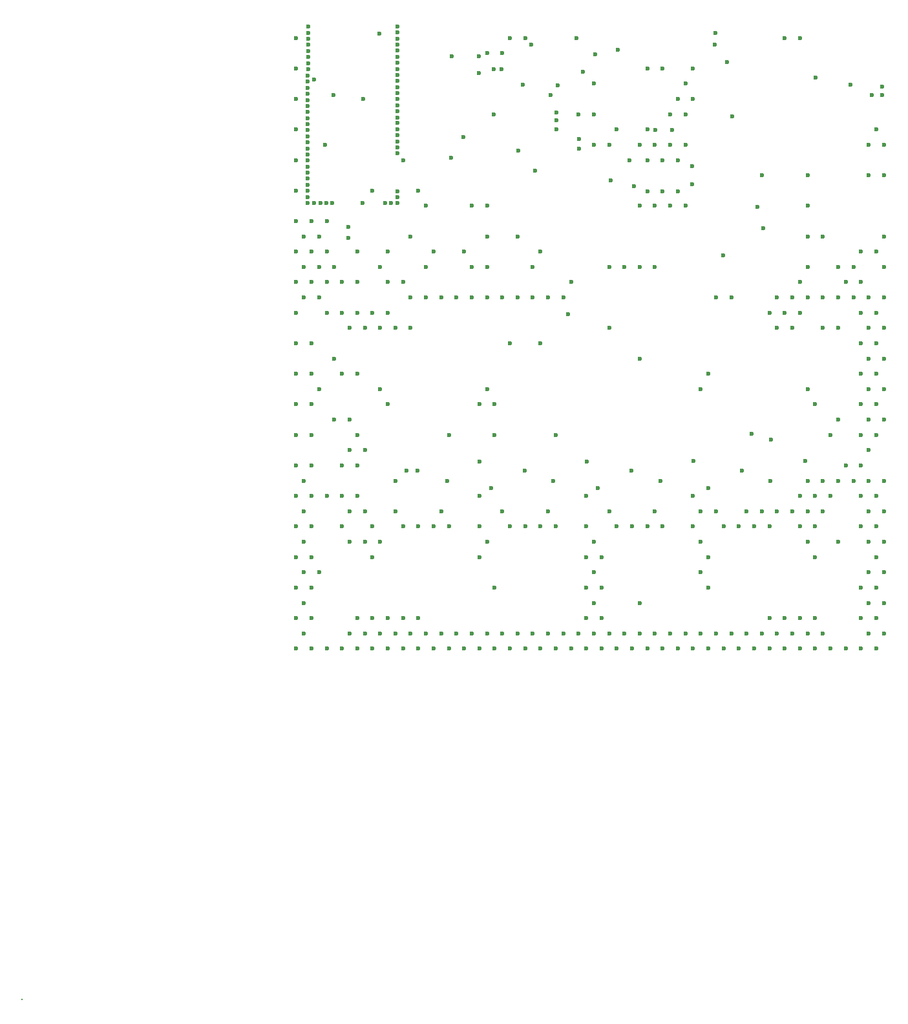
<source format=gbr>
%TF.GenerationSoftware,Altium Limited,Altium Designer,22.10.1 (41)*%
G04 Layer_Color=32768*
%FSLAX25Y25*%
%MOIN*%
%TF.SameCoordinates,BEAA4B2D-68BC-4382-99D5-5DCEA874A810*%
%TF.FilePolarity,Positive*%
%TF.FileFunction,Other,Top_Tenting*%
%TF.Part,Single*%
G01*
G75*
%TA.AperFunction,NonConductor*%
%ADD118C,0.00050*%
%ADD119C,0.00001*%
%ADD120C,0.00001*%
%TA.AperFunction,SMDPad,CuDef*%
%ADD121C,0.00001*%
%ADD122C,0.00001*%
%ADD123C,0.00001*%
%TA.AperFunction,NonConductor*%
%ADD124C,0.00003*%
%ADD125C,0.00001*%
%TA.AperFunction,SMDPad,CuDef*%
%ADD140C,0.02362*%
G36*
X-137145Y-173503D02*
X-137151D01*
Y-173499D01*
X-137145D01*
Y-173503D01*
D02*
G37*
G36*
X-137216D02*
X-137222D01*
Y-173499D01*
X-137216D01*
Y-173503D01*
D02*
G37*
G36*
X-137054Y-173500D02*
X-137053Y-173501D01*
X-137054D01*
Y-173504D01*
X-137053D01*
X-137054Y-173505D01*
X-137056Y-173506D01*
X-137057Y-173505D01*
X-137058Y-173504D01*
X-137058Y-173501D01*
X-137058D01*
X-137057Y-173500D01*
X-137056Y-173499D01*
X-137054Y-173500D01*
D02*
G37*
G36*
X-137084D02*
X-137084Y-173501D01*
X-137084D01*
Y-173504D01*
X-137084D01*
X-137084Y-173505D01*
X-137086Y-173506D01*
X-137088Y-173505D01*
X-137089Y-173504D01*
X-137089Y-173501D01*
X-137089D01*
X-137088Y-173500D01*
X-137086Y-173499D01*
X-137084Y-173500D01*
D02*
G37*
G36*
X-137145Y-173508D02*
X-137151D01*
Y-173504D01*
X-137145D01*
Y-173508D01*
D02*
G37*
G36*
X-137216D02*
X-137222D01*
Y-173504D01*
X-137216D01*
Y-173508D01*
D02*
G37*
G36*
X-137110Y-173509D02*
X-137113D01*
Y-173507D01*
X-137110D01*
Y-173509D01*
D02*
G37*
G36*
X-137136D02*
X-137139D01*
Y-173507D01*
X-137136D01*
Y-173509D01*
D02*
G37*
G36*
X-137104Y-173510D02*
X-137107D01*
Y-173506D01*
X-137104D01*
Y-173510D01*
D02*
G37*
G36*
X-137129D02*
X-137133D01*
Y-173506D01*
X-137129D01*
Y-173510D01*
D02*
G37*
G36*
X-137117Y-173510D02*
X-137125D01*
Y-173506D01*
X-137117D01*
Y-173510D01*
D02*
G37*
G36*
X-137336Y-173510D02*
X-137339D01*
Y-173507D01*
X-137336D01*
Y-173510D01*
D02*
G37*
G36*
X-137342D02*
X-137345D01*
Y-173507D01*
X-137342D01*
Y-173510D01*
D02*
G37*
G36*
X-137092Y-173510D02*
X-137100D01*
Y-173506D01*
X-137092D01*
Y-173510D01*
D02*
G37*
G36*
X-137315Y-173504D02*
X-137315Y-173505D01*
X-137315D01*
Y-173510D01*
X-137315D01*
X-137315Y-173511D01*
X-137316Y-173511D01*
X-137317Y-173511D01*
X-137318Y-173510D01*
X-137317Y-173505D01*
X-137318D01*
X-137317Y-173504D01*
X-137316Y-173504D01*
X-137315Y-173504D01*
D02*
G37*
G36*
X-137320D02*
X-137320Y-173505D01*
X-137320D01*
Y-173510D01*
X-137320D01*
X-137320Y-173511D01*
X-137321Y-173511D01*
X-137322Y-173511D01*
X-137322Y-173510D01*
X-137322Y-173505D01*
X-137322D01*
X-137322Y-173504D01*
X-137321Y-173504D01*
X-137320Y-173504D01*
D02*
G37*
G36*
X-137325D02*
X-137325Y-173505D01*
X-137325D01*
Y-173510D01*
X-137325D01*
X-137325Y-173511D01*
X-137326Y-173511D01*
X-137327Y-173511D01*
X-137328Y-173510D01*
X-137327Y-173505D01*
X-137328D01*
X-137327Y-173504D01*
X-137326Y-173504D01*
X-137325Y-173504D01*
D02*
G37*
G36*
X-137330D02*
X-137330Y-173505D01*
X-137330D01*
Y-173510D01*
X-137330D01*
X-137330Y-173511D01*
X-137331Y-173511D01*
X-137332Y-173511D01*
X-137332Y-173510D01*
X-137332Y-173505D01*
X-137332D01*
X-137332Y-173504D01*
X-137331Y-173504D01*
X-137330Y-173504D01*
D02*
G37*
G36*
X-137145Y-173513D02*
X-137151D01*
Y-173509D01*
X-137145D01*
Y-173513D01*
D02*
G37*
G36*
X-137216D02*
X-137222D01*
Y-173509D01*
X-137216D01*
Y-173513D01*
D02*
G37*
G36*
X-137230Y-173514D02*
X-137232D01*
Y-173511D01*
X-137230D01*
Y-173514D01*
D02*
G37*
G36*
X-137236D02*
X-137238D01*
Y-173511D01*
X-137236D01*
Y-173514D01*
D02*
G37*
G36*
X-137110Y-173515D02*
X-137113D01*
Y-173512D01*
X-137110D01*
Y-173515D01*
D02*
G37*
G36*
X-137136D02*
X-137139D01*
Y-173512D01*
X-137136D01*
Y-173515D01*
D02*
G37*
G36*
X-137280Y-173515D02*
X-137283D01*
Y-173512D01*
X-137280D01*
Y-173515D01*
D02*
G37*
G36*
X-137286D02*
X-137289D01*
Y-173512D01*
X-137286D01*
Y-173515D01*
D02*
G37*
G36*
X-137267Y-173515D02*
X-137270D01*
Y-173512D01*
X-137267D01*
Y-173515D01*
D02*
G37*
G36*
X-137273D02*
X-137276D01*
Y-173512D01*
X-137273D01*
Y-173515D01*
D02*
G37*
G36*
X-137104Y-173516D02*
X-137107D01*
Y-173512D01*
X-137104D01*
Y-173516D01*
D02*
G37*
G36*
X-137129D02*
X-137133D01*
Y-173512D01*
X-137129D01*
Y-173516D01*
D02*
G37*
G36*
X-137336Y-173516D02*
X-137339D01*
Y-173513D01*
X-137336D01*
Y-173516D01*
D02*
G37*
G36*
X-137342D02*
X-137345D01*
Y-173513D01*
X-137342D01*
Y-173516D01*
D02*
G37*
G36*
X-137145Y-173518D02*
X-137151D01*
Y-173514D01*
X-137145D01*
Y-173518D01*
D02*
G37*
G36*
X-137216D02*
X-137222D01*
Y-173514D01*
X-137216D01*
Y-173518D01*
D02*
G37*
G36*
X-137293Y-173519D02*
X-137299D01*
Y-173513D01*
X-137293D01*
Y-173519D01*
D02*
G37*
G36*
X-137065Y-173520D02*
X-137067D01*
Y-173515D01*
X-137065D01*
Y-173520D01*
D02*
G37*
G36*
X-137068D02*
X-137069D01*
Y-173515D01*
X-137068D01*
Y-173520D01*
D02*
G37*
G36*
X-137070D02*
X-137072D01*
Y-173515D01*
X-137070D01*
Y-173520D01*
D02*
G37*
G36*
X-137073D02*
X-137074D01*
Y-173515D01*
X-137073D01*
Y-173520D01*
D02*
G37*
G36*
X-137075D02*
X-137077D01*
Y-173515D01*
X-137075D01*
Y-173520D01*
D02*
G37*
G36*
X-137280Y-173521D02*
X-137283D01*
Y-173518D01*
X-137280D01*
Y-173521D01*
D02*
G37*
G36*
X-137286D02*
X-137289D01*
Y-173518D01*
X-137286D01*
Y-173521D01*
D02*
G37*
G36*
X-137267Y-173521D02*
X-137270D01*
Y-173518D01*
X-137267D01*
Y-173521D01*
D02*
G37*
G36*
X-137273D02*
X-137276D01*
Y-173518D01*
X-137273D01*
Y-173521D01*
D02*
G37*
G36*
X-137342Y-173521D02*
X-137345D01*
Y-173518D01*
X-137342D01*
Y-173521D01*
D02*
G37*
G36*
X-137337Y-173521D02*
X-137340D01*
Y-173518D01*
X-137337D01*
Y-173521D01*
D02*
G37*
G36*
X-137054Y-173514D02*
X-137053Y-173516D01*
X-137054D01*
Y-173519D01*
X-137053D01*
X-137054Y-173521D01*
X-137056Y-173522D01*
X-137058Y-173521D01*
X-137059Y-173519D01*
X-137059Y-173516D01*
X-137059D01*
X-137058Y-173514D01*
X-137056Y-173513D01*
X-137054Y-173514D01*
D02*
G37*
G36*
X-137083D02*
X-137083Y-173516D01*
X-137083D01*
Y-173519D01*
X-137083D01*
X-137083Y-173521D01*
X-137086Y-173522D01*
X-137088Y-173521D01*
X-137089Y-173519D01*
X-137089Y-173516D01*
X-137089D01*
X-137088Y-173514D01*
X-137086Y-173513D01*
X-137083Y-173514D01*
D02*
G37*
G36*
X-137129Y-173522D02*
X-137133D01*
Y-173519D01*
X-137129D01*
Y-173522D01*
D02*
G37*
G36*
X-137135D02*
X-137138D01*
Y-173519D01*
X-137135D01*
Y-173522D01*
D02*
G37*
G36*
X-137230Y-173522D02*
X-137232D01*
Y-173519D01*
X-137230D01*
Y-173522D01*
D02*
G37*
G36*
X-137236D02*
X-137238D01*
Y-173519D01*
X-137236D01*
Y-173522D01*
D02*
G37*
G36*
X-137145Y-173523D02*
X-137151D01*
Y-173519D01*
X-137145D01*
Y-173523D01*
D02*
G37*
G36*
X-137216D02*
X-137222D01*
Y-173519D01*
X-137216D01*
Y-173523D01*
D02*
G37*
G36*
X-137117Y-173523D02*
X-137125D01*
Y-173519D01*
X-137117D01*
Y-173523D01*
D02*
G37*
G36*
X-137092Y-173524D02*
X-137100D01*
Y-173520D01*
X-137092D01*
Y-173524D01*
D02*
G37*
G36*
X-137342Y-173527D02*
X-137345D01*
Y-173524D01*
X-137342D01*
Y-173527D01*
D02*
G37*
G36*
X-137337Y-173527D02*
X-137340D01*
Y-173524D01*
X-137337D01*
Y-173527D01*
D02*
G37*
G36*
X-137129Y-173528D02*
X-137133D01*
Y-173524D01*
X-137129D01*
Y-173528D01*
D02*
G37*
G36*
X-137135D02*
X-137138D01*
Y-173524D01*
X-137135D01*
Y-173528D01*
D02*
G37*
G36*
X-137104Y-173528D02*
X-137106D01*
Y-173524D01*
X-137104D01*
Y-173528D01*
D02*
G37*
G36*
X-137109D02*
X-137112D01*
Y-173524D01*
X-137109D01*
Y-173528D01*
D02*
G37*
G36*
X-137182D02*
X-137185D01*
Y-173524D01*
X-137182D01*
Y-173528D01*
D02*
G37*
G36*
X-137187D02*
X-137191D01*
Y-173524D01*
X-137187D01*
Y-173528D01*
D02*
G37*
G36*
X-137193D02*
X-137196D01*
Y-173524D01*
X-137193D01*
Y-173528D01*
D02*
G37*
G36*
X-137145Y-173528D02*
X-137151D01*
Y-173524D01*
X-137145D01*
Y-173528D01*
D02*
G37*
G36*
X-137216D02*
X-137222D01*
Y-173524D01*
X-137216D01*
Y-173528D01*
D02*
G37*
G36*
X-137230Y-173529D02*
X-137233D01*
Y-173526D01*
X-137230D01*
Y-173529D01*
D02*
G37*
G36*
X-137236D02*
X-137239D01*
Y-173526D01*
X-137236D01*
Y-173529D01*
D02*
G37*
G36*
X-137114Y-173530D02*
X-137119D01*
Y-173527D01*
X-137114D01*
Y-173530D01*
D02*
G37*
G36*
X-137097Y-173530D02*
X-137102D01*
Y-173527D01*
X-137097D01*
Y-173530D01*
D02*
G37*
G36*
X-137252Y-173525D02*
X-137252Y-173525D01*
X-137252D01*
Y-173530D01*
X-137252D01*
X-137252Y-173530D01*
X-137253Y-173531D01*
X-137253Y-173530D01*
X-137253Y-173530D01*
X-137253Y-173525D01*
X-137253D01*
X-137253Y-173525D01*
X-137253Y-173525D01*
X-137252Y-173525D01*
D02*
G37*
G36*
X-137254D02*
X-137254Y-173525D01*
X-137254D01*
Y-173530D01*
X-137254D01*
X-137254Y-173530D01*
X-137255Y-173531D01*
X-137255Y-173530D01*
X-137255Y-173530D01*
X-137255Y-173525D01*
X-137255D01*
X-137255Y-173525D01*
X-137255Y-173525D01*
X-137254Y-173525D01*
D02*
G37*
G36*
X-137256D02*
X-137256Y-173525D01*
X-137256D01*
Y-173530D01*
X-137256D01*
X-137256Y-173530D01*
X-137257Y-173531D01*
X-137257Y-173530D01*
X-137257Y-173530D01*
X-137257Y-173525D01*
X-137257D01*
X-137257Y-173525D01*
X-137257Y-173525D01*
X-137256Y-173525D01*
D02*
G37*
G36*
X-137258D02*
X-137258Y-173525D01*
X-137258D01*
Y-173530D01*
X-137258D01*
X-137258Y-173530D01*
X-137259Y-173531D01*
X-137259Y-173530D01*
X-137259Y-173530D01*
X-137259Y-173525D01*
X-137259D01*
X-137259Y-173525D01*
X-137259Y-173525D01*
X-137258Y-173525D01*
D02*
G37*
G36*
X-137260D02*
X-137260Y-173525D01*
X-137260D01*
Y-173530D01*
X-137260D01*
X-137260Y-173530D01*
X-137261Y-173531D01*
X-137261Y-173530D01*
X-137261Y-173530D01*
X-137261Y-173525D01*
X-137261D01*
X-137261Y-173525D01*
X-137261Y-173525D01*
X-137260Y-173525D01*
D02*
G37*
G36*
X-137262D02*
X-137262Y-173525D01*
X-137262D01*
Y-173530D01*
X-137262D01*
X-137262Y-173530D01*
X-137263Y-173531D01*
X-137263Y-173530D01*
X-137263Y-173530D01*
X-137263Y-173525D01*
X-137263D01*
X-137263Y-173525D01*
X-137263Y-173525D01*
X-137262Y-173525D01*
D02*
G37*
G36*
X-137264D02*
X-137264Y-173525D01*
X-137264D01*
Y-173530D01*
X-137264D01*
X-137264Y-173530D01*
X-137265Y-173531D01*
X-137265Y-173530D01*
X-137265Y-173530D01*
X-137265Y-173525D01*
X-137265D01*
X-137265Y-173525D01*
X-137265Y-173525D01*
X-137264Y-173525D01*
D02*
G37*
G36*
X-137266D02*
X-137266Y-173525D01*
X-137266D01*
Y-173530D01*
X-137266D01*
X-137266Y-173530D01*
X-137267Y-173531D01*
X-137267Y-173530D01*
X-137267Y-173530D01*
X-137267Y-173525D01*
X-137267D01*
X-137267Y-173525D01*
X-137267Y-173525D01*
X-137266Y-173525D01*
D02*
G37*
G36*
X-137268D02*
X-137268Y-173525D01*
X-137268D01*
Y-173530D01*
X-137268D01*
X-137268Y-173530D01*
X-137269Y-173531D01*
X-137269Y-173530D01*
X-137269Y-173530D01*
X-137269Y-173525D01*
X-137269D01*
X-137269Y-173525D01*
X-137269Y-173525D01*
X-137268Y-173525D01*
D02*
G37*
G36*
X-137270D02*
X-137270Y-173525D01*
X-137270D01*
Y-173530D01*
X-137270D01*
X-137270Y-173530D01*
X-137271Y-173531D01*
X-137271Y-173530D01*
X-137271Y-173530D01*
X-137271Y-173525D01*
X-137271D01*
X-137271Y-173525D01*
X-137271Y-173525D01*
X-137270Y-173525D01*
D02*
G37*
G36*
X-137272D02*
X-137272Y-173525D01*
X-137272D01*
Y-173530D01*
X-137272D01*
X-137272Y-173530D01*
X-137273Y-173531D01*
X-137273Y-173530D01*
X-137273Y-173530D01*
X-137273Y-173525D01*
X-137273D01*
X-137273Y-173525D01*
X-137273Y-173525D01*
X-137272Y-173525D01*
D02*
G37*
G36*
X-137274D02*
X-137274Y-173525D01*
X-137274D01*
Y-173530D01*
X-137274D01*
X-137274Y-173530D01*
X-137275Y-173531D01*
X-137275Y-173530D01*
X-137275Y-173530D01*
X-137275Y-173525D01*
X-137275D01*
X-137275Y-173525D01*
X-137275Y-173525D01*
X-137274Y-173525D01*
D02*
G37*
G36*
X-137066Y-173531D02*
X-137066Y-173531D01*
X-137066Y-173533D01*
X-137066D01*
X-137066Y-173533D01*
X-137066Y-173533D01*
X-137071Y-173533D01*
Y-173533D01*
X-137071Y-173533D01*
X-137071Y-173533D01*
X-137071Y-173531D01*
X-137071D01*
X-137071Y-173531D01*
X-137071Y-173531D01*
Y-173531D01*
X-137066D01*
Y-173531D01*
X-137066Y-173531D01*
D02*
G37*
G36*
X-137076D02*
X-137076Y-173531D01*
X-137076Y-173533D01*
X-137076D01*
X-137076Y-173533D01*
X-137076Y-173533D01*
X-137081Y-173533D01*
Y-173533D01*
X-137081Y-173533D01*
X-137081Y-173533D01*
X-137081Y-173531D01*
X-137081D01*
X-137081Y-173531D01*
X-137081Y-173531D01*
Y-173531D01*
X-137076D01*
Y-173531D01*
X-137076Y-173531D01*
D02*
G37*
G36*
X-137145Y-173533D02*
X-137151D01*
Y-173529D01*
X-137145D01*
Y-173533D01*
D02*
G37*
G36*
X-137216D02*
X-137222D01*
Y-173529D01*
X-137216D01*
Y-173533D01*
D02*
G37*
G36*
X-137244Y-173533D02*
X-137244Y-173533D01*
X-137244Y-173534D01*
X-137245Y-173534D01*
X-137249Y-173534D01*
Y-173534D01*
X-137250Y-173534D01*
X-137250Y-173533D01*
X-137250Y-173533D01*
X-137249Y-173533D01*
Y-173533D01*
X-137245D01*
Y-173533D01*
X-137244Y-173533D01*
D02*
G37*
G36*
X-137278D02*
X-137277Y-173533D01*
X-137278Y-173534D01*
X-137278Y-173534D01*
X-137283Y-173534D01*
Y-173534D01*
X-137283Y-173534D01*
X-137283Y-173533D01*
X-137283Y-173533D01*
X-137283Y-173533D01*
Y-173533D01*
X-137278D01*
Y-173533D01*
X-137278Y-173533D01*
D02*
G37*
G36*
X-137182Y-173533D02*
X-137185D01*
Y-173530D01*
X-137182D01*
Y-173533D01*
D02*
G37*
G36*
X-137187D02*
X-137191D01*
Y-173530D01*
X-137187D01*
Y-173533D01*
D02*
G37*
G36*
X-137193D02*
X-137196D01*
Y-173530D01*
X-137193D01*
Y-173533D01*
D02*
G37*
G36*
X-137315Y-173527D02*
X-137315Y-173527D01*
X-137315D01*
Y-173532D01*
X-137315D01*
X-137315Y-173533D01*
X-137316Y-173533D01*
X-137317Y-173533D01*
X-137318Y-173532D01*
X-137317Y-173527D01*
X-137318D01*
X-137317Y-173527D01*
X-137316Y-173526D01*
X-137315Y-173527D01*
D02*
G37*
G36*
X-137320D02*
X-137320Y-173527D01*
X-137320D01*
Y-173532D01*
X-137320D01*
X-137320Y-173533D01*
X-137321Y-173533D01*
X-137322Y-173533D01*
X-137322Y-173532D01*
X-137322Y-173527D01*
X-137322D01*
X-137322Y-173527D01*
X-137321Y-173526D01*
X-137320Y-173527D01*
D02*
G37*
G36*
X-137325D02*
X-137325Y-173527D01*
X-137325D01*
Y-173532D01*
X-137325D01*
X-137325Y-173533D01*
X-137326Y-173533D01*
X-137327Y-173533D01*
X-137328Y-173532D01*
X-137327Y-173527D01*
X-137328D01*
X-137327Y-173527D01*
X-137326Y-173526D01*
X-137325Y-173527D01*
D02*
G37*
G36*
X-137330D02*
X-137330Y-173527D01*
X-137330D01*
Y-173532D01*
X-137330D01*
X-137330Y-173533D01*
X-137331Y-173533D01*
X-137332Y-173533D01*
X-137332Y-173532D01*
X-137332Y-173527D01*
X-137332D01*
X-137332Y-173527D01*
X-137331Y-173526D01*
X-137330Y-173527D01*
D02*
G37*
G36*
X-137124Y-173534D02*
X-137128D01*
Y-173531D01*
X-137124D01*
Y-173534D01*
D02*
G37*
G36*
X-137087Y-173534D02*
X-137092D01*
Y-173531D01*
X-137087D01*
Y-173534D01*
D02*
G37*
G36*
X-137066Y-173534D02*
X-137066Y-173535D01*
X-137066Y-173536D01*
X-137066D01*
X-137066Y-173537D01*
X-137066Y-173537D01*
X-137071Y-173537D01*
Y-173537D01*
X-137071Y-173537D01*
X-137071Y-173536D01*
X-137071Y-173535D01*
X-137071D01*
X-137071Y-173534D01*
X-137071Y-173534D01*
Y-173534D01*
X-137066D01*
Y-173534D01*
X-137066Y-173534D01*
D02*
G37*
G36*
X-137076D02*
X-137076Y-173535D01*
X-137076Y-173536D01*
X-137076D01*
X-137076Y-173537D01*
X-137076Y-173537D01*
X-137081Y-173537D01*
Y-173537D01*
X-137081Y-173537D01*
X-137081Y-173536D01*
X-137081Y-173535D01*
X-137081D01*
X-137081Y-173534D01*
X-137081Y-173534D01*
Y-173534D01*
X-137076D01*
Y-173534D01*
X-137076Y-173534D01*
D02*
G37*
G36*
X-137104Y-173535D02*
X-137106D01*
Y-173531D01*
X-137104D01*
Y-173535D01*
D02*
G37*
G36*
X-137109D02*
X-137112D01*
Y-173531D01*
X-137109D01*
Y-173535D01*
D02*
G37*
G36*
X-137244Y-173535D02*
X-137244Y-173535D01*
X-137244Y-173536D01*
X-137245Y-173536D01*
X-137249Y-173536D01*
Y-173536D01*
X-137250Y-173536D01*
X-137250Y-173535D01*
X-137250Y-173535D01*
X-137249Y-173535D01*
Y-173535D01*
X-137245D01*
Y-173535D01*
X-137244Y-173535D01*
D02*
G37*
G36*
X-137278D02*
X-137277Y-173535D01*
X-137278Y-173536D01*
X-137278Y-173536D01*
X-137283Y-173536D01*
Y-173536D01*
X-137283Y-173536D01*
X-137283Y-173535D01*
X-137283Y-173535D01*
X-137283Y-173535D01*
Y-173535D01*
X-137278D01*
Y-173535D01*
X-137278Y-173535D01*
D02*
G37*
G36*
X-137230Y-173535D02*
X-137233D01*
Y-173532D01*
X-137230D01*
Y-173535D01*
D02*
G37*
G36*
X-137236D02*
X-137239D01*
Y-173532D01*
X-137236D01*
Y-173535D01*
D02*
G37*
G36*
X-137244Y-173537D02*
X-137244Y-173537D01*
X-137244Y-173538D01*
X-137245Y-173538D01*
X-137249Y-173538D01*
Y-173538D01*
X-137250Y-173538D01*
X-137250Y-173537D01*
X-137250Y-173537D01*
X-137249Y-173537D01*
Y-173537D01*
X-137245D01*
Y-173537D01*
X-137244Y-173537D01*
D02*
G37*
G36*
X-137278D02*
X-137277Y-173537D01*
X-137278Y-173538D01*
X-137278Y-173538D01*
X-137283Y-173538D01*
Y-173538D01*
X-137283Y-173538D01*
X-137283Y-173537D01*
X-137283Y-173537D01*
X-137283Y-173537D01*
Y-173537D01*
X-137278D01*
Y-173537D01*
X-137278Y-173537D01*
D02*
G37*
G36*
X-137114Y-173538D02*
X-137119D01*
Y-173535D01*
X-137114D01*
Y-173538D01*
D02*
G37*
G36*
X-137145Y-173538D02*
X-137151D01*
Y-173534D01*
X-137145D01*
Y-173538D01*
D02*
G37*
G36*
X-137216D02*
X-137222D01*
Y-173534D01*
X-137216D01*
Y-173538D01*
D02*
G37*
G36*
X-137097Y-173538D02*
X-137102D01*
Y-173535D01*
X-137097D01*
Y-173538D01*
D02*
G37*
G36*
X-137066Y-173538D02*
X-137066Y-173538D01*
X-137066Y-173540D01*
X-137066D01*
X-137066Y-173540D01*
X-137066Y-173540D01*
X-137071Y-173540D01*
Y-173540D01*
X-137071Y-173540D01*
X-137071Y-173540D01*
X-137071Y-173538D01*
X-137071D01*
X-137071Y-173538D01*
X-137071Y-173538D01*
Y-173538D01*
X-137066D01*
Y-173538D01*
X-137066Y-173538D01*
D02*
G37*
G36*
X-137076D02*
X-137076Y-173538D01*
X-137076Y-173540D01*
X-137076D01*
X-137076Y-173540D01*
X-137076Y-173540D01*
X-137081Y-173540D01*
Y-173540D01*
X-137081Y-173540D01*
X-137081Y-173540D01*
X-137081Y-173538D01*
X-137081D01*
X-137081Y-173538D01*
X-137081Y-173538D01*
Y-173538D01*
X-137076D01*
Y-173538D01*
X-137076Y-173538D01*
D02*
G37*
G36*
X-137182Y-173539D02*
X-137185D01*
Y-173535D01*
X-137182D01*
Y-173539D01*
D02*
G37*
G36*
X-137187D02*
X-137191D01*
Y-173535D01*
X-137187D01*
Y-173539D01*
D02*
G37*
G36*
X-137193D02*
X-137196D01*
Y-173535D01*
X-137193D01*
Y-173539D01*
D02*
G37*
G36*
X-137244Y-173539D02*
X-137244Y-173539D01*
X-137244Y-173540D01*
X-137245Y-173540D01*
X-137249Y-173540D01*
Y-173540D01*
X-137250Y-173540D01*
X-137250Y-173539D01*
X-137250Y-173539D01*
X-137249Y-173539D01*
Y-173539D01*
X-137245D01*
Y-173539D01*
X-137244Y-173539D01*
D02*
G37*
G36*
X-137278D02*
X-137277Y-173539D01*
X-137278Y-173540D01*
X-137278Y-173540D01*
X-137283Y-173540D01*
Y-173540D01*
X-137283Y-173540D01*
X-137283Y-173539D01*
X-137283Y-173539D01*
X-137283Y-173539D01*
Y-173539D01*
X-137278D01*
Y-173539D01*
X-137278Y-173539D01*
D02*
G37*
G36*
X-137244Y-173541D02*
X-137244Y-173541D01*
X-137244Y-173542D01*
X-137245Y-173542D01*
X-137249Y-173542D01*
Y-173542D01*
X-137250Y-173542D01*
X-137250Y-173541D01*
X-137250Y-173541D01*
X-137249Y-173541D01*
Y-173541D01*
X-137245D01*
Y-173541D01*
X-137244Y-173541D01*
D02*
G37*
G36*
X-137278D02*
X-137277Y-173541D01*
X-137278Y-173542D01*
X-137278Y-173542D01*
X-137283Y-173542D01*
Y-173542D01*
X-137283Y-173542D01*
X-137283Y-173541D01*
X-137283Y-173541D01*
X-137283Y-173541D01*
Y-173541D01*
X-137278D01*
Y-173541D01*
X-137278Y-173541D01*
D02*
G37*
G36*
X-137230Y-173541D02*
X-137233D01*
Y-173538D01*
X-137230D01*
Y-173541D01*
D02*
G37*
G36*
X-137236D02*
X-137239D01*
Y-173538D01*
X-137236D01*
Y-173541D01*
D02*
G37*
G36*
X-137087Y-173542D02*
X-137087Y-173542D01*
X-137087Y-173542D01*
X-137087Y-173547D01*
X-137087D01*
X-137087Y-173547D01*
X-137088Y-173547D01*
X-137089Y-173547D01*
Y-173547D01*
X-137090Y-173547D01*
X-137090Y-173547D01*
X-137090D01*
Y-173542D01*
X-137090Y-173542D01*
X-137090Y-173542D01*
X-137090Y-173542D01*
X-137089Y-173542D01*
X-137088Y-173542D01*
X-137088Y-173542D01*
X-137087Y-173542D01*
D02*
G37*
G36*
X-137092D02*
X-137092Y-173542D01*
X-137092Y-173542D01*
X-137092Y-173547D01*
X-137092D01*
X-137092Y-173547D01*
X-137093Y-173547D01*
X-137094Y-173547D01*
Y-173547D01*
X-137095Y-173547D01*
X-137095Y-173547D01*
X-137095D01*
Y-173542D01*
X-137095Y-173542D01*
X-137095Y-173542D01*
X-137095Y-173542D01*
X-137094Y-173542D01*
X-137093Y-173542D01*
X-137093Y-173542D01*
X-137092Y-173542D01*
D02*
G37*
G36*
X-137097D02*
X-137097Y-173542D01*
X-137097Y-173542D01*
X-137097Y-173547D01*
X-137097D01*
X-137097Y-173547D01*
X-137098Y-173547D01*
X-137099Y-173547D01*
Y-173547D01*
X-137100Y-173547D01*
X-137100Y-173547D01*
X-137100D01*
Y-173542D01*
X-137100Y-173542D01*
X-137100Y-173542D01*
X-137100Y-173542D01*
X-137099Y-173542D01*
X-137098Y-173542D01*
X-137098Y-173542D01*
X-137097Y-173542D01*
D02*
G37*
G36*
X-137102D02*
X-137102Y-173542D01*
X-137102Y-173542D01*
X-137102Y-173547D01*
X-137102D01*
X-137102Y-173547D01*
X-137103Y-173547D01*
X-137104Y-173547D01*
Y-173547D01*
X-137105Y-173547D01*
X-137105Y-173547D01*
X-137105D01*
Y-173542D01*
X-137105Y-173542D01*
X-137105Y-173542D01*
X-137105Y-173542D01*
X-137104Y-173542D01*
X-137103Y-173542D01*
X-137103Y-173542D01*
X-137102Y-173542D01*
D02*
G37*
G36*
X-137107D02*
X-137107Y-173542D01*
X-137107Y-173542D01*
X-137107Y-173547D01*
X-137107D01*
X-137107Y-173547D01*
X-137108Y-173547D01*
X-137109Y-173547D01*
Y-173547D01*
X-137110Y-173547D01*
X-137110Y-173547D01*
X-137110D01*
Y-173542D01*
X-137110Y-173542D01*
X-137110Y-173542D01*
X-137110Y-173542D01*
X-137109Y-173542D01*
X-137108Y-173542D01*
X-137108Y-173542D01*
X-137107Y-173542D01*
D02*
G37*
G36*
X-137112D02*
X-137112Y-173542D01*
X-137112Y-173542D01*
X-137112Y-173547D01*
X-137112D01*
X-137112Y-173547D01*
X-137113Y-173547D01*
X-137114Y-173547D01*
Y-173547D01*
X-137115Y-173547D01*
X-137115Y-173547D01*
X-137115D01*
Y-173542D01*
X-137115Y-173542D01*
X-137115Y-173542D01*
X-137115Y-173542D01*
X-137114Y-173542D01*
X-137113Y-173542D01*
X-137113Y-173542D01*
X-137112Y-173542D01*
D02*
G37*
G36*
X-137117D02*
X-137117Y-173542D01*
X-137117Y-173542D01*
X-137117Y-173547D01*
X-137117D01*
X-137117Y-173547D01*
X-137118Y-173547D01*
X-137119Y-173547D01*
Y-173547D01*
X-137120Y-173547D01*
X-137120Y-173547D01*
X-137120D01*
Y-173542D01*
X-137120Y-173542D01*
X-137120Y-173542D01*
X-137120Y-173542D01*
X-137119Y-173542D01*
X-137118Y-173542D01*
X-137118Y-173542D01*
X-137117Y-173542D01*
D02*
G37*
G36*
X-137122D02*
X-137122Y-173542D01*
X-137122Y-173542D01*
X-137122Y-173547D01*
X-137122D01*
X-137122Y-173547D01*
X-137123Y-173547D01*
X-137124Y-173547D01*
Y-173547D01*
X-137125Y-173547D01*
X-137125Y-173547D01*
X-137125D01*
Y-173542D01*
X-137125Y-173542D01*
X-137125Y-173542D01*
X-137125Y-173542D01*
X-137124Y-173542D01*
X-137123Y-173542D01*
X-137123Y-173542D01*
X-137122Y-173542D01*
D02*
G37*
G36*
X-137329Y-173542D02*
X-137333D01*
Y-173540D01*
X-137329D01*
Y-173542D01*
D02*
G37*
G36*
X-137336D02*
X-137339D01*
Y-173540D01*
X-137336D01*
Y-173542D01*
D02*
G37*
G36*
X-137244Y-173543D02*
X-137244Y-173543D01*
X-137244Y-173544D01*
X-137245Y-173544D01*
X-137249Y-173544D01*
Y-173544D01*
X-137250Y-173544D01*
X-137250Y-173543D01*
X-137250Y-173543D01*
X-137249Y-173543D01*
Y-173543D01*
X-137245D01*
Y-173543D01*
X-137244Y-173543D01*
D02*
G37*
G36*
X-137278D02*
X-137277Y-173543D01*
X-137278Y-173544D01*
X-137278Y-173544D01*
X-137283Y-173544D01*
Y-173544D01*
X-137283Y-173544D01*
X-137283Y-173543D01*
X-137283Y-173543D01*
X-137283Y-173543D01*
Y-173543D01*
X-137278D01*
Y-173543D01*
X-137278Y-173543D01*
D02*
G37*
G36*
X-137145Y-173543D02*
X-137151D01*
Y-173539D01*
X-137145D01*
Y-173543D01*
D02*
G37*
G36*
X-137216D02*
X-137222D01*
Y-173539D01*
X-137216D01*
Y-173543D01*
D02*
G37*
G36*
X-137309Y-173543D02*
X-137312D01*
Y-173540D01*
X-137309D01*
Y-173543D01*
D02*
G37*
G36*
X-137314D02*
X-137318D01*
Y-173540D01*
X-137314D01*
Y-173543D01*
D02*
G37*
G36*
X-137323D02*
X-137327D01*
Y-173540D01*
X-137323D01*
Y-173543D01*
D02*
G37*
G36*
X-137244Y-173545D02*
X-137244Y-173545D01*
X-137244Y-173546D01*
X-137245Y-173546D01*
X-137249Y-173546D01*
Y-173546D01*
X-137250Y-173546D01*
X-137250Y-173545D01*
X-137250Y-173545D01*
X-137249Y-173545D01*
Y-173545D01*
X-137245D01*
Y-173545D01*
X-137244Y-173545D01*
D02*
G37*
G36*
X-137278D02*
X-137277Y-173545D01*
X-137278Y-173546D01*
X-137278Y-173546D01*
X-137283Y-173546D01*
Y-173546D01*
X-137283Y-173546D01*
X-137283Y-173545D01*
X-137283Y-173545D01*
X-137283Y-173545D01*
Y-173545D01*
X-137278D01*
Y-173545D01*
X-137278Y-173545D01*
D02*
G37*
G36*
X-137128Y-173546D02*
X-137132D01*
Y-173543D01*
X-137128D01*
Y-173546D01*
D02*
G37*
G36*
X-137244Y-173547D02*
X-137244Y-173547D01*
X-137244Y-173548D01*
X-137245Y-173548D01*
X-137249Y-173548D01*
Y-173548D01*
X-137250Y-173548D01*
X-137250Y-173547D01*
X-137250Y-173547D01*
X-137249Y-173547D01*
Y-173547D01*
X-137245D01*
Y-173547D01*
X-137244Y-173547D01*
D02*
G37*
G36*
X-137278D02*
X-137277Y-173547D01*
X-137278Y-173548D01*
X-137278Y-173548D01*
X-137283Y-173548D01*
Y-173548D01*
X-137283Y-173548D01*
X-137283Y-173547D01*
X-137283Y-173547D01*
X-137283Y-173547D01*
Y-173547D01*
X-137278D01*
Y-173547D01*
X-137278Y-173547D01*
D02*
G37*
G36*
X-137145Y-173548D02*
X-137151D01*
Y-173544D01*
X-137145D01*
Y-173548D01*
D02*
G37*
G36*
X-137216D02*
X-137222D01*
Y-173544D01*
X-137216D01*
Y-173548D01*
D02*
G37*
G36*
X-137329Y-173548D02*
X-137333D01*
Y-173546D01*
X-137329D01*
Y-173548D01*
D02*
G37*
G36*
X-137336D02*
X-137339D01*
Y-173546D01*
X-137336D01*
Y-173548D01*
D02*
G37*
G36*
X-137244Y-173549D02*
X-137244Y-173549D01*
X-137244Y-173550D01*
X-137245Y-173550D01*
X-137249Y-173550D01*
Y-173550D01*
X-137250Y-173550D01*
X-137250Y-173549D01*
X-137250Y-173549D01*
X-137249Y-173549D01*
Y-173549D01*
X-137245D01*
Y-173549D01*
X-137244Y-173549D01*
D02*
G37*
G36*
X-137278D02*
X-137277Y-173549D01*
X-137278Y-173550D01*
X-137278Y-173550D01*
X-137283Y-173550D01*
Y-173550D01*
X-137283Y-173550D01*
X-137283Y-173549D01*
X-137283Y-173549D01*
X-137283Y-173549D01*
Y-173549D01*
X-137278D01*
Y-173549D01*
X-137278Y-173549D01*
D02*
G37*
G36*
X-137068Y-173549D02*
X-137072D01*
Y-173547D01*
X-137068D01*
Y-173549D01*
D02*
G37*
G36*
X-137075Y-173549D02*
X-137079D01*
Y-173547D01*
X-137075D01*
Y-173549D01*
D02*
G37*
G36*
X-137309Y-173549D02*
X-137312D01*
Y-173546D01*
X-137309D01*
Y-173549D01*
D02*
G37*
G36*
X-137314D02*
X-137318D01*
Y-173546D01*
X-137314D01*
Y-173549D01*
D02*
G37*
G36*
X-137323D02*
X-137327D01*
Y-173546D01*
X-137323D01*
Y-173549D01*
D02*
G37*
G36*
X-137229Y-173549D02*
X-137233D01*
Y-173544D01*
X-137229D01*
Y-173549D01*
D02*
G37*
G36*
X-137235D02*
X-137239D01*
Y-173544D01*
X-137235D01*
Y-173549D01*
D02*
G37*
G36*
X-137244Y-173551D02*
X-137244Y-173551D01*
X-137244Y-173552D01*
X-137245Y-173552D01*
X-137249Y-173552D01*
Y-173552D01*
X-137250Y-173552D01*
X-137250Y-173551D01*
X-137250Y-173551D01*
X-137249Y-173551D01*
Y-173551D01*
X-137245D01*
Y-173551D01*
X-137244Y-173551D01*
D02*
G37*
G36*
X-137278D02*
X-137277Y-173551D01*
X-137278Y-173552D01*
X-137278Y-173552D01*
X-137283Y-173552D01*
Y-173552D01*
X-137283Y-173552D01*
X-137283Y-173551D01*
X-137283Y-173551D01*
X-137283Y-173551D01*
Y-173551D01*
X-137278D01*
Y-173551D01*
X-137278Y-173551D01*
D02*
G37*
G36*
X-137128Y-173552D02*
X-137132D01*
Y-173549D01*
X-137128D01*
Y-173552D01*
D02*
G37*
G36*
X-137244Y-173553D02*
X-137244Y-173553D01*
X-137244Y-173554D01*
X-137245Y-173554D01*
X-137249Y-173554D01*
Y-173554D01*
X-137250Y-173554D01*
X-137250Y-173553D01*
X-137250Y-173553D01*
X-137249Y-173553D01*
Y-173553D01*
X-137245D01*
Y-173553D01*
X-137244Y-173553D01*
D02*
G37*
G36*
X-137278D02*
X-137277Y-173553D01*
X-137278Y-173554D01*
X-137278Y-173554D01*
X-137283Y-173554D01*
Y-173554D01*
X-137283Y-173554D01*
X-137283Y-173553D01*
X-137283Y-173553D01*
X-137283Y-173553D01*
Y-173553D01*
X-137278D01*
Y-173553D01*
X-137278Y-173553D01*
D02*
G37*
G36*
X-137145Y-173553D02*
X-137151D01*
Y-173549D01*
X-137145D01*
Y-173553D01*
D02*
G37*
G36*
X-137216D02*
X-137222D01*
Y-173549D01*
X-137216D01*
Y-173553D01*
D02*
G37*
G36*
X-137068Y-173554D02*
X-137072D01*
Y-173552D01*
X-137068D01*
Y-173554D01*
D02*
G37*
G36*
X-137075Y-173555D02*
X-137079D01*
Y-173552D01*
X-137075D01*
Y-173555D01*
D02*
G37*
G36*
X-137244Y-173555D02*
X-137244Y-173555D01*
X-137244Y-173556D01*
X-137245Y-173556D01*
X-137249Y-173556D01*
Y-173556D01*
X-137250Y-173556D01*
X-137250Y-173555D01*
X-137250Y-173555D01*
X-137249Y-173555D01*
Y-173555D01*
X-137245D01*
Y-173555D01*
X-137244Y-173555D01*
D02*
G37*
G36*
X-137278D02*
X-137277Y-173555D01*
X-137278Y-173556D01*
X-137278Y-173556D01*
X-137283Y-173556D01*
Y-173556D01*
X-137283Y-173556D01*
X-137283Y-173555D01*
X-137283Y-173555D01*
X-137283Y-173555D01*
Y-173555D01*
X-137278D01*
Y-173555D01*
X-137278Y-173555D01*
D02*
G37*
G36*
X-137329Y-173555D02*
X-137333D01*
Y-173553D01*
X-137329D01*
Y-173555D01*
D02*
G37*
G36*
X-137336D02*
X-137340D01*
Y-173553D01*
X-137336D01*
Y-173555D01*
D02*
G37*
G36*
X-137315Y-173555D02*
X-137318D01*
Y-173553D01*
X-137315D01*
Y-173555D01*
D02*
G37*
G36*
X-137323Y-173555D02*
X-137327D01*
Y-173552D01*
X-137323D01*
Y-173555D01*
D02*
G37*
G36*
X-137286Y-173556D02*
X-137289D01*
Y-173553D01*
X-137286D01*
Y-173556D01*
D02*
G37*
G36*
X-137292D02*
X-137295D01*
Y-173553D01*
X-137292D01*
Y-173556D01*
D02*
G37*
G36*
X-137297D02*
X-137301D01*
Y-173553D01*
X-137297D01*
Y-173556D01*
D02*
G37*
G36*
X-137229Y-173558D02*
X-137233D01*
Y-173552D01*
X-137229D01*
Y-173558D01*
D02*
G37*
G36*
X-137235D02*
X-137239D01*
Y-173552D01*
X-137235D01*
Y-173558D01*
D02*
G37*
G36*
X-137145Y-173558D02*
X-137151D01*
Y-173554D01*
X-137145D01*
Y-173558D01*
D02*
G37*
G36*
X-137216D02*
X-137222D01*
Y-173554D01*
X-137216D01*
Y-173558D01*
D02*
G37*
G36*
X-137329Y-173560D02*
X-137333D01*
Y-173558D01*
X-137329D01*
Y-173560D01*
D02*
G37*
G36*
X-137336D02*
X-137340D01*
Y-173558D01*
X-137336D01*
Y-173560D01*
D02*
G37*
G36*
X-137315Y-173560D02*
X-137318D01*
Y-173558D01*
X-137315D01*
Y-173560D01*
D02*
G37*
G36*
X-137323Y-173561D02*
X-137327D01*
Y-173558D01*
X-137323D01*
Y-173561D01*
D02*
G37*
G36*
X-137286Y-173562D02*
X-137289D01*
Y-173559D01*
X-137286D01*
Y-173562D01*
D02*
G37*
G36*
X-137292D02*
X-137295D01*
Y-173559D01*
X-137292D01*
Y-173562D01*
D02*
G37*
G36*
X-137297D02*
X-137301D01*
Y-173559D01*
X-137297D01*
Y-173562D01*
D02*
G37*
G36*
X-137145Y-173563D02*
X-137151D01*
Y-173559D01*
X-137145D01*
Y-173563D01*
D02*
G37*
G36*
X-137216D02*
X-137222D01*
Y-173559D01*
X-137216D01*
Y-173563D01*
D02*
G37*
G36*
X-137067Y-173563D02*
X-137072D01*
Y-173559D01*
X-137067D01*
Y-173563D01*
D02*
G37*
G36*
X-137075D02*
X-137080D01*
Y-173559D01*
X-137075D01*
Y-173563D01*
D02*
G37*
G36*
X-137230Y-173563D02*
X-137233D01*
Y-173560D01*
X-137230D01*
Y-173563D01*
D02*
G37*
G36*
X-137236D02*
X-137239D01*
Y-173560D01*
X-137236D01*
Y-173563D01*
D02*
G37*
G36*
X-137087Y-173564D02*
X-137087Y-173564D01*
X-137087Y-173568D01*
X-137087Y-173568D01*
X-137087Y-173568D01*
X-137087Y-173569D01*
X-137088Y-173569D01*
X-137089Y-173569D01*
X-137089Y-173569D01*
X-137090Y-173569D01*
X-137090Y-173568D01*
X-137090Y-173568D01*
X-137090Y-173568D01*
Y-173564D01*
X-137090D01*
X-137090Y-173564D01*
X-137089Y-173564D01*
X-137088Y-173564D01*
Y-173564D01*
X-137087Y-173564D01*
D02*
G37*
G36*
X-137092D02*
X-137092Y-173564D01*
X-137092Y-173568D01*
X-137092Y-173568D01*
X-137092Y-173568D01*
X-137092Y-173569D01*
X-137093Y-173569D01*
X-137094Y-173569D01*
X-137094Y-173569D01*
X-137095Y-173569D01*
X-137095Y-173568D01*
X-137095Y-173568D01*
X-137095Y-173568D01*
Y-173564D01*
X-137095D01*
X-137095Y-173564D01*
X-137094Y-173564D01*
X-137093Y-173564D01*
Y-173564D01*
X-137092Y-173564D01*
D02*
G37*
G36*
X-137097D02*
X-137097Y-173564D01*
X-137097Y-173568D01*
X-137097Y-173568D01*
X-137097Y-173568D01*
X-137097Y-173569D01*
X-137098Y-173569D01*
X-137099Y-173569D01*
X-137099Y-173569D01*
X-137100Y-173569D01*
X-137100Y-173568D01*
X-137100Y-173568D01*
X-137100Y-173568D01*
Y-173564D01*
X-137100D01*
X-137100Y-173564D01*
X-137099Y-173564D01*
X-137098Y-173564D01*
Y-173564D01*
X-137097Y-173564D01*
D02*
G37*
G36*
X-137102D02*
X-137102Y-173564D01*
X-137102Y-173568D01*
X-137102Y-173568D01*
X-137102Y-173568D01*
X-137102Y-173569D01*
X-137103Y-173569D01*
X-137104Y-173569D01*
X-137104Y-173569D01*
X-137105Y-173569D01*
X-137105Y-173568D01*
X-137105Y-173568D01*
X-137105Y-173568D01*
Y-173564D01*
X-137105D01*
X-137105Y-173564D01*
X-137104Y-173564D01*
X-137103Y-173564D01*
Y-173564D01*
X-137102Y-173564D01*
D02*
G37*
G36*
X-137107D02*
X-137107Y-173564D01*
X-137107Y-173568D01*
X-137107Y-173568D01*
X-137107Y-173568D01*
X-137107Y-173569D01*
X-137108Y-173569D01*
X-137109Y-173569D01*
X-137109Y-173569D01*
X-137110Y-173569D01*
X-137110Y-173568D01*
X-137110Y-173568D01*
X-137110Y-173568D01*
Y-173564D01*
X-137110D01*
X-137110Y-173564D01*
X-137109Y-173564D01*
X-137108Y-173564D01*
Y-173564D01*
X-137107Y-173564D01*
D02*
G37*
G36*
X-137112D02*
X-137112Y-173564D01*
X-137112Y-173568D01*
X-137112Y-173568D01*
X-137112Y-173568D01*
X-137112Y-173569D01*
X-137113Y-173569D01*
X-137114Y-173569D01*
X-137114Y-173569D01*
X-137115Y-173569D01*
X-137115Y-173568D01*
X-137115Y-173568D01*
X-137115Y-173568D01*
Y-173564D01*
X-137115D01*
X-137115Y-173564D01*
X-137114Y-173564D01*
X-137113Y-173564D01*
Y-173564D01*
X-137112Y-173564D01*
D02*
G37*
G36*
X-137117D02*
X-137117Y-173564D01*
X-137117Y-173568D01*
X-137117Y-173568D01*
X-137117Y-173568D01*
X-137117Y-173569D01*
X-137118Y-173569D01*
X-137119Y-173569D01*
X-137119Y-173569D01*
X-137120Y-173569D01*
X-137120Y-173568D01*
X-137120Y-173568D01*
X-137120Y-173568D01*
Y-173564D01*
X-137120D01*
X-137120Y-173564D01*
X-137119Y-173564D01*
X-137118Y-173564D01*
Y-173564D01*
X-137117Y-173564D01*
D02*
G37*
G36*
X-137122D02*
X-137122Y-173564D01*
X-137122Y-173568D01*
X-137122Y-173568D01*
X-137122Y-173568D01*
X-137122Y-173569D01*
X-137123Y-173569D01*
X-137124Y-173569D01*
X-137124Y-173569D01*
X-137125Y-173569D01*
X-137125Y-173568D01*
X-137125Y-173568D01*
X-137125Y-173568D01*
Y-173564D01*
X-137125D01*
X-137125Y-173564D01*
X-137124Y-173564D01*
X-137123Y-173564D01*
Y-173564D01*
X-137122Y-173564D01*
D02*
G37*
G36*
X-137252Y-173558D02*
X-137252Y-173559D01*
X-137252D01*
Y-173563D01*
X-137252D01*
X-137252Y-173564D01*
X-137253Y-173564D01*
X-137253Y-173564D01*
X-137253Y-173563D01*
X-137253Y-173559D01*
X-137253D01*
X-137253Y-173558D01*
X-137253Y-173558D01*
X-137252Y-173558D01*
D02*
G37*
G36*
X-137254D02*
X-137254Y-173559D01*
X-137254D01*
Y-173563D01*
X-137254D01*
X-137254Y-173564D01*
X-137255Y-173564D01*
X-137255Y-173564D01*
X-137255Y-173563D01*
X-137255Y-173559D01*
X-137255D01*
X-137255Y-173558D01*
X-137255Y-173558D01*
X-137254Y-173558D01*
D02*
G37*
G36*
X-137256D02*
X-137256Y-173559D01*
X-137256D01*
Y-173563D01*
X-137256D01*
X-137256Y-173564D01*
X-137257Y-173564D01*
X-137257Y-173564D01*
X-137257Y-173563D01*
X-137257Y-173559D01*
X-137257D01*
X-137257Y-173558D01*
X-137257Y-173558D01*
X-137256Y-173558D01*
D02*
G37*
G36*
X-137258D02*
X-137258Y-173559D01*
X-137258D01*
Y-173563D01*
X-137258D01*
X-137258Y-173564D01*
X-137259Y-173564D01*
X-137259Y-173564D01*
X-137259Y-173563D01*
X-137259Y-173559D01*
X-137259D01*
X-137259Y-173558D01*
X-137259Y-173558D01*
X-137258Y-173558D01*
D02*
G37*
G36*
X-137260D02*
X-137260Y-173559D01*
X-137260D01*
Y-173563D01*
X-137260D01*
X-137260Y-173564D01*
X-137261Y-173564D01*
X-137261Y-173564D01*
X-137261Y-173563D01*
X-137261Y-173559D01*
X-137261D01*
X-137261Y-173558D01*
X-137261Y-173558D01*
X-137260Y-173558D01*
D02*
G37*
G36*
X-137262D02*
X-137262Y-173559D01*
X-137262D01*
Y-173563D01*
X-137262D01*
X-137262Y-173564D01*
X-137263Y-173564D01*
X-137263Y-173564D01*
X-137263Y-173563D01*
X-137263Y-173559D01*
X-137263D01*
X-137263Y-173558D01*
X-137263Y-173558D01*
X-137262Y-173558D01*
D02*
G37*
G36*
X-137264D02*
X-137264Y-173559D01*
X-137264D01*
Y-173563D01*
X-137264D01*
X-137264Y-173564D01*
X-137265Y-173564D01*
X-137265Y-173564D01*
X-137265Y-173563D01*
X-137265Y-173559D01*
X-137265D01*
X-137265Y-173558D01*
X-137265Y-173558D01*
X-137264Y-173558D01*
D02*
G37*
G36*
X-137266D02*
X-137266Y-173559D01*
X-137266D01*
Y-173563D01*
X-137266D01*
X-137266Y-173564D01*
X-137267Y-173564D01*
X-137267Y-173564D01*
X-137267Y-173563D01*
X-137267Y-173559D01*
X-137267D01*
X-137267Y-173558D01*
X-137267Y-173558D01*
X-137266Y-173558D01*
D02*
G37*
G36*
X-137268D02*
X-137268Y-173559D01*
X-137268D01*
Y-173563D01*
X-137268D01*
X-137268Y-173564D01*
X-137269Y-173564D01*
X-137269Y-173564D01*
X-137269Y-173563D01*
X-137269Y-173559D01*
X-137269D01*
X-137269Y-173558D01*
X-137269Y-173558D01*
X-137268Y-173558D01*
D02*
G37*
G36*
X-137270D02*
X-137270Y-173559D01*
X-137270D01*
Y-173563D01*
X-137270D01*
X-137270Y-173564D01*
X-137271Y-173564D01*
X-137271Y-173564D01*
X-137271Y-173563D01*
X-137271Y-173559D01*
X-137271D01*
X-137271Y-173558D01*
X-137271Y-173558D01*
X-137270Y-173558D01*
D02*
G37*
G36*
X-137272D02*
X-137272Y-173559D01*
X-137272D01*
Y-173563D01*
X-137272D01*
X-137272Y-173564D01*
X-137273Y-173564D01*
X-137273Y-173564D01*
X-137273Y-173563D01*
X-137273Y-173559D01*
X-137273D01*
X-137273Y-173558D01*
X-137273Y-173558D01*
X-137272Y-173558D01*
D02*
G37*
G36*
X-137274D02*
X-137274Y-173559D01*
X-137274D01*
Y-173563D01*
X-137274D01*
X-137274Y-173564D01*
X-137275Y-173564D01*
X-137275Y-173564D01*
X-137275Y-173563D01*
X-137275Y-173559D01*
X-137275D01*
X-137275Y-173558D01*
X-137275Y-173558D01*
X-137274Y-173558D01*
D02*
G37*
G36*
X-137145Y-173568D02*
X-137151D01*
Y-173564D01*
X-137145D01*
Y-173568D01*
D02*
G37*
G36*
X-137216D02*
X-137222D01*
Y-173564D01*
X-137216D01*
Y-173568D01*
D02*
G37*
G36*
X-137067Y-173571D02*
X-137072D01*
Y-173567D01*
X-137067D01*
Y-173571D01*
D02*
G37*
G36*
X-137075D02*
X-137080D01*
Y-173567D01*
X-137075D01*
Y-173571D01*
D02*
G37*
G36*
X-137159Y-173575D02*
X-137162D01*
Y-173569D01*
X-137159D01*
Y-173575D01*
D02*
G37*
G36*
X-137164D02*
X-137167D01*
Y-173569D01*
X-137164D01*
Y-173575D01*
D02*
G37*
G36*
X-137169D02*
X-137172D01*
Y-173569D01*
X-137169D01*
Y-173575D01*
D02*
G37*
G36*
X-137174D02*
X-137177D01*
Y-173569D01*
X-137174D01*
Y-173575D01*
D02*
G37*
G36*
X-137179D02*
X-137182D01*
Y-173569D01*
X-137179D01*
Y-173575D01*
D02*
G37*
G36*
X-137184D02*
X-137187D01*
Y-173569D01*
X-137184D01*
Y-173575D01*
D02*
G37*
G36*
X-137189D02*
X-137192D01*
Y-173569D01*
X-137189D01*
Y-173575D01*
D02*
G37*
G36*
X-137194D02*
X-137197D01*
Y-173569D01*
X-137194D01*
Y-173575D01*
D02*
G37*
G36*
X-137199D02*
X-137202D01*
Y-173569D01*
X-137199D01*
Y-173575D01*
D02*
G37*
G36*
X-137204D02*
X-137207D01*
Y-173569D01*
X-137204D01*
Y-173575D01*
D02*
G37*
G36*
X-137307Y-173577D02*
X-137314D01*
Y-173568D01*
X-137307D01*
Y-173577D01*
D02*
G37*
G36*
X-137237Y-173578D02*
X-137240D01*
Y-173576D01*
X-137237D01*
Y-173578D01*
D02*
G37*
G36*
X-137243D02*
X-137247D01*
Y-173576D01*
X-137243D01*
Y-173578D01*
D02*
G37*
G36*
X-137250D02*
X-137253D01*
Y-173576D01*
X-137250D01*
Y-173578D01*
D02*
G37*
G36*
X-137256D02*
X-137260D01*
Y-173576D01*
X-137256D01*
Y-173578D01*
D02*
G37*
G36*
X-137263D02*
X-137266D01*
Y-173576D01*
X-137263D01*
Y-173578D01*
D02*
G37*
G36*
X-137269D02*
X-137273D01*
Y-173576D01*
X-137269D01*
Y-173578D01*
D02*
G37*
G36*
X-137276D02*
X-137279D01*
Y-173576D01*
X-137276D01*
Y-173578D01*
D02*
G37*
G36*
X-137282D02*
X-137286D01*
Y-173576D01*
X-137282D01*
Y-173578D01*
D02*
G37*
G36*
X-137289D02*
X-137292D01*
Y-173576D01*
X-137289D01*
Y-173578D01*
D02*
G37*
G36*
X-137225Y-173578D02*
X-137228D01*
Y-173575D01*
X-137225D01*
Y-173578D01*
D02*
G37*
G36*
X-137231D02*
X-137234D01*
Y-173575D01*
X-137231D01*
Y-173578D01*
D02*
G37*
G36*
X-137067Y-173581D02*
X-137072D01*
Y-173576D01*
X-137067D01*
Y-173581D01*
D02*
G37*
G36*
X-137075D02*
X-137080D01*
Y-173576D01*
X-137075D01*
Y-173581D01*
D02*
G37*
G36*
X-137237Y-173584D02*
X-137240D01*
Y-173581D01*
X-137237D01*
Y-173584D01*
D02*
G37*
G36*
X-137243D02*
X-137247D01*
Y-173581D01*
X-137243D01*
Y-173584D01*
D02*
G37*
G36*
X-137250D02*
X-137253D01*
Y-173581D01*
X-137250D01*
Y-173584D01*
D02*
G37*
G36*
X-137256D02*
X-137260D01*
Y-173581D01*
X-137256D01*
Y-173584D01*
D02*
G37*
G36*
X-137263D02*
X-137266D01*
Y-173581D01*
X-137263D01*
Y-173584D01*
D02*
G37*
G36*
X-137269D02*
X-137273D01*
Y-173581D01*
X-137269D01*
Y-173584D01*
D02*
G37*
G36*
X-137276D02*
X-137279D01*
Y-173581D01*
X-137276D01*
Y-173584D01*
D02*
G37*
G36*
X-137282D02*
X-137286D01*
Y-173581D01*
X-137282D01*
Y-173584D01*
D02*
G37*
G36*
X-137289D02*
X-137292D01*
Y-173581D01*
X-137289D01*
Y-173584D01*
D02*
G37*
G36*
X-137225Y-173584D02*
X-137228D01*
Y-173581D01*
X-137225D01*
Y-173584D01*
D02*
G37*
G36*
X-137231D02*
X-137234D01*
Y-173581D01*
X-137231D01*
Y-173584D01*
D02*
G37*
G36*
X-137067Y-173589D02*
X-137072D01*
Y-173585D01*
X-137067D01*
Y-173589D01*
D02*
G37*
G36*
X-137075D02*
X-137080D01*
Y-173585D01*
X-137075D01*
Y-173589D01*
D02*
G37*
G36*
X-137307Y-173593D02*
X-137314D01*
Y-173583D01*
X-137307D01*
Y-173593D01*
D02*
G37*
G36*
X-137068Y-173594D02*
X-137071D01*
Y-173592D01*
X-137068D01*
Y-173594D01*
D02*
G37*
G36*
X-137076D02*
X-137080D01*
Y-173592D01*
X-137076D01*
Y-173594D01*
D02*
G37*
G36*
X-137068Y-173600D02*
X-137071D01*
Y-173598D01*
X-137068D01*
Y-173600D01*
D02*
G37*
G36*
X-137076D02*
X-137080D01*
Y-173598D01*
X-137076D01*
Y-173600D01*
D02*
G37*
G36*
X-137324Y-173602D02*
X-137328D01*
Y-173600D01*
X-137324D01*
Y-173602D01*
D02*
G37*
G36*
X-137318Y-173602D02*
X-137321D01*
Y-173599D01*
X-137318D01*
Y-173602D01*
D02*
G37*
G36*
X-137216Y-173603D02*
X-137219D01*
Y-173598D01*
X-137216D01*
Y-173603D01*
D02*
G37*
G36*
X-137229D02*
X-137233D01*
Y-173598D01*
X-137229D01*
Y-173603D01*
D02*
G37*
G36*
X-137243D02*
X-137246D01*
Y-173598D01*
X-137243D01*
Y-173603D01*
D02*
G37*
G36*
X-137269D02*
X-137273D01*
Y-173598D01*
X-137269D01*
Y-173603D01*
D02*
G37*
G36*
X-137283D02*
X-137286D01*
Y-173598D01*
X-137283D01*
Y-173603D01*
D02*
G37*
G36*
X-137296D02*
X-137299D01*
Y-173598D01*
X-137296D01*
Y-173603D01*
D02*
G37*
G36*
X-137309D02*
X-137312D01*
Y-173598D01*
X-137309D01*
Y-173603D01*
D02*
G37*
G36*
X-137209Y-173603D02*
X-137212D01*
Y-173598D01*
X-137209D01*
Y-173603D01*
D02*
G37*
G36*
X-137222D02*
X-137225D01*
Y-173598D01*
X-137222D01*
Y-173603D01*
D02*
G37*
G36*
X-137235D02*
X-137239D01*
Y-173598D01*
X-137235D01*
Y-173603D01*
D02*
G37*
G36*
X-137262D02*
X-137265D01*
Y-173598D01*
X-137262D01*
Y-173603D01*
D02*
G37*
G36*
X-137275D02*
X-137278D01*
Y-173598D01*
X-137275D01*
Y-173603D01*
D02*
G37*
G36*
X-137288D02*
X-137292D01*
Y-173598D01*
X-137288D01*
Y-173603D01*
D02*
G37*
G36*
X-137302D02*
X-137305D01*
Y-173598D01*
X-137302D01*
Y-173603D01*
D02*
G37*
G36*
X-137256Y-173603D02*
X-137259D01*
Y-173599D01*
X-137256D01*
Y-173603D01*
D02*
G37*
G36*
X-137249Y-173603D02*
X-137252D01*
Y-173599D01*
X-137249D01*
Y-173603D01*
D02*
G37*
G36*
X-137324Y-173608D02*
X-137328D01*
Y-173606D01*
X-137324D01*
Y-173608D01*
D02*
G37*
G36*
X-137191Y-173608D02*
X-137197D01*
Y-173602D01*
X-137191D01*
Y-173608D01*
D02*
G37*
G36*
X-137318Y-173608D02*
X-137321D01*
Y-173605D01*
X-137318D01*
Y-173608D01*
D02*
G37*
G36*
X-137212Y-173613D02*
X-137216D01*
Y-173608D01*
X-137212D01*
Y-173613D01*
D02*
G37*
G36*
X-137226D02*
X-137229D01*
Y-173608D01*
X-137226D01*
Y-173613D01*
D02*
G37*
G36*
X-137239D02*
X-137242D01*
Y-173608D01*
X-137239D01*
Y-173613D01*
D02*
G37*
G36*
X-137266D02*
X-137269D01*
Y-173608D01*
X-137266D01*
Y-173613D01*
D02*
G37*
G36*
X-137279D02*
X-137282D01*
Y-173608D01*
X-137279D01*
Y-173613D01*
D02*
G37*
G36*
X-137292D02*
X-137295D01*
Y-173608D01*
X-137292D01*
Y-173613D01*
D02*
G37*
G36*
X-137305D02*
X-137309D01*
Y-173608D01*
X-137305D01*
Y-173613D01*
D02*
G37*
G36*
X-137252Y-173613D02*
X-137256D01*
Y-173608D01*
X-137252D01*
Y-173613D01*
D02*
G37*
G36*
X-137318Y-173615D02*
X-137321D01*
Y-173610D01*
X-137318D01*
Y-173615D01*
D02*
G37*
G36*
X-137221Y-173631D02*
X-137227D01*
Y-173626D01*
X-137221D01*
Y-173631D01*
D02*
G37*
G36*
X-137121Y-173635D02*
X-137127D01*
Y-173629D01*
X-137121D01*
Y-173635D01*
D02*
G37*
G36*
X-137318Y-173643D02*
X-137321D01*
Y-173638D01*
X-137318D01*
Y-173643D01*
D02*
G37*
G36*
X-137341Y-173654D02*
X-137347D01*
Y-173648D01*
X-137341D01*
Y-173654D01*
D02*
G37*
G36*
X-137119Y-173657D02*
X-137125D01*
Y-173651D01*
X-137119D01*
Y-173657D01*
D02*
G37*
G36*
X-137221D02*
X-137227D01*
Y-173651D01*
X-137221D01*
Y-173657D01*
D02*
G37*
G36*
X-137265Y-173679D02*
X-137269D01*
Y-173676D01*
X-137265D01*
Y-173679D01*
D02*
G37*
G36*
X-137271D02*
X-137275D01*
Y-173676D01*
X-137271D01*
Y-173679D01*
D02*
G37*
G36*
X-137278D02*
X-137281D01*
Y-173676D01*
X-137278D01*
Y-173679D01*
D02*
G37*
G36*
X-137284D02*
X-137287D01*
Y-173676D01*
X-137284D01*
Y-173679D01*
D02*
G37*
G36*
X-137290D02*
X-137293D01*
Y-173676D01*
X-137290D01*
Y-173679D01*
D02*
G37*
G36*
X-137296D02*
X-137299D01*
Y-173676D01*
X-137296D01*
Y-173679D01*
D02*
G37*
G36*
X-137302D02*
X-137305D01*
Y-173676D01*
X-137302D01*
Y-173679D01*
D02*
G37*
G36*
X-137308D02*
X-137311D01*
Y-173676D01*
X-137308D01*
Y-173679D01*
D02*
G37*
G36*
X-137097Y-173679D02*
X-137100D01*
Y-173676D01*
X-137097D01*
Y-173679D01*
D02*
G37*
G36*
X-137103D02*
X-137106D01*
Y-173676D01*
X-137103D01*
Y-173679D01*
D02*
G37*
G36*
X-137109D02*
X-137113D01*
Y-173676D01*
X-137109D01*
Y-173679D01*
D02*
G37*
G36*
X-137115D02*
X-137119D01*
Y-173676D01*
X-137115D01*
Y-173679D01*
D02*
G37*
G36*
X-137121D02*
X-137125D01*
Y-173676D01*
X-137121D01*
Y-173679D01*
D02*
G37*
G36*
X-137127D02*
X-137131D01*
Y-173676D01*
X-137127D01*
Y-173679D01*
D02*
G37*
G36*
X-137134D02*
X-137137D01*
Y-173676D01*
X-137134D01*
Y-173679D01*
D02*
G37*
G36*
X-137140D02*
X-137143D01*
Y-173676D01*
X-137140D01*
Y-173679D01*
D02*
G37*
G36*
X-137155D02*
X-137158D01*
Y-173676D01*
X-137155D01*
Y-173679D01*
D02*
G37*
G36*
X-137161D02*
X-137164D01*
Y-173676D01*
X-137161D01*
Y-173679D01*
D02*
G37*
G36*
X-137167D02*
X-137170D01*
Y-173676D01*
X-137167D01*
Y-173679D01*
D02*
G37*
G36*
X-137173D02*
X-137176D01*
Y-173676D01*
X-137173D01*
Y-173679D01*
D02*
G37*
G36*
X-137179D02*
X-137182D01*
Y-173676D01*
X-137179D01*
Y-173679D01*
D02*
G37*
G36*
X-137184D02*
X-137188D01*
Y-173676D01*
X-137184D01*
Y-173679D01*
D02*
G37*
G36*
X-137190D02*
X-137194D01*
Y-173676D01*
X-137190D01*
Y-173679D01*
D02*
G37*
G36*
X-137196D02*
X-137200D01*
Y-173676D01*
X-137196D01*
Y-173679D01*
D02*
G37*
G36*
X-137209D02*
X-137213D01*
Y-173676D01*
X-137209D01*
Y-173679D01*
D02*
G37*
G36*
X-137215D02*
X-137219D01*
Y-173676D01*
X-137215D01*
Y-173679D01*
D02*
G37*
G36*
X-137221D02*
X-137225D01*
Y-173676D01*
X-137221D01*
Y-173679D01*
D02*
G37*
G36*
X-137227D02*
X-137231D01*
Y-173676D01*
X-137227D01*
Y-173679D01*
D02*
G37*
G36*
X-137233D02*
X-137237D01*
Y-173676D01*
X-137233D01*
Y-173679D01*
D02*
G37*
G36*
X-137240D02*
X-137243D01*
Y-173676D01*
X-137240D01*
Y-173679D01*
D02*
G37*
G36*
X-137246D02*
X-137249D01*
Y-173676D01*
X-137246D01*
Y-173679D01*
D02*
G37*
G36*
X-137252D02*
X-137256D01*
Y-173676D01*
X-137252D01*
Y-173679D01*
D02*
G37*
G36*
X-137265Y-173684D02*
X-137269D01*
Y-173682D01*
X-137265D01*
Y-173684D01*
D02*
G37*
G36*
X-137271D02*
X-137275D01*
Y-173682D01*
X-137271D01*
Y-173684D01*
D02*
G37*
G36*
X-137278D02*
X-137281D01*
Y-173682D01*
X-137278D01*
Y-173684D01*
D02*
G37*
G36*
X-137284D02*
X-137287D01*
Y-173682D01*
X-137284D01*
Y-173684D01*
D02*
G37*
G36*
X-137290D02*
X-137293D01*
Y-173682D01*
X-137290D01*
Y-173684D01*
D02*
G37*
G36*
X-137296D02*
X-137299D01*
Y-173682D01*
X-137296D01*
Y-173684D01*
D02*
G37*
G36*
X-137302D02*
X-137305D01*
Y-173682D01*
X-137302D01*
Y-173684D01*
D02*
G37*
G36*
X-137308D02*
X-137311D01*
Y-173682D01*
X-137308D01*
Y-173684D01*
D02*
G37*
G36*
X-137097Y-173684D02*
X-137100D01*
Y-173682D01*
X-137097D01*
Y-173684D01*
D02*
G37*
G36*
X-137103D02*
X-137106D01*
Y-173682D01*
X-137103D01*
Y-173684D01*
D02*
G37*
G36*
X-137109D02*
X-137113D01*
Y-173682D01*
X-137109D01*
Y-173684D01*
D02*
G37*
G36*
X-137115D02*
X-137119D01*
Y-173682D01*
X-137115D01*
Y-173684D01*
D02*
G37*
G36*
X-137121D02*
X-137125D01*
Y-173682D01*
X-137121D01*
Y-173684D01*
D02*
G37*
G36*
X-137127D02*
X-137131D01*
Y-173682D01*
X-137127D01*
Y-173684D01*
D02*
G37*
G36*
X-137134D02*
X-137137D01*
Y-173682D01*
X-137134D01*
Y-173684D01*
D02*
G37*
G36*
X-137140D02*
X-137143D01*
Y-173682D01*
X-137140D01*
Y-173684D01*
D02*
G37*
G36*
X-137155D02*
X-137158D01*
Y-173682D01*
X-137155D01*
Y-173684D01*
D02*
G37*
G36*
X-137161D02*
X-137164D01*
Y-173682D01*
X-137161D01*
Y-173684D01*
D02*
G37*
G36*
X-137167D02*
X-137170D01*
Y-173682D01*
X-137167D01*
Y-173684D01*
D02*
G37*
G36*
X-137173D02*
X-137176D01*
Y-173682D01*
X-137173D01*
Y-173684D01*
D02*
G37*
G36*
X-137179D02*
X-137182D01*
Y-173682D01*
X-137179D01*
Y-173684D01*
D02*
G37*
G36*
X-137184D02*
X-137188D01*
Y-173682D01*
X-137184D01*
Y-173684D01*
D02*
G37*
G36*
X-137190D02*
X-137194D01*
Y-173682D01*
X-137190D01*
Y-173684D01*
D02*
G37*
G36*
X-137196D02*
X-137200D01*
Y-173682D01*
X-137196D01*
Y-173684D01*
D02*
G37*
G36*
X-137209D02*
X-137213D01*
Y-173682D01*
X-137209D01*
Y-173684D01*
D02*
G37*
G36*
X-137215D02*
X-137219D01*
Y-173682D01*
X-137215D01*
Y-173684D01*
D02*
G37*
G36*
X-137221D02*
X-137225D01*
Y-173682D01*
X-137221D01*
Y-173684D01*
D02*
G37*
G36*
X-137227D02*
X-137231D01*
Y-173682D01*
X-137227D01*
Y-173684D01*
D02*
G37*
G36*
X-137233D02*
X-137237D01*
Y-173682D01*
X-137233D01*
Y-173684D01*
D02*
G37*
G36*
X-137240D02*
X-137243D01*
Y-173682D01*
X-137240D01*
Y-173684D01*
D02*
G37*
G36*
X-137246D02*
X-137249D01*
Y-173682D01*
X-137246D01*
Y-173684D01*
D02*
G37*
G36*
X-137252D02*
X-137256D01*
Y-173682D01*
X-137252D01*
Y-173684D01*
D02*
G37*
G36*
X-137159Y-173692D02*
X-137159Y-173693D01*
X-137159Y-173699D01*
X-137159D01*
X-137159Y-173700D01*
X-137160Y-173700D01*
X-137161Y-173700D01*
X-137161Y-173699D01*
X-137161D01*
Y-173693D01*
X-137161D01*
X-137161Y-173692D01*
X-137160Y-173692D01*
X-137159Y-173692D01*
D02*
G37*
G36*
X-137164D02*
X-137164Y-173693D01*
X-137164Y-173699D01*
X-137164D01*
X-137164Y-173700D01*
X-137165Y-173700D01*
X-137166Y-173700D01*
X-137166Y-173699D01*
X-137166D01*
Y-173693D01*
X-137166D01*
X-137166Y-173692D01*
X-137165Y-173692D01*
X-137164Y-173692D01*
D02*
G37*
G36*
X-137169D02*
X-137169Y-173693D01*
X-137169Y-173699D01*
X-137169D01*
X-137169Y-173700D01*
X-137170Y-173700D01*
X-137171Y-173700D01*
X-137171Y-173699D01*
X-137171D01*
Y-173693D01*
X-137171D01*
X-137171Y-173692D01*
X-137170Y-173692D01*
X-137169Y-173692D01*
D02*
G37*
G36*
X-137174D02*
X-137174Y-173693D01*
X-137174Y-173699D01*
X-137174D01*
X-137174Y-173700D01*
X-137175Y-173700D01*
X-137176Y-173700D01*
X-137176Y-173699D01*
X-137176D01*
Y-173693D01*
X-137176D01*
X-137176Y-173692D01*
X-137175Y-173692D01*
X-137174Y-173692D01*
D02*
G37*
G36*
X-137179D02*
X-137179Y-173693D01*
X-137179Y-173699D01*
X-137179D01*
X-137179Y-173700D01*
X-137180Y-173700D01*
X-137181Y-173700D01*
X-137181Y-173699D01*
X-137181D01*
Y-173693D01*
X-137181D01*
X-137181Y-173692D01*
X-137180Y-173692D01*
X-137179Y-173692D01*
D02*
G37*
G36*
X-137184D02*
X-137184Y-173693D01*
X-137184Y-173699D01*
X-137184D01*
X-137184Y-173700D01*
X-137185Y-173700D01*
X-137186Y-173700D01*
X-137186Y-173699D01*
X-137186D01*
Y-173693D01*
X-137186D01*
X-137186Y-173692D01*
X-137185Y-173692D01*
X-137184Y-173692D01*
D02*
G37*
G36*
X-137189D02*
X-137189Y-173693D01*
X-137189Y-173699D01*
X-137189D01*
X-137189Y-173700D01*
X-137190Y-173700D01*
X-137191Y-173700D01*
X-137191Y-173699D01*
X-137191D01*
Y-173693D01*
X-137191D01*
X-137191Y-173692D01*
X-137190Y-173692D01*
X-137189Y-173692D01*
D02*
G37*
G36*
X-137194D02*
X-137194Y-173693D01*
X-137194Y-173699D01*
X-137194D01*
X-137194Y-173700D01*
X-137195Y-173700D01*
X-137196Y-173700D01*
X-137196Y-173699D01*
X-137196D01*
Y-173693D01*
X-137196D01*
X-137196Y-173692D01*
X-137195Y-173692D01*
X-137194Y-173692D01*
D02*
G37*
G36*
X-137214D02*
X-137214Y-173693D01*
X-137214Y-173699D01*
X-137214D01*
X-137214Y-173700D01*
X-137215Y-173700D01*
X-137216Y-173700D01*
X-137216Y-173699D01*
X-137216D01*
Y-173693D01*
X-137216D01*
X-137216Y-173692D01*
X-137215Y-173692D01*
X-137214Y-173692D01*
D02*
G37*
G36*
X-137219D02*
X-137219Y-173693D01*
X-137219Y-173699D01*
X-137219D01*
X-137219Y-173700D01*
X-137220Y-173700D01*
X-137221Y-173700D01*
X-137221Y-173699D01*
X-137221D01*
Y-173693D01*
X-137221D01*
X-137221Y-173692D01*
X-137220Y-173692D01*
X-137219Y-173692D01*
D02*
G37*
G36*
X-137224D02*
X-137224Y-173693D01*
X-137224Y-173699D01*
X-137224D01*
X-137224Y-173700D01*
X-137225Y-173700D01*
X-137226Y-173700D01*
X-137226Y-173699D01*
X-137226D01*
Y-173693D01*
X-137226D01*
X-137226Y-173692D01*
X-137225Y-173692D01*
X-137224Y-173692D01*
D02*
G37*
G36*
X-137229D02*
X-137229Y-173693D01*
X-137229Y-173699D01*
X-137229D01*
X-137229Y-173700D01*
X-137230Y-173700D01*
X-137231Y-173700D01*
X-137231Y-173699D01*
X-137231D01*
Y-173693D01*
X-137231D01*
X-137231Y-173692D01*
X-137230Y-173692D01*
X-137229Y-173692D01*
D02*
G37*
G36*
X-137234D02*
X-137234Y-173693D01*
X-137234Y-173699D01*
X-137234D01*
X-137234Y-173700D01*
X-137235Y-173700D01*
X-137236Y-173700D01*
X-137236Y-173699D01*
X-137236D01*
Y-173693D01*
X-137236D01*
X-137236Y-173692D01*
X-137235Y-173692D01*
X-137234Y-173692D01*
D02*
G37*
G36*
X-137239D02*
X-137239Y-173693D01*
X-137239Y-173699D01*
X-137239D01*
X-137239Y-173700D01*
X-137240Y-173700D01*
X-137241Y-173700D01*
X-137241Y-173699D01*
X-137241D01*
Y-173693D01*
X-137241D01*
X-137241Y-173692D01*
X-137240Y-173692D01*
X-137239Y-173692D01*
D02*
G37*
G36*
X-137244D02*
X-137244Y-173693D01*
X-137244Y-173699D01*
X-137244D01*
X-137244Y-173700D01*
X-137245Y-173700D01*
X-137246Y-173700D01*
X-137246Y-173699D01*
X-137246D01*
Y-173693D01*
X-137246D01*
X-137246Y-173692D01*
X-137245Y-173692D01*
X-137244Y-173692D01*
D02*
G37*
G36*
X-137249D02*
X-137249Y-173693D01*
X-137249Y-173699D01*
X-137249D01*
X-137249Y-173700D01*
X-137250Y-173700D01*
X-137251Y-173700D01*
X-137251Y-173699D01*
X-137251D01*
Y-173693D01*
X-137251D01*
X-137251Y-173692D01*
X-137250Y-173692D01*
X-137249Y-173692D01*
D02*
G37*
G36*
X-137102Y-173693D02*
X-137102Y-173693D01*
X-137102Y-173699D01*
X-137102D01*
X-137102Y-173700D01*
X-137103Y-173700D01*
X-137104Y-173700D01*
X-137104Y-173699D01*
X-137104D01*
Y-173693D01*
X-137104D01*
X-137104Y-173693D01*
X-137103Y-173692D01*
X-137102Y-173693D01*
D02*
G37*
G36*
X-137107D02*
X-137107Y-173693D01*
X-137107Y-173699D01*
X-137107D01*
X-137107Y-173700D01*
X-137108Y-173700D01*
X-137109Y-173700D01*
X-137109Y-173699D01*
X-137109D01*
Y-173693D01*
X-137109D01*
X-137109Y-173693D01*
X-137108Y-173692D01*
X-137107Y-173693D01*
D02*
G37*
G36*
X-137112D02*
X-137112Y-173693D01*
X-137112Y-173699D01*
X-137112D01*
X-137112Y-173700D01*
X-137113Y-173700D01*
X-137114Y-173700D01*
X-137114Y-173699D01*
X-137114D01*
Y-173693D01*
X-137114D01*
X-137114Y-173693D01*
X-137113Y-173692D01*
X-137112Y-173693D01*
D02*
G37*
G36*
X-137117D02*
X-137117Y-173693D01*
X-137117Y-173699D01*
X-137117D01*
X-137117Y-173700D01*
X-137118Y-173700D01*
X-137119Y-173700D01*
X-137119Y-173699D01*
X-137119D01*
Y-173693D01*
X-137119D01*
X-137119Y-173693D01*
X-137118Y-173692D01*
X-137117Y-173693D01*
D02*
G37*
G36*
X-137122D02*
X-137122Y-173693D01*
X-137122Y-173699D01*
X-137122D01*
X-137122Y-173700D01*
X-137123Y-173700D01*
X-137124Y-173700D01*
X-137124Y-173699D01*
X-137124D01*
Y-173693D01*
X-137124D01*
X-137124Y-173693D01*
X-137123Y-173692D01*
X-137122Y-173693D01*
D02*
G37*
G36*
X-137127D02*
X-137127Y-173693D01*
X-137127Y-173699D01*
X-137127D01*
X-137127Y-173700D01*
X-137128Y-173700D01*
X-137129Y-173700D01*
X-137129Y-173699D01*
X-137129D01*
Y-173693D01*
X-137129D01*
X-137129Y-173693D01*
X-137128Y-173692D01*
X-137127Y-173693D01*
D02*
G37*
G36*
X-137132D02*
X-137132Y-173693D01*
X-137132Y-173699D01*
X-137132D01*
X-137132Y-173700D01*
X-137133Y-173700D01*
X-137134Y-173700D01*
X-137134Y-173699D01*
X-137134D01*
Y-173693D01*
X-137134D01*
X-137134Y-173693D01*
X-137133Y-173692D01*
X-137132Y-173693D01*
D02*
G37*
G36*
X-137137D02*
X-137137Y-173693D01*
X-137137Y-173699D01*
X-137137D01*
X-137137Y-173700D01*
X-137138Y-173700D01*
X-137139Y-173700D01*
X-137139Y-173699D01*
X-137139D01*
Y-173693D01*
X-137139D01*
X-137139Y-173693D01*
X-137138Y-173692D01*
X-137137Y-173693D01*
D02*
G37*
G36*
X-137270Y-173693D02*
X-137270Y-173694D01*
X-137270Y-173699D01*
X-137270D01*
X-137270Y-173700D01*
X-137271Y-173701D01*
X-137272Y-173700D01*
X-137272Y-173699D01*
X-137272D01*
Y-173694D01*
X-137272D01*
X-137272Y-173693D01*
X-137271Y-173693D01*
X-137270Y-173693D01*
D02*
G37*
G36*
X-137275D02*
X-137275Y-173694D01*
X-137275Y-173699D01*
X-137275D01*
X-137275Y-173700D01*
X-137276Y-173701D01*
X-137277Y-173700D01*
X-137277Y-173699D01*
X-137277D01*
Y-173694D01*
X-137277D01*
X-137277Y-173693D01*
X-137276Y-173693D01*
X-137275Y-173693D01*
D02*
G37*
G36*
X-137280D02*
X-137280Y-173694D01*
X-137280Y-173699D01*
X-137280D01*
X-137280Y-173700D01*
X-137281Y-173701D01*
X-137282Y-173700D01*
X-137282Y-173699D01*
X-137282D01*
Y-173694D01*
X-137282D01*
X-137282Y-173693D01*
X-137281Y-173693D01*
X-137280Y-173693D01*
D02*
G37*
G36*
X-137285D02*
X-137285Y-173694D01*
X-137285Y-173699D01*
X-137285D01*
X-137285Y-173700D01*
X-137286Y-173701D01*
X-137287Y-173700D01*
X-137287Y-173699D01*
X-137287D01*
Y-173694D01*
X-137287D01*
X-137287Y-173693D01*
X-137286Y-173693D01*
X-137285Y-173693D01*
D02*
G37*
G36*
X-137290D02*
X-137290Y-173694D01*
X-137290Y-173699D01*
X-137290D01*
X-137290Y-173700D01*
X-137291Y-173701D01*
X-137292Y-173700D01*
X-137292Y-173699D01*
X-137292D01*
Y-173694D01*
X-137292D01*
X-137292Y-173693D01*
X-137291Y-173693D01*
X-137290Y-173693D01*
D02*
G37*
G36*
X-137295D02*
X-137295Y-173694D01*
X-137295Y-173699D01*
X-137295D01*
X-137295Y-173700D01*
X-137296Y-173701D01*
X-137297Y-173700D01*
X-137297Y-173699D01*
X-137297D01*
Y-173694D01*
X-137297D01*
X-137297Y-173693D01*
X-137296Y-173693D01*
X-137295Y-173693D01*
D02*
G37*
G36*
X-137300D02*
X-137300Y-173694D01*
X-137300Y-173699D01*
X-137300D01*
X-137300Y-173700D01*
X-137301Y-173701D01*
X-137302Y-173700D01*
X-137302Y-173699D01*
X-137302D01*
Y-173694D01*
X-137302D01*
X-137302Y-173693D01*
X-137301Y-173693D01*
X-137300Y-173693D01*
D02*
G37*
G36*
X-137305D02*
X-137305Y-173694D01*
X-137305Y-173699D01*
X-137305D01*
X-137305Y-173700D01*
X-137306Y-173701D01*
X-137307Y-173700D01*
X-137307Y-173699D01*
X-137307D01*
Y-173694D01*
X-137307D01*
X-137307Y-173693D01*
X-137306Y-173693D01*
X-137305Y-173693D01*
D02*
G37*
G36*
X-137152Y-173713D02*
X-137155D01*
Y-173709D01*
X-137152D01*
Y-173713D01*
D02*
G37*
G36*
X-137207D02*
X-137210D01*
Y-173709D01*
X-137207D01*
Y-173713D01*
D02*
G37*
G36*
X-137094Y-173713D02*
X-137098D01*
Y-173710D01*
X-137094D01*
Y-173713D01*
D02*
G37*
G36*
X-137262Y-173713D02*
X-137265D01*
Y-173710D01*
X-137262D01*
Y-173713D01*
D02*
G37*
G36*
X-137152Y-173719D02*
X-137155D01*
Y-173715D01*
X-137152D01*
Y-173719D01*
D02*
G37*
G36*
X-137207D02*
X-137210D01*
Y-173715D01*
X-137207D01*
Y-173719D01*
D02*
G37*
G36*
X-137094Y-173719D02*
X-137098D01*
Y-173716D01*
X-137094D01*
Y-173719D01*
D02*
G37*
G36*
X-137069Y-173719D02*
X-137075D01*
Y-173713D01*
X-137069D01*
Y-173719D01*
D02*
G37*
G36*
X-137262Y-173719D02*
X-137265D01*
Y-173716D01*
X-137262D01*
Y-173719D01*
D02*
G37*
G36*
X-137159Y-173714D02*
X-137159Y-173714D01*
X-137159Y-173720D01*
X-137159D01*
X-137159Y-173721D01*
X-137160Y-173721D01*
X-137161Y-173721D01*
X-137161Y-173720D01*
X-137161D01*
Y-173714D01*
X-137161D01*
X-137161Y-173714D01*
X-137160Y-173713D01*
X-137159Y-173714D01*
D02*
G37*
G36*
X-137164D02*
X-137164Y-173714D01*
X-137164Y-173720D01*
X-137164D01*
X-137164Y-173721D01*
X-137165Y-173721D01*
X-137166Y-173721D01*
X-137166Y-173720D01*
X-137166D01*
Y-173714D01*
X-137166D01*
X-137166Y-173714D01*
X-137165Y-173713D01*
X-137164Y-173714D01*
D02*
G37*
G36*
X-137169D02*
X-137169Y-173714D01*
X-137169Y-173720D01*
X-137169D01*
X-137169Y-173721D01*
X-137170Y-173721D01*
X-137171Y-173721D01*
X-137171Y-173720D01*
X-137171D01*
Y-173714D01*
X-137171D01*
X-137171Y-173714D01*
X-137170Y-173713D01*
X-137169Y-173714D01*
D02*
G37*
G36*
X-137174D02*
X-137174Y-173714D01*
X-137174Y-173720D01*
X-137174D01*
X-137174Y-173721D01*
X-137175Y-173721D01*
X-137176Y-173721D01*
X-137176Y-173720D01*
X-137176D01*
Y-173714D01*
X-137176D01*
X-137176Y-173714D01*
X-137175Y-173713D01*
X-137174Y-173714D01*
D02*
G37*
G36*
X-137179D02*
X-137179Y-173714D01*
X-137179Y-173720D01*
X-137179D01*
X-137179Y-173721D01*
X-137180Y-173721D01*
X-137181Y-173721D01*
X-137181Y-173720D01*
X-137181D01*
Y-173714D01*
X-137181D01*
X-137181Y-173714D01*
X-137180Y-173713D01*
X-137179Y-173714D01*
D02*
G37*
G36*
X-137184D02*
X-137184Y-173714D01*
X-137184Y-173720D01*
X-137184D01*
X-137184Y-173721D01*
X-137185Y-173721D01*
X-137186Y-173721D01*
X-137186Y-173720D01*
X-137186D01*
Y-173714D01*
X-137186D01*
X-137186Y-173714D01*
X-137185Y-173713D01*
X-137184Y-173714D01*
D02*
G37*
G36*
X-137189D02*
X-137189Y-173714D01*
X-137189Y-173720D01*
X-137189D01*
X-137189Y-173721D01*
X-137190Y-173721D01*
X-137191Y-173721D01*
X-137191Y-173720D01*
X-137191D01*
Y-173714D01*
X-137191D01*
X-137191Y-173714D01*
X-137190Y-173713D01*
X-137189Y-173714D01*
D02*
G37*
G36*
X-137194D02*
X-137194Y-173714D01*
X-137194Y-173720D01*
X-137194D01*
X-137194Y-173721D01*
X-137195Y-173721D01*
X-137196Y-173721D01*
X-137196Y-173720D01*
X-137196D01*
Y-173714D01*
X-137196D01*
X-137196Y-173714D01*
X-137195Y-173713D01*
X-137194Y-173714D01*
D02*
G37*
G36*
X-137214D02*
X-137214Y-173714D01*
X-137214Y-173720D01*
X-137214D01*
X-137214Y-173721D01*
X-137215Y-173721D01*
X-137216Y-173721D01*
X-137216Y-173720D01*
X-137216D01*
Y-173714D01*
X-137216D01*
X-137216Y-173714D01*
X-137215Y-173713D01*
X-137214Y-173714D01*
D02*
G37*
G36*
X-137219D02*
X-137219Y-173714D01*
X-137219Y-173720D01*
X-137219D01*
X-137219Y-173721D01*
X-137220Y-173721D01*
X-137221Y-173721D01*
X-137221Y-173720D01*
X-137221D01*
Y-173714D01*
X-137221D01*
X-137221Y-173714D01*
X-137220Y-173713D01*
X-137219Y-173714D01*
D02*
G37*
G36*
X-137224D02*
X-137224Y-173714D01*
X-137224Y-173720D01*
X-137224D01*
X-137224Y-173721D01*
X-137225Y-173721D01*
X-137226Y-173721D01*
X-137226Y-173720D01*
X-137226D01*
Y-173714D01*
X-137226D01*
X-137226Y-173714D01*
X-137225Y-173713D01*
X-137224Y-173714D01*
D02*
G37*
G36*
X-137229D02*
X-137229Y-173714D01*
X-137229Y-173720D01*
X-137229D01*
X-137229Y-173721D01*
X-137230Y-173721D01*
X-137231Y-173721D01*
X-137231Y-173720D01*
X-137231D01*
Y-173714D01*
X-137231D01*
X-137231Y-173714D01*
X-137230Y-173713D01*
X-137229Y-173714D01*
D02*
G37*
G36*
X-137234D02*
X-137234Y-173714D01*
X-137234Y-173720D01*
X-137234D01*
X-137234Y-173721D01*
X-137235Y-173721D01*
X-137236Y-173721D01*
X-137236Y-173720D01*
X-137236D01*
Y-173714D01*
X-137236D01*
X-137236Y-173714D01*
X-137235Y-173713D01*
X-137234Y-173714D01*
D02*
G37*
G36*
X-137239D02*
X-137239Y-173714D01*
X-137239Y-173720D01*
X-137239D01*
X-137239Y-173721D01*
X-137240Y-173721D01*
X-137241Y-173721D01*
X-137241Y-173720D01*
X-137241D01*
Y-173714D01*
X-137241D01*
X-137241Y-173714D01*
X-137240Y-173713D01*
X-137239Y-173714D01*
D02*
G37*
G36*
X-137244D02*
X-137244Y-173714D01*
X-137244Y-173720D01*
X-137244D01*
X-137244Y-173721D01*
X-137245Y-173721D01*
X-137246Y-173721D01*
X-137246Y-173720D01*
X-137246D01*
Y-173714D01*
X-137246D01*
X-137246Y-173714D01*
X-137245Y-173713D01*
X-137244Y-173714D01*
D02*
G37*
G36*
X-137249D02*
X-137249Y-173714D01*
X-137249Y-173720D01*
X-137249D01*
X-137249Y-173721D01*
X-137250Y-173721D01*
X-137251Y-173721D01*
X-137251Y-173720D01*
X-137251D01*
Y-173714D01*
X-137251D01*
X-137251Y-173714D01*
X-137250Y-173713D01*
X-137249Y-173714D01*
D02*
G37*
G36*
X-137102Y-173714D02*
X-137102Y-173715D01*
X-137102Y-173720D01*
X-137102D01*
X-137102Y-173721D01*
X-137103Y-173722D01*
X-137104Y-173721D01*
X-137104Y-173720D01*
X-137104D01*
Y-173715D01*
X-137104D01*
X-137104Y-173714D01*
X-137103Y-173713D01*
X-137102Y-173714D01*
D02*
G37*
G36*
X-137107D02*
X-137107Y-173715D01*
X-137107Y-173720D01*
X-137107D01*
X-137107Y-173721D01*
X-137108Y-173722D01*
X-137109Y-173721D01*
X-137109Y-173720D01*
X-137109D01*
Y-173715D01*
X-137109D01*
X-137109Y-173714D01*
X-137108Y-173713D01*
X-137107Y-173714D01*
D02*
G37*
G36*
X-137112D02*
X-137112Y-173715D01*
X-137112Y-173720D01*
X-137112D01*
X-137112Y-173721D01*
X-137113Y-173722D01*
X-137114Y-173721D01*
X-137114Y-173720D01*
X-137114D01*
Y-173715D01*
X-137114D01*
X-137114Y-173714D01*
X-137113Y-173713D01*
X-137112Y-173714D01*
D02*
G37*
G36*
X-137117D02*
X-137117Y-173715D01*
X-137117Y-173720D01*
X-137117D01*
X-137117Y-173721D01*
X-137118Y-173722D01*
X-137119Y-173721D01*
X-137119Y-173720D01*
X-137119D01*
Y-173715D01*
X-137119D01*
X-137119Y-173714D01*
X-137118Y-173713D01*
X-137117Y-173714D01*
D02*
G37*
G36*
X-137122D02*
X-137122Y-173715D01*
X-137122Y-173720D01*
X-137122D01*
X-137122Y-173721D01*
X-137123Y-173722D01*
X-137124Y-173721D01*
X-137124Y-173720D01*
X-137124D01*
Y-173715D01*
X-137124D01*
X-137124Y-173714D01*
X-137123Y-173713D01*
X-137122Y-173714D01*
D02*
G37*
G36*
X-137127D02*
X-137127Y-173715D01*
X-137127Y-173720D01*
X-137127D01*
X-137127Y-173721D01*
X-137128Y-173722D01*
X-137129Y-173721D01*
X-137129Y-173720D01*
X-137129D01*
Y-173715D01*
X-137129D01*
X-137129Y-173714D01*
X-137128Y-173713D01*
X-137127Y-173714D01*
D02*
G37*
G36*
X-137132D02*
X-137132Y-173715D01*
X-137132Y-173720D01*
X-137132D01*
X-137132Y-173721D01*
X-137133Y-173722D01*
X-137134Y-173721D01*
X-137134Y-173720D01*
X-137134D01*
Y-173715D01*
X-137134D01*
X-137134Y-173714D01*
X-137133Y-173713D01*
X-137132Y-173714D01*
D02*
G37*
G36*
X-137137D02*
X-137137Y-173715D01*
X-137137Y-173720D01*
X-137137D01*
X-137137Y-173721D01*
X-137138Y-173722D01*
X-137139Y-173721D01*
X-137139Y-173720D01*
X-137139D01*
Y-173715D01*
X-137139D01*
X-137139Y-173714D01*
X-137138Y-173713D01*
X-137137Y-173714D01*
D02*
G37*
G36*
X-137270Y-173714D02*
X-137270Y-173715D01*
X-137270Y-173721D01*
X-137270D01*
X-137270Y-173722D01*
X-137271Y-173722D01*
X-137272Y-173722D01*
X-137272Y-173721D01*
X-137272D01*
Y-173715D01*
X-137272D01*
X-137272Y-173714D01*
X-137271Y-173714D01*
X-137270Y-173714D01*
D02*
G37*
G36*
X-137275D02*
X-137275Y-173715D01*
X-137275Y-173721D01*
X-137275D01*
X-137275Y-173722D01*
X-137276Y-173722D01*
X-137277Y-173722D01*
X-137277Y-173721D01*
X-137277D01*
Y-173715D01*
X-137277D01*
X-137277Y-173714D01*
X-137276Y-173714D01*
X-137275Y-173714D01*
D02*
G37*
G36*
X-137280D02*
X-137280Y-173715D01*
X-137280Y-173721D01*
X-137280D01*
X-137280Y-173722D01*
X-137281Y-173722D01*
X-137282Y-173722D01*
X-137282Y-173721D01*
X-137282D01*
Y-173715D01*
X-137282D01*
X-137282Y-173714D01*
X-137281Y-173714D01*
X-137280Y-173714D01*
D02*
G37*
G36*
X-137285D02*
X-137285Y-173715D01*
X-137285Y-173721D01*
X-137285D01*
X-137285Y-173722D01*
X-137286Y-173722D01*
X-137287Y-173722D01*
X-137287Y-173721D01*
X-137287D01*
Y-173715D01*
X-137287D01*
X-137287Y-173714D01*
X-137286Y-173714D01*
X-137285Y-173714D01*
D02*
G37*
G36*
X-137290D02*
X-137290Y-173715D01*
X-137290Y-173721D01*
X-137290D01*
X-137290Y-173722D01*
X-137291Y-173722D01*
X-137292Y-173722D01*
X-137292Y-173721D01*
X-137292D01*
Y-173715D01*
X-137292D01*
X-137292Y-173714D01*
X-137291Y-173714D01*
X-137290Y-173714D01*
D02*
G37*
G36*
X-137295D02*
X-137295Y-173715D01*
X-137295Y-173721D01*
X-137295D01*
X-137295Y-173722D01*
X-137296Y-173722D01*
X-137297Y-173722D01*
X-137297Y-173721D01*
X-137297D01*
Y-173715D01*
X-137297D01*
X-137297Y-173714D01*
X-137296Y-173714D01*
X-137295Y-173714D01*
D02*
G37*
G36*
X-137300D02*
X-137300Y-173715D01*
X-137300Y-173721D01*
X-137300D01*
X-137300Y-173722D01*
X-137301Y-173722D01*
X-137302Y-173722D01*
X-137302Y-173721D01*
X-137302D01*
Y-173715D01*
X-137302D01*
X-137302Y-173714D01*
X-137301Y-173714D01*
X-137300Y-173714D01*
D02*
G37*
G36*
X-137305D02*
X-137305Y-173715D01*
X-137305Y-173721D01*
X-137305D01*
X-137305Y-173722D01*
X-137306Y-173722D01*
X-137307Y-173722D01*
X-137307Y-173721D01*
X-137307D01*
Y-173715D01*
X-137307D01*
X-137307Y-173714D01*
X-137306Y-173714D01*
X-137305Y-173714D01*
D02*
G37*
G36*
X-137144Y-173743D02*
X-137147D01*
Y-173740D01*
X-137144D01*
Y-173743D01*
D02*
G37*
G36*
X-137201D02*
X-137204D01*
Y-173740D01*
X-137201D01*
Y-173743D01*
D02*
G37*
G36*
X-137256Y-173743D02*
X-137259D01*
Y-173740D01*
X-137256D01*
Y-173743D01*
D02*
G37*
G36*
X-137311Y-173744D02*
X-137315D01*
Y-173741D01*
X-137311D01*
Y-173744D01*
D02*
G37*
G36*
X-137103Y-173738D02*
X-137102Y-173739D01*
X-137102D01*
Y-173744D01*
X-137102D01*
X-137103Y-173745D01*
X-137103Y-173745D01*
X-137104Y-173745D01*
X-137105Y-173744D01*
X-137104Y-173739D01*
X-137105D01*
X-137104Y-173738D01*
X-137103Y-173737D01*
X-137103Y-173738D01*
D02*
G37*
G36*
X-137108D02*
X-137107Y-173739D01*
X-137107D01*
Y-173744D01*
X-137107D01*
X-137108Y-173745D01*
X-137108Y-173745D01*
X-137109Y-173745D01*
X-137110Y-173744D01*
X-137109Y-173739D01*
X-137110D01*
X-137109Y-173738D01*
X-137108Y-173737D01*
X-137108Y-173738D01*
D02*
G37*
G36*
X-137113D02*
X-137112Y-173739D01*
X-137112D01*
Y-173744D01*
X-137112D01*
X-137113Y-173745D01*
X-137113Y-173745D01*
X-137114Y-173745D01*
X-137115Y-173744D01*
X-137115Y-173739D01*
X-137115D01*
X-137114Y-173738D01*
X-137113Y-173737D01*
X-137113Y-173738D01*
D02*
G37*
G36*
X-137118D02*
X-137117Y-173739D01*
X-137117D01*
Y-173744D01*
X-137117D01*
X-137118Y-173745D01*
X-137118Y-173745D01*
X-137119Y-173745D01*
X-137120Y-173744D01*
X-137119Y-173739D01*
X-137120D01*
X-137119Y-173738D01*
X-137118Y-173737D01*
X-137118Y-173738D01*
D02*
G37*
G36*
X-137123D02*
X-137122Y-173739D01*
X-137122D01*
Y-173744D01*
X-137122D01*
X-137123Y-173745D01*
X-137123Y-173745D01*
X-137124Y-173745D01*
X-137125Y-173744D01*
X-137125Y-173739D01*
X-137125D01*
X-137124Y-173738D01*
X-137123Y-173737D01*
X-137123Y-173738D01*
D02*
G37*
G36*
X-137128D02*
X-137127Y-173739D01*
X-137127D01*
Y-173744D01*
X-137127D01*
X-137128Y-173745D01*
X-137128Y-173745D01*
X-137129Y-173745D01*
X-137130Y-173744D01*
X-137129Y-173739D01*
X-137130D01*
X-137129Y-173738D01*
X-137128Y-173737D01*
X-137128Y-173738D01*
D02*
G37*
G36*
X-137133D02*
X-137132Y-173739D01*
X-137132D01*
Y-173744D01*
X-137132D01*
X-137133Y-173745D01*
X-137133Y-173745D01*
X-137134Y-173745D01*
X-137135Y-173744D01*
X-137135Y-173739D01*
X-137135D01*
X-137134Y-173738D01*
X-137133Y-173737D01*
X-137133Y-173738D01*
D02*
G37*
G36*
X-137138D02*
X-137137Y-173739D01*
X-137137D01*
Y-173744D01*
X-137137D01*
X-137138Y-173745D01*
X-137138Y-173745D01*
X-137139Y-173745D01*
X-137140Y-173744D01*
X-137139Y-173739D01*
X-137140D01*
X-137139Y-173738D01*
X-137138Y-173737D01*
X-137138Y-173738D01*
D02*
G37*
G36*
X-137160D02*
X-137159Y-173739D01*
X-137159D01*
Y-173744D01*
X-137159D01*
X-137160Y-173745D01*
X-137160Y-173745D01*
X-137161Y-173745D01*
X-137162Y-173744D01*
X-137162Y-173739D01*
X-137162D01*
X-137161Y-173738D01*
X-137160Y-173737D01*
X-137160Y-173738D01*
D02*
G37*
G36*
X-137165D02*
X-137164Y-173739D01*
X-137164D01*
Y-173744D01*
X-137164D01*
X-137165Y-173745D01*
X-137165Y-173745D01*
X-137166Y-173745D01*
X-137167Y-173744D01*
X-137167Y-173739D01*
X-137167D01*
X-137166Y-173738D01*
X-137165Y-173737D01*
X-137165Y-173738D01*
D02*
G37*
G36*
X-137170D02*
X-137169Y-173739D01*
X-137169D01*
Y-173744D01*
X-137169D01*
X-137170Y-173745D01*
X-137170Y-173745D01*
X-137171Y-173745D01*
X-137172Y-173744D01*
X-137171Y-173739D01*
X-137172D01*
X-137171Y-173738D01*
X-137170Y-173737D01*
X-137170Y-173738D01*
D02*
G37*
G36*
X-137175D02*
X-137174Y-173739D01*
X-137174D01*
Y-173744D01*
X-137174D01*
X-137175Y-173745D01*
X-137175Y-173745D01*
X-137176Y-173745D01*
X-137177Y-173744D01*
X-137177Y-173739D01*
X-137177D01*
X-137176Y-173738D01*
X-137175Y-173737D01*
X-137175Y-173738D01*
D02*
G37*
G36*
X-137180D02*
X-137179Y-173739D01*
X-137179D01*
Y-173744D01*
X-137179D01*
X-137180Y-173745D01*
X-137180Y-173745D01*
X-137181Y-173745D01*
X-137182Y-173744D01*
X-137181Y-173739D01*
X-137182D01*
X-137181Y-173738D01*
X-137180Y-173737D01*
X-137180Y-173738D01*
D02*
G37*
G36*
X-137185D02*
X-137184Y-173739D01*
X-137184D01*
Y-173744D01*
X-137184D01*
X-137185Y-173745D01*
X-137185Y-173745D01*
X-137186Y-173745D01*
X-137187Y-173744D01*
X-137187Y-173739D01*
X-137187D01*
X-137186Y-173738D01*
X-137185Y-173737D01*
X-137185Y-173738D01*
D02*
G37*
G36*
X-137190D02*
X-137189Y-173739D01*
X-137189D01*
Y-173744D01*
X-137189D01*
X-137190Y-173745D01*
X-137190Y-173745D01*
X-137191Y-173745D01*
X-137192Y-173744D01*
X-137191Y-173739D01*
X-137192D01*
X-137191Y-173738D01*
X-137190Y-173737D01*
X-137190Y-173738D01*
D02*
G37*
G36*
X-137195D02*
X-137194Y-173739D01*
X-137194D01*
Y-173744D01*
X-137194D01*
X-137195Y-173745D01*
X-137195Y-173745D01*
X-137196Y-173745D01*
X-137197Y-173744D01*
X-137197Y-173739D01*
X-137197D01*
X-137196Y-173738D01*
X-137195Y-173737D01*
X-137195Y-173738D01*
D02*
G37*
G36*
X-137215D02*
X-137214Y-173739D01*
X-137214D01*
Y-173744D01*
X-137214D01*
X-137215Y-173745D01*
X-137215Y-173745D01*
X-137216Y-173745D01*
X-137217Y-173744D01*
X-137216Y-173739D01*
X-137217D01*
X-137216Y-173738D01*
X-137215Y-173737D01*
X-137215Y-173738D01*
D02*
G37*
G36*
X-137220D02*
X-137219Y-173739D01*
X-137219D01*
Y-173744D01*
X-137219D01*
X-137220Y-173745D01*
X-137220Y-173745D01*
X-137221Y-173745D01*
X-137222Y-173744D01*
X-137222Y-173739D01*
X-137222D01*
X-137221Y-173738D01*
X-137220Y-173737D01*
X-137220Y-173738D01*
D02*
G37*
G36*
X-137225D02*
X-137224Y-173739D01*
X-137224D01*
Y-173744D01*
X-137224D01*
X-137225Y-173745D01*
X-137225Y-173745D01*
X-137226Y-173745D01*
X-137227Y-173744D01*
X-137226Y-173739D01*
X-137227D01*
X-137226Y-173738D01*
X-137225Y-173737D01*
X-137225Y-173738D01*
D02*
G37*
G36*
X-137230D02*
X-137229Y-173739D01*
X-137229D01*
Y-173744D01*
X-137229D01*
X-137230Y-173745D01*
X-137230Y-173745D01*
X-137231Y-173745D01*
X-137232Y-173744D01*
X-137232Y-173739D01*
X-137232D01*
X-137231Y-173738D01*
X-137230Y-173737D01*
X-137230Y-173738D01*
D02*
G37*
G36*
X-137235D02*
X-137234Y-173739D01*
X-137234D01*
Y-173744D01*
X-137234D01*
X-137235Y-173745D01*
X-137235Y-173745D01*
X-137236Y-173745D01*
X-137237Y-173744D01*
X-137236Y-173739D01*
X-137237D01*
X-137236Y-173738D01*
X-137235Y-173737D01*
X-137235Y-173738D01*
D02*
G37*
G36*
X-137240D02*
X-137239Y-173739D01*
X-137239D01*
Y-173744D01*
X-137239D01*
X-137240Y-173745D01*
X-137240Y-173745D01*
X-137241Y-173745D01*
X-137242Y-173744D01*
X-137241Y-173739D01*
X-137242D01*
X-137241Y-173738D01*
X-137240Y-173737D01*
X-137240Y-173738D01*
D02*
G37*
G36*
X-137245D02*
X-137244Y-173739D01*
X-137244D01*
Y-173744D01*
X-137244D01*
X-137245Y-173745D01*
X-137245Y-173745D01*
X-137246Y-173745D01*
X-137247Y-173744D01*
X-137247Y-173739D01*
X-137247D01*
X-137246Y-173738D01*
X-137245Y-173737D01*
X-137245Y-173738D01*
D02*
G37*
G36*
X-137250D02*
X-137249Y-173739D01*
X-137249D01*
Y-173744D01*
X-137249D01*
X-137250Y-173745D01*
X-137250Y-173745D01*
X-137251Y-173745D01*
X-137252Y-173744D01*
X-137251Y-173739D01*
X-137252D01*
X-137251Y-173738D01*
X-137250Y-173737D01*
X-137250Y-173738D01*
D02*
G37*
G36*
X-137270Y-173738D02*
X-137270Y-173739D01*
X-137270D01*
Y-173745D01*
X-137270D01*
X-137270Y-173746D01*
X-137271Y-173746D01*
X-137272Y-173746D01*
X-137272Y-173745D01*
X-137272Y-173739D01*
X-137272D01*
X-137272Y-173738D01*
X-137271Y-173738D01*
X-137270Y-173738D01*
D02*
G37*
G36*
X-137275D02*
X-137275Y-173739D01*
X-137275D01*
Y-173745D01*
X-137275D01*
X-137275Y-173746D01*
X-137276Y-173746D01*
X-137277Y-173746D01*
X-137277Y-173745D01*
X-137277Y-173739D01*
X-137277D01*
X-137277Y-173738D01*
X-137276Y-173738D01*
X-137275Y-173738D01*
D02*
G37*
G36*
X-137280D02*
X-137280Y-173739D01*
X-137280D01*
Y-173745D01*
X-137280D01*
X-137280Y-173746D01*
X-137281Y-173746D01*
X-137282Y-173746D01*
X-137282Y-173745D01*
X-137282Y-173739D01*
X-137282D01*
X-137282Y-173738D01*
X-137281Y-173738D01*
X-137280Y-173738D01*
D02*
G37*
G36*
X-137285D02*
X-137285Y-173739D01*
X-137285D01*
Y-173745D01*
X-137285D01*
X-137285Y-173746D01*
X-137286Y-173746D01*
X-137287Y-173746D01*
X-137287Y-173745D01*
X-137287Y-173739D01*
X-137287D01*
X-137287Y-173738D01*
X-137286Y-173738D01*
X-137285Y-173738D01*
D02*
G37*
G36*
X-137290D02*
X-137290Y-173739D01*
X-137290D01*
Y-173745D01*
X-137290D01*
X-137290Y-173746D01*
X-137291Y-173746D01*
X-137292Y-173746D01*
X-137292Y-173745D01*
X-137292Y-173739D01*
X-137292D01*
X-137292Y-173738D01*
X-137291Y-173738D01*
X-137290Y-173738D01*
D02*
G37*
G36*
X-137295D02*
X-137295Y-173739D01*
X-137295D01*
Y-173745D01*
X-137295D01*
X-137295Y-173746D01*
X-137296Y-173746D01*
X-137297Y-173746D01*
X-137297Y-173745D01*
X-137297Y-173739D01*
X-137297D01*
X-137297Y-173738D01*
X-137296Y-173738D01*
X-137295Y-173738D01*
D02*
G37*
G36*
X-137300D02*
X-137300Y-173739D01*
X-137300D01*
Y-173745D01*
X-137300D01*
X-137300Y-173746D01*
X-137301Y-173746D01*
X-137302Y-173746D01*
X-137302Y-173745D01*
X-137302Y-173739D01*
X-137302D01*
X-137302Y-173738D01*
X-137301Y-173738D01*
X-137300Y-173738D01*
D02*
G37*
G36*
X-137305D02*
X-137305Y-173739D01*
X-137305D01*
Y-173745D01*
X-137305D01*
X-137305Y-173746D01*
X-137306Y-173746D01*
X-137307Y-173746D01*
X-137307Y-173745D01*
X-137307Y-173739D01*
X-137307D01*
X-137307Y-173738D01*
X-137306Y-173738D01*
X-137305Y-173738D01*
D02*
G37*
G36*
X-137341Y-173748D02*
X-137347D01*
Y-173742D01*
X-137341D01*
Y-173748D01*
D02*
G37*
G36*
X-137144Y-173749D02*
X-137147D01*
Y-173746D01*
X-137144D01*
Y-173749D01*
D02*
G37*
G36*
X-137201D02*
X-137204D01*
Y-173746D01*
X-137201D01*
Y-173749D01*
D02*
G37*
G36*
X-137256Y-173749D02*
X-137259D01*
Y-173746D01*
X-137256D01*
Y-173749D01*
D02*
G37*
G36*
X-137311Y-173750D02*
X-137315D01*
Y-173747D01*
X-137311D01*
Y-173750D01*
D02*
G37*
G36*
X-137103Y-173759D02*
X-137102Y-173760D01*
X-137102D01*
Y-173766D01*
X-137102D01*
X-137103Y-173766D01*
X-137103Y-173767D01*
X-137104Y-173766D01*
X-137105Y-173766D01*
X-137104Y-173760D01*
X-137105D01*
X-137104Y-173759D01*
X-137103Y-173759D01*
X-137103Y-173759D01*
D02*
G37*
G36*
X-137108D02*
X-137107Y-173760D01*
X-137107D01*
Y-173766D01*
X-137107D01*
X-137108Y-173766D01*
X-137108Y-173767D01*
X-137109Y-173766D01*
X-137110Y-173766D01*
X-137109Y-173760D01*
X-137110D01*
X-137109Y-173759D01*
X-137108Y-173759D01*
X-137108Y-173759D01*
D02*
G37*
G36*
X-137113D02*
X-137112Y-173760D01*
X-137112D01*
Y-173766D01*
X-137112D01*
X-137113Y-173766D01*
X-137113Y-173767D01*
X-137114Y-173766D01*
X-137115Y-173766D01*
X-137115Y-173760D01*
X-137115D01*
X-137114Y-173759D01*
X-137113Y-173759D01*
X-137113Y-173759D01*
D02*
G37*
G36*
X-137118D02*
X-137117Y-173760D01*
X-137117D01*
Y-173766D01*
X-137117D01*
X-137118Y-173766D01*
X-137118Y-173767D01*
X-137119Y-173766D01*
X-137120Y-173766D01*
X-137119Y-173760D01*
X-137120D01*
X-137119Y-173759D01*
X-137118Y-173759D01*
X-137118Y-173759D01*
D02*
G37*
G36*
X-137123D02*
X-137122Y-173760D01*
X-137122D01*
Y-173766D01*
X-137122D01*
X-137123Y-173766D01*
X-137123Y-173767D01*
X-137124Y-173766D01*
X-137125Y-173766D01*
X-137125Y-173760D01*
X-137125D01*
X-137124Y-173759D01*
X-137123Y-173759D01*
X-137123Y-173759D01*
D02*
G37*
G36*
X-137128D02*
X-137127Y-173760D01*
X-137127D01*
Y-173766D01*
X-137127D01*
X-137128Y-173766D01*
X-137128Y-173767D01*
X-137129Y-173766D01*
X-137130Y-173766D01*
X-137129Y-173760D01*
X-137130D01*
X-137129Y-173759D01*
X-137128Y-173759D01*
X-137128Y-173759D01*
D02*
G37*
G36*
X-137133D02*
X-137132Y-173760D01*
X-137132D01*
Y-173766D01*
X-137132D01*
X-137133Y-173766D01*
X-137133Y-173767D01*
X-137134Y-173766D01*
X-137135Y-173766D01*
X-137135Y-173760D01*
X-137135D01*
X-137134Y-173759D01*
X-137133Y-173759D01*
X-137133Y-173759D01*
D02*
G37*
G36*
X-137138D02*
X-137137Y-173760D01*
X-137137D01*
Y-173766D01*
X-137137D01*
X-137138Y-173766D01*
X-137138Y-173767D01*
X-137139Y-173766D01*
X-137140Y-173766D01*
X-137139Y-173760D01*
X-137140D01*
X-137139Y-173759D01*
X-137138Y-173759D01*
X-137138Y-173759D01*
D02*
G37*
G36*
X-137160D02*
X-137159Y-173760D01*
X-137159D01*
Y-173766D01*
X-137159D01*
X-137160Y-173766D01*
X-137160Y-173767D01*
X-137161Y-173766D01*
X-137162Y-173766D01*
X-137162Y-173760D01*
X-137162D01*
X-137161Y-173759D01*
X-137160Y-173759D01*
X-137160Y-173759D01*
D02*
G37*
G36*
X-137165D02*
X-137164Y-173760D01*
X-137164D01*
Y-173766D01*
X-137164D01*
X-137165Y-173766D01*
X-137165Y-173767D01*
X-137166Y-173766D01*
X-137167Y-173766D01*
X-137167Y-173760D01*
X-137167D01*
X-137166Y-173759D01*
X-137165Y-173759D01*
X-137165Y-173759D01*
D02*
G37*
G36*
X-137170D02*
X-137169Y-173760D01*
X-137169D01*
Y-173766D01*
X-137169D01*
X-137170Y-173766D01*
X-137170Y-173767D01*
X-137171Y-173766D01*
X-137172Y-173766D01*
X-137171Y-173760D01*
X-137172D01*
X-137171Y-173759D01*
X-137170Y-173759D01*
X-137170Y-173759D01*
D02*
G37*
G36*
X-137175D02*
X-137174Y-173760D01*
X-137174D01*
Y-173766D01*
X-137174D01*
X-137175Y-173766D01*
X-137175Y-173767D01*
X-137176Y-173766D01*
X-137177Y-173766D01*
X-137177Y-173760D01*
X-137177D01*
X-137176Y-173759D01*
X-137175Y-173759D01*
X-137175Y-173759D01*
D02*
G37*
G36*
X-137180D02*
X-137179Y-173760D01*
X-137179D01*
Y-173766D01*
X-137179D01*
X-137180Y-173766D01*
X-137180Y-173767D01*
X-137181Y-173766D01*
X-137182Y-173766D01*
X-137181Y-173760D01*
X-137182D01*
X-137181Y-173759D01*
X-137180Y-173759D01*
X-137180Y-173759D01*
D02*
G37*
G36*
X-137185D02*
X-137184Y-173760D01*
X-137184D01*
Y-173766D01*
X-137184D01*
X-137185Y-173766D01*
X-137185Y-173767D01*
X-137186Y-173766D01*
X-137187Y-173766D01*
X-137187Y-173760D01*
X-137187D01*
X-137186Y-173759D01*
X-137185Y-173759D01*
X-137185Y-173759D01*
D02*
G37*
G36*
X-137190D02*
X-137189Y-173760D01*
X-137189D01*
Y-173766D01*
X-137189D01*
X-137190Y-173766D01*
X-137190Y-173767D01*
X-137191Y-173766D01*
X-137192Y-173766D01*
X-137191Y-173760D01*
X-137192D01*
X-137191Y-173759D01*
X-137190Y-173759D01*
X-137190Y-173759D01*
D02*
G37*
G36*
X-137195D02*
X-137194Y-173760D01*
X-137194D01*
Y-173766D01*
X-137194D01*
X-137195Y-173766D01*
X-137195Y-173767D01*
X-137196Y-173766D01*
X-137197Y-173766D01*
X-137197Y-173760D01*
X-137197D01*
X-137196Y-173759D01*
X-137195Y-173759D01*
X-137195Y-173759D01*
D02*
G37*
G36*
X-137215D02*
X-137214Y-173760D01*
X-137214D01*
Y-173766D01*
X-137214D01*
X-137215Y-173766D01*
X-137215Y-173767D01*
X-137216Y-173766D01*
X-137217Y-173766D01*
X-137216Y-173760D01*
X-137217D01*
X-137216Y-173759D01*
X-137215Y-173759D01*
X-137215Y-173759D01*
D02*
G37*
G36*
X-137220D02*
X-137219Y-173760D01*
X-137219D01*
Y-173766D01*
X-137219D01*
X-137220Y-173766D01*
X-137220Y-173767D01*
X-137221Y-173766D01*
X-137222Y-173766D01*
X-137222Y-173760D01*
X-137222D01*
X-137221Y-173759D01*
X-137220Y-173759D01*
X-137220Y-173759D01*
D02*
G37*
G36*
X-137225D02*
X-137224Y-173760D01*
X-137224D01*
Y-173766D01*
X-137224D01*
X-137225Y-173766D01*
X-137225Y-173767D01*
X-137226Y-173766D01*
X-137227Y-173766D01*
X-137226Y-173760D01*
X-137227D01*
X-137226Y-173759D01*
X-137225Y-173759D01*
X-137225Y-173759D01*
D02*
G37*
G36*
X-137230D02*
X-137229Y-173760D01*
X-137229D01*
Y-173766D01*
X-137229D01*
X-137230Y-173766D01*
X-137230Y-173767D01*
X-137231Y-173766D01*
X-137232Y-173766D01*
X-137232Y-173760D01*
X-137232D01*
X-137231Y-173759D01*
X-137230Y-173759D01*
X-137230Y-173759D01*
D02*
G37*
G36*
X-137235D02*
X-137234Y-173760D01*
X-137234D01*
Y-173766D01*
X-137234D01*
X-137235Y-173766D01*
X-137235Y-173767D01*
X-137236Y-173766D01*
X-137237Y-173766D01*
X-137236Y-173760D01*
X-137237D01*
X-137236Y-173759D01*
X-137235Y-173759D01*
X-137235Y-173759D01*
D02*
G37*
G36*
X-137240D02*
X-137239Y-173760D01*
X-137239D01*
Y-173766D01*
X-137239D01*
X-137240Y-173766D01*
X-137240Y-173767D01*
X-137241Y-173766D01*
X-137242Y-173766D01*
X-137241Y-173760D01*
X-137242D01*
X-137241Y-173759D01*
X-137240Y-173759D01*
X-137240Y-173759D01*
D02*
G37*
G36*
X-137245D02*
X-137244Y-173760D01*
X-137244D01*
Y-173766D01*
X-137244D01*
X-137245Y-173766D01*
X-137245Y-173767D01*
X-137246Y-173766D01*
X-137247Y-173766D01*
X-137247Y-173760D01*
X-137247D01*
X-137246Y-173759D01*
X-137245Y-173759D01*
X-137245Y-173759D01*
D02*
G37*
G36*
X-137250D02*
X-137249Y-173760D01*
X-137249D01*
Y-173766D01*
X-137249D01*
X-137250Y-173766D01*
X-137250Y-173767D01*
X-137251Y-173766D01*
X-137252Y-173766D01*
X-137251Y-173760D01*
X-137252D01*
X-137251Y-173759D01*
X-137250Y-173759D01*
X-137250Y-173759D01*
D02*
G37*
G36*
X-137270Y-173760D02*
X-137270Y-173760D01*
X-137270D01*
Y-173766D01*
X-137270D01*
X-137270Y-173767D01*
X-137271Y-173767D01*
X-137272Y-173767D01*
X-137272Y-173766D01*
X-137272Y-173760D01*
X-137272D01*
X-137272Y-173760D01*
X-137271Y-173759D01*
X-137270Y-173760D01*
D02*
G37*
G36*
X-137275D02*
X-137275Y-173760D01*
X-137275D01*
Y-173766D01*
X-137275D01*
X-137275Y-173767D01*
X-137276Y-173767D01*
X-137277Y-173767D01*
X-137277Y-173766D01*
X-137277Y-173760D01*
X-137277D01*
X-137277Y-173760D01*
X-137276Y-173759D01*
X-137275Y-173760D01*
D02*
G37*
G36*
X-137280D02*
X-137280Y-173760D01*
X-137280D01*
Y-173766D01*
X-137280D01*
X-137280Y-173767D01*
X-137281Y-173767D01*
X-137282Y-173767D01*
X-137282Y-173766D01*
X-137282Y-173760D01*
X-137282D01*
X-137282Y-173760D01*
X-137281Y-173759D01*
X-137280Y-173760D01*
D02*
G37*
G36*
X-137285D02*
X-137285Y-173760D01*
X-137285D01*
Y-173766D01*
X-137285D01*
X-137285Y-173767D01*
X-137286Y-173767D01*
X-137287Y-173767D01*
X-137287Y-173766D01*
X-137287Y-173760D01*
X-137287D01*
X-137287Y-173760D01*
X-137286Y-173759D01*
X-137285Y-173760D01*
D02*
G37*
G36*
X-137290D02*
X-137290Y-173760D01*
X-137290D01*
Y-173766D01*
X-137290D01*
X-137290Y-173767D01*
X-137291Y-173767D01*
X-137292Y-173767D01*
X-137292Y-173766D01*
X-137292Y-173760D01*
X-137292D01*
X-137292Y-173760D01*
X-137291Y-173759D01*
X-137290Y-173760D01*
D02*
G37*
G36*
X-137295D02*
X-137295Y-173760D01*
X-137295D01*
Y-173766D01*
X-137295D01*
X-137295Y-173767D01*
X-137296Y-173767D01*
X-137297Y-173767D01*
X-137297Y-173766D01*
X-137297Y-173760D01*
X-137297D01*
X-137297Y-173760D01*
X-137296Y-173759D01*
X-137295Y-173760D01*
D02*
G37*
G36*
X-137300D02*
X-137300Y-173760D01*
X-137300D01*
Y-173766D01*
X-137300D01*
X-137300Y-173767D01*
X-137301Y-173767D01*
X-137302Y-173767D01*
X-137302Y-173766D01*
X-137302Y-173760D01*
X-137302D01*
X-137302Y-173760D01*
X-137301Y-173759D01*
X-137300Y-173760D01*
D02*
G37*
G36*
X-137305D02*
X-137305Y-173760D01*
X-137305D01*
Y-173766D01*
X-137305D01*
X-137305Y-173767D01*
X-137306Y-173767D01*
X-137307Y-173767D01*
X-137307Y-173766D01*
X-137307Y-173760D01*
X-137307D01*
X-137307Y-173760D01*
X-137306Y-173759D01*
X-137305Y-173760D01*
D02*
G37*
G36*
X-137098Y-173777D02*
X-137101D01*
Y-173774D01*
X-137098D01*
Y-173777D01*
D02*
G37*
G36*
X-137103D02*
X-137107D01*
Y-173774D01*
X-137103D01*
Y-173777D01*
D02*
G37*
G36*
X-137110D02*
X-137113D01*
Y-173774D01*
X-137110D01*
Y-173777D01*
D02*
G37*
G36*
X-137116D02*
X-137119D01*
Y-173774D01*
X-137116D01*
Y-173777D01*
D02*
G37*
G36*
X-137122D02*
X-137125D01*
Y-173774D01*
X-137122D01*
Y-173777D01*
D02*
G37*
G36*
X-137128D02*
X-137131D01*
Y-173774D01*
X-137128D01*
Y-173777D01*
D02*
G37*
G36*
X-137134D02*
X-137137D01*
Y-173774D01*
X-137134D01*
Y-173777D01*
D02*
G37*
G36*
X-137140D02*
X-137144D01*
Y-173774D01*
X-137140D01*
Y-173777D01*
D02*
G37*
G36*
X-137154D02*
X-137157D01*
Y-173774D01*
X-137154D01*
Y-173777D01*
D02*
G37*
G36*
X-137160D02*
X-137164D01*
Y-173774D01*
X-137160D01*
Y-173777D01*
D02*
G37*
G36*
X-137166D02*
X-137170D01*
Y-173774D01*
X-137166D01*
Y-173777D01*
D02*
G37*
G36*
X-137172D02*
X-137176D01*
Y-173774D01*
X-137172D01*
Y-173777D01*
D02*
G37*
G36*
X-137178D02*
X-137182D01*
Y-173774D01*
X-137178D01*
Y-173777D01*
D02*
G37*
G36*
X-137184D02*
X-137188D01*
Y-173774D01*
X-137184D01*
Y-173777D01*
D02*
G37*
G36*
X-137190D02*
X-137194D01*
Y-173774D01*
X-137190D01*
Y-173777D01*
D02*
G37*
G36*
X-137197D02*
X-137200D01*
Y-173774D01*
X-137197D01*
Y-173777D01*
D02*
G37*
G36*
X-137210D02*
X-137214D01*
Y-173774D01*
X-137210D01*
Y-173777D01*
D02*
G37*
G36*
X-137216D02*
X-137220D01*
Y-173774D01*
X-137216D01*
Y-173777D01*
D02*
G37*
G36*
X-137222D02*
X-137225D01*
Y-173774D01*
X-137222D01*
Y-173777D01*
D02*
G37*
G36*
X-137228D02*
X-137232D01*
Y-173774D01*
X-137228D01*
Y-173777D01*
D02*
G37*
G36*
X-137234D02*
X-137238D01*
Y-173774D01*
X-137234D01*
Y-173777D01*
D02*
G37*
G36*
X-137240D02*
X-137243D01*
Y-173774D01*
X-137240D01*
Y-173777D01*
D02*
G37*
G36*
X-137246D02*
X-137250D01*
Y-173774D01*
X-137246D01*
Y-173777D01*
D02*
G37*
G36*
X-137252D02*
X-137256D01*
Y-173774D01*
X-137252D01*
Y-173777D01*
D02*
G37*
G36*
X-137265Y-173777D02*
X-137268D01*
Y-173775D01*
X-137265D01*
Y-173777D01*
D02*
G37*
G36*
X-137271D02*
X-137274D01*
Y-173775D01*
X-137271D01*
Y-173777D01*
D02*
G37*
G36*
X-137277D02*
X-137280D01*
Y-173775D01*
X-137277D01*
Y-173777D01*
D02*
G37*
G36*
X-137283D02*
X-137286D01*
Y-173775D01*
X-137283D01*
Y-173777D01*
D02*
G37*
G36*
X-137289D02*
X-137293D01*
Y-173775D01*
X-137289D01*
Y-173777D01*
D02*
G37*
G36*
X-137295D02*
X-137299D01*
Y-173775D01*
X-137295D01*
Y-173777D01*
D02*
G37*
G36*
X-137301D02*
X-137305D01*
Y-173775D01*
X-137301D01*
Y-173777D01*
D02*
G37*
G36*
X-137308D02*
X-137311D01*
Y-173775D01*
X-137308D01*
Y-173777D01*
D02*
G37*
G36*
X-137098Y-173782D02*
X-137101D01*
Y-173780D01*
X-137098D01*
Y-173782D01*
D02*
G37*
G36*
X-137103D02*
X-137107D01*
Y-173780D01*
X-137103D01*
Y-173782D01*
D02*
G37*
G36*
X-137110D02*
X-137113D01*
Y-173780D01*
X-137110D01*
Y-173782D01*
D02*
G37*
G36*
X-137116D02*
X-137119D01*
Y-173780D01*
X-137116D01*
Y-173782D01*
D02*
G37*
G36*
X-137122D02*
X-137125D01*
Y-173780D01*
X-137122D01*
Y-173782D01*
D02*
G37*
G36*
X-137128D02*
X-137131D01*
Y-173780D01*
X-137128D01*
Y-173782D01*
D02*
G37*
G36*
X-137134D02*
X-137137D01*
Y-173780D01*
X-137134D01*
Y-173782D01*
D02*
G37*
G36*
X-137140D02*
X-137144D01*
Y-173780D01*
X-137140D01*
Y-173782D01*
D02*
G37*
G36*
X-137154D02*
X-137157D01*
Y-173780D01*
X-137154D01*
Y-173782D01*
D02*
G37*
G36*
X-137160D02*
X-137164D01*
Y-173780D01*
X-137160D01*
Y-173782D01*
D02*
G37*
G36*
X-137166D02*
X-137170D01*
Y-173780D01*
X-137166D01*
Y-173782D01*
D02*
G37*
G36*
X-137172D02*
X-137176D01*
Y-173780D01*
X-137172D01*
Y-173782D01*
D02*
G37*
G36*
X-137178D02*
X-137182D01*
Y-173780D01*
X-137178D01*
Y-173782D01*
D02*
G37*
G36*
X-137184D02*
X-137188D01*
Y-173780D01*
X-137184D01*
Y-173782D01*
D02*
G37*
G36*
X-137190D02*
X-137194D01*
Y-173780D01*
X-137190D01*
Y-173782D01*
D02*
G37*
G36*
X-137197D02*
X-137200D01*
Y-173780D01*
X-137197D01*
Y-173782D01*
D02*
G37*
G36*
X-137210D02*
X-137214D01*
Y-173780D01*
X-137210D01*
Y-173782D01*
D02*
G37*
G36*
X-137216D02*
X-137220D01*
Y-173780D01*
X-137216D01*
Y-173782D01*
D02*
G37*
G36*
X-137222D02*
X-137225D01*
Y-173780D01*
X-137222D01*
Y-173782D01*
D02*
G37*
G36*
X-137228D02*
X-137232D01*
Y-173780D01*
X-137228D01*
Y-173782D01*
D02*
G37*
G36*
X-137234D02*
X-137238D01*
Y-173780D01*
X-137234D01*
Y-173782D01*
D02*
G37*
G36*
X-137240D02*
X-137243D01*
Y-173780D01*
X-137240D01*
Y-173782D01*
D02*
G37*
G36*
X-137246D02*
X-137250D01*
Y-173780D01*
X-137246D01*
Y-173782D01*
D02*
G37*
G36*
X-137252D02*
X-137256D01*
Y-173780D01*
X-137252D01*
Y-173782D01*
D02*
G37*
G36*
X-137265Y-173783D02*
X-137268D01*
Y-173781D01*
X-137265D01*
Y-173783D01*
D02*
G37*
G36*
X-137271D02*
X-137274D01*
Y-173781D01*
X-137271D01*
Y-173783D01*
D02*
G37*
G36*
X-137277D02*
X-137280D01*
Y-173781D01*
X-137277D01*
Y-173783D01*
D02*
G37*
G36*
X-137283D02*
X-137286D01*
Y-173781D01*
X-137283D01*
Y-173783D01*
D02*
G37*
G36*
X-137289D02*
X-137293D01*
Y-173781D01*
X-137289D01*
Y-173783D01*
D02*
G37*
G36*
X-137295D02*
X-137299D01*
Y-173781D01*
X-137295D01*
Y-173783D01*
D02*
G37*
G36*
X-137301D02*
X-137305D01*
Y-173781D01*
X-137301D01*
Y-173783D01*
D02*
G37*
G36*
X-137308D02*
X-137311D01*
Y-173781D01*
X-137308D01*
Y-173783D01*
D02*
G37*
G36*
X-137184Y-173809D02*
X-137190D01*
Y-173803D01*
X-137184D01*
Y-173809D01*
D02*
G37*
G36*
X-137286D02*
X-137292D01*
Y-173803D01*
X-137286D01*
Y-173809D01*
D02*
G37*
G36*
X-137069Y-173813D02*
X-137075D01*
Y-173808D01*
X-137069D01*
Y-173813D01*
D02*
G37*
D118*
X-137079Y-173513D02*
G03*
X-137079Y-173513I-2J0D01*
G01*
X-137060D02*
G03*
X-137060Y-173513I-2J0D01*
G01*
X-137191Y-173632D02*
G03*
X-137191Y-173632I-3J0D01*
G01*
X-137181D02*
G03*
X-137181Y-173632I-3J0D01*
G01*
X-137142D02*
G03*
X-137142Y-173632I-3J0D01*
G01*
X-137132D02*
G03*
X-137132Y-173632I-3J0D01*
G01*
X-137152D02*
G03*
X-137152Y-173632I-3J0D01*
G01*
X-137162D02*
G03*
X-137162Y-173632I-3J0D01*
G01*
X-137171D02*
G03*
X-137171Y-173632I-3J0D01*
G01*
X-137069Y-173791D02*
G03*
X-137069Y-173791I-3J0D01*
G01*
Y-173781D02*
G03*
X-137069Y-173781I-3J0D01*
G01*
Y-173801D02*
G03*
X-137069Y-173801I-3J0D01*
G01*
Y-173771D02*
G03*
X-137069Y-173771I-3J0D01*
G01*
Y-173761D02*
G03*
X-137069Y-173761I-3J0D01*
G01*
Y-173751D02*
G03*
X-137069Y-173751I-3J0D01*
G01*
Y-173742D02*
G03*
X-137069Y-173742I-3J0D01*
G01*
X-137069Y-173647D02*
G03*
X-137069Y-173647I-3J0D01*
G01*
Y-173657D02*
G03*
X-137069Y-173657I-3J0D01*
G01*
Y-173667D02*
G03*
X-137069Y-173667I-3J0D01*
G01*
Y-173677D02*
G03*
X-137069Y-173677I-3J0D01*
G01*
Y-173706D02*
G03*
X-137069Y-173706I-3J0D01*
G01*
Y-173687D02*
G03*
X-137069Y-173687I-3J0D01*
G01*
Y-173696D02*
G03*
X-137069Y-173696I-3J0D01*
G01*
X-137290Y-173628D02*
G03*
X-137290Y-173628I-3J0D01*
G01*
X-137280D02*
G03*
X-137280Y-173628I-3J0D01*
G01*
X-137270D02*
G03*
X-137270Y-173628I-3J0D01*
G01*
X-137260D02*
G03*
X-137260Y-173628I-3J0D01*
G01*
X-137231D02*
G03*
X-137231Y-173628I-3J0D01*
G01*
X-137250D02*
G03*
X-137250Y-173628I-3J0D01*
G01*
X-137240D02*
G03*
X-137240Y-173628I-3J0D01*
G01*
X-137115Y-173806D02*
G03*
X-137115Y-173806I-3J0D01*
G01*
X-137125D02*
G03*
X-137125Y-173806I-3J0D01*
G01*
X-137135D02*
G03*
X-137135Y-173806I-3J0D01*
G01*
X-137145D02*
G03*
X-137145Y-173806I-3J0D01*
G01*
X-137174D02*
G03*
X-137174Y-173806I-3J0D01*
G01*
X-137155D02*
G03*
X-137155Y-173806I-3J0D01*
G01*
X-137165D02*
G03*
X-137165Y-173806I-3J0D01*
G01*
X-137139Y-173654D02*
G03*
X-137139Y-173654I-3J0D01*
G01*
X-137149D02*
G03*
X-137149Y-173654I-3J0D01*
G01*
X-137129D02*
G03*
X-137129Y-173654I-3J0D01*
G01*
X-137158D02*
G03*
X-137158Y-173654I-3J0D01*
G01*
X-137168D02*
G03*
X-137168Y-173654I-3J0D01*
G01*
X-137178D02*
G03*
X-137178Y-173654I-3J0D01*
G01*
X-137188D02*
G03*
X-137188Y-173654I-3J0D01*
G01*
X-137290D02*
G03*
X-137290Y-173654I-3J0D01*
G01*
X-137280D02*
G03*
X-137280Y-173654I-3J0D01*
G01*
X-137270D02*
G03*
X-137270Y-173654I-3J0D01*
G01*
X-137260D02*
G03*
X-137260Y-173654I-3J0D01*
G01*
X-137231D02*
G03*
X-137231Y-173654I-3J0D01*
G01*
X-137250D02*
G03*
X-137250Y-173654I-3J0D01*
G01*
X-137241D02*
G03*
X-137241Y-173654I-3J0D01*
G01*
X-137341Y-173814D02*
G03*
X-137341Y-173814I-3J0D01*
G01*
Y-173804D02*
G03*
X-137341Y-173804I-3J0D01*
G01*
Y-173794D02*
G03*
X-137341Y-173794I-3J0D01*
G01*
Y-173785D02*
G03*
X-137341Y-173785I-3J0D01*
G01*
Y-173755D02*
G03*
X-137341Y-173755I-3J0D01*
G01*
Y-173775D02*
G03*
X-137341Y-173775I-3J0D01*
G01*
Y-173765D02*
G03*
X-137341Y-173765I-3J0D01*
G01*
Y-173671D02*
G03*
X-137341Y-173671I-3J0D01*
G01*
Y-173680D02*
G03*
X-137341Y-173680I-3J0D01*
G01*
Y-173661D02*
G03*
X-137341Y-173661I-3J0D01*
G01*
Y-173690D02*
G03*
X-137341Y-173690I-3J0D01*
G01*
Y-173700D02*
G03*
X-137341Y-173700I-3J0D01*
G01*
Y-173710D02*
G03*
X-137341Y-173710I-3J0D01*
G01*
Y-173720D02*
G03*
X-137341Y-173720I-3J0D01*
G01*
X-137152Y-173605D02*
G03*
X-137152Y-173605I-3J0D01*
G01*
X-137162D02*
G03*
X-137162Y-173605I-3J0D01*
G01*
X-137181D02*
G03*
X-137181Y-173605I-3J0D01*
G01*
X-137171D02*
G03*
X-137171Y-173605I-3J0D01*
G01*
X-137057Y-173607D02*
G03*
X-137057Y-173607I-3J0D01*
G01*
X-137074D02*
G03*
X-137074Y-173607I-4J0D01*
G01*
X-137293Y-173546D02*
G03*
X-137293Y-173546I-3J0D01*
G01*
Y-173536D02*
G03*
X-137293Y-173536I-3J0D01*
G01*
Y-173526D02*
G03*
X-137293Y-173526I-3J0D01*
G01*
X-137339Y-173576D02*
G03*
X-137339Y-173576I-2J0D01*
G01*
X-137331D02*
G03*
X-137331Y-173576I-2J0D01*
G01*
X-137191Y-173526D02*
G03*
X-137191Y-173526I-1J0D01*
G01*
X-137185D02*
G03*
X-137185Y-173526I-1J0D01*
G01*
Y-173531D02*
G03*
X-137185Y-173531I-1J0D01*
G01*
X-137191D02*
G03*
X-137191Y-173531I-1J0D01*
G01*
X-137193Y-173529D02*
G03*
X-137193Y-173529I-1J0D01*
G01*
X-137188D02*
G03*
X-137188Y-173529I-1J0D01*
G01*
X-137182D02*
G03*
X-137182Y-173529I-1J0D01*
G01*
X-137185Y-173537D02*
G03*
X-137185Y-173537I-1J0D01*
G01*
X-137193Y-173534D02*
G03*
X-137193Y-173534I-1J0D01*
G01*
X-137188D02*
G03*
X-137188Y-173534I-1J0D01*
G01*
X-137182D02*
G03*
X-137182Y-173534I-1J0D01*
G01*
X-137191Y-173537D02*
G03*
X-137191Y-173537I-1J0D01*
G01*
X-137266Y-173806D02*
G03*
X-137266Y-173806I-3J0D01*
G01*
X-137257D02*
G03*
X-137257Y-173806I-3J0D01*
G01*
X-137276D02*
G03*
X-137276Y-173806I-3J0D01*
G01*
X-137247D02*
G03*
X-137247Y-173806I-3J0D01*
G01*
X-137237D02*
G03*
X-137237Y-173806I-3J0D01*
G01*
X-137227D02*
G03*
X-137227Y-173806I-3J0D01*
G01*
X-137217D02*
G03*
X-137217Y-173806I-3J0D01*
G01*
X-137113Y-173732D02*
G03*
X-137113Y-173732I-1J0D01*
G01*
X-137112Y-173711D02*
G03*
X-137112Y-173711I-1J0D01*
G01*
X-137122Y-173708D02*
G03*
X-137122Y-173708I-1J0D01*
G01*
X-137300Y-173727D02*
G03*
X-137300Y-173727I-1J0D01*
G01*
X-137295D02*
G03*
X-137295Y-173727I-1J0D01*
G01*
X-137257Y-173736D02*
G03*
X-137257Y-173736I-1J0D01*
G01*
X-137145D02*
G03*
X-137145Y-173736I-1J0D01*
G01*
X-137201D02*
G03*
X-137201Y-173736I-1J0D01*
G01*
X-137224Y-173732D02*
G03*
X-137224Y-173732I-1J0D01*
G01*
X-137095Y-173722D02*
G03*
X-137095Y-173722I-1J0D01*
G01*
X-137152D02*
G03*
X-137152Y-173722I-1J0D01*
G01*
X-137207Y-173723D02*
G03*
X-137207Y-173723I-1J0D01*
G01*
X-137263D02*
G03*
X-137263Y-173723I-1J0D01*
G01*
X-137239Y-173727D02*
G03*
X-137239Y-173727I-1J0D01*
G01*
X-137169Y-173732D02*
G03*
X-137169Y-173732I-1J0D01*
G01*
X-137127Y-173727D02*
G03*
X-137127Y-173727I-1J0D01*
G01*
X-137184D02*
G03*
X-137184Y-173727I-1J0D01*
G01*
X-137116Y-173602D02*
G03*
X-137116Y-173602I-1J0D01*
G01*
X-137279Y-173732D02*
G03*
X-137279Y-173732I-1J0D01*
G01*
X-137255Y-173544D02*
G03*
X-137255Y-173544I-1J0D01*
G01*
X-137255Y-173520D02*
G03*
X-137255Y-173520I-1J0D01*
G01*
X-137240Y-173528D02*
G03*
X-137240Y-173528I-1J0D01*
G01*
X-137217Y-173646D02*
G03*
X-137217Y-173646I-1J0D01*
G01*
X-137277Y-173566D02*
G03*
X-137277Y-173566I-1J0D01*
G01*
X-137348Y-173526D02*
G03*
X-137348Y-173526I-1J0D01*
G01*
X-137330Y-173601D02*
G03*
X-137330Y-173601I-1J0D01*
G01*
Y-173607D02*
G03*
X-137330Y-173607I-1J0D01*
G01*
X-137342Y-173559D02*
G03*
X-137342Y-173559I-1J0D01*
G01*
X-137055Y-173529D02*
G03*
X-137055Y-173529I-1J0D01*
G01*
X-137060Y-173533D02*
G03*
X-137060Y-173533I-1J0D01*
G01*
X-137189Y-173580D02*
G03*
X-137189Y-173580I-1J0D01*
G01*
X-137135Y-173517D02*
G03*
X-137135Y-173517I-1J0D01*
G01*
X-137195Y-173577D02*
G03*
X-137195Y-173577I-1J0D01*
G01*
X-137236Y-173507D02*
G03*
X-137236Y-173507I-1J0D01*
G01*
X-137163Y-173551D02*
G03*
X-137163Y-173551I-1J0D01*
G01*
X-137172D02*
G03*
X-137172Y-173551I-1J0D01*
G01*
X-137211Y-173556D02*
G03*
X-137211Y-173556I-1J0D01*
G01*
X-137222Y-173525D02*
G03*
X-137222Y-173525I-1J0D01*
G01*
X-137251Y-173520D02*
G03*
X-137251Y-173520I-1J0D01*
G01*
X-137071Y-173528D02*
G03*
X-137071Y-173528I-1J0D01*
G01*
X-137223Y-173547D02*
G03*
X-137223Y-173547I-1J0D01*
G01*
Y-173551D02*
G03*
X-137223Y-173551I-1J0D01*
G01*
Y-173542D02*
G03*
X-137223Y-173542I-1J0D01*
G01*
X-137314Y-173502D02*
G03*
X-137314Y-173502I-1J0D01*
G01*
X-137089Y-173524D02*
G03*
X-137089Y-173524I-1J0D01*
G01*
X-137055Y-173533D02*
G03*
X-137055Y-173533I-1J0D01*
G01*
X-137323Y-173536D02*
G03*
X-137323Y-173536I-1J0D01*
G01*
X-137226Y-173533D02*
G03*
X-137226Y-173533I-1J0D01*
G01*
X-137243Y-173562D02*
G03*
X-137243Y-173562I-1J0D01*
G01*
X-137263Y-173522D02*
G03*
X-137263Y-173522I-1J0D01*
G01*
X-137271Y-173555D02*
G03*
X-137271Y-173555I-1J0D01*
G01*
X-137211Y-173561D02*
G03*
X-137211Y-173561I-1J0D01*
G01*
X-137234Y-173573D02*
G03*
X-137234Y-173573I-1J0D01*
G01*
X-137209Y-173521D02*
G03*
X-137209Y-173521I-1J0D01*
G01*
X-137191Y-173510D02*
G03*
X-137191Y-173510I-1J0D01*
G01*
X-137141Y-173507D02*
G03*
X-137141Y-173507I-1J0D01*
G01*
X-137141Y-173502D02*
G03*
X-137141Y-173502I-1J0D01*
G01*
X-137119Y-173591D02*
G03*
X-137119Y-173591I-1J0D01*
G01*
X-137137Y-173616D02*
G03*
X-137137Y-173616I-1J0D01*
G01*
X-137132Y-173545D02*
G03*
X-137132Y-173545I-1J0D01*
G01*
X-137153Y-173570D02*
G03*
X-137153Y-173570I-1J0D01*
G01*
Y-173580D02*
G03*
X-137153Y-173580I-1J0D01*
G01*
X-137212Y-173504D02*
G03*
X-137212Y-173504I-1J0D01*
G01*
X-137277Y-173513D02*
G03*
X-137277Y-173513I-1J0D01*
G01*
X-137263D02*
G03*
X-137263Y-173513I-1J0D01*
G01*
X-137338Y-173533D02*
G03*
X-137338Y-173533I-1J0D01*
G01*
X-137351Y-173508D02*
G03*
X-137351Y-173508I-1J0D01*
G01*
Y-173520D02*
G03*
X-137351Y-173520I-1J0D01*
G01*
Y-173517D02*
G03*
X-137351Y-173517I-1J0D01*
G01*
Y-173514D02*
G03*
X-137351Y-173514I-1J0D01*
G01*
Y-173511D02*
G03*
X-137351Y-173511I-1J0D01*
G01*
Y-173504D02*
G03*
X-137351Y-173504I-1J0D01*
G01*
Y-173501D02*
G03*
X-137351Y-173501I-1J0D01*
G01*
Y-173498D02*
G03*
X-137351Y-173498I-1J0D01*
G01*
X-137351Y-173533D02*
G03*
X-137351Y-173533I-1J0D01*
G01*
Y-173545D02*
G03*
X-137351Y-173545I-1J0D01*
G01*
Y-173542D02*
G03*
X-137351Y-173542I-1J0D01*
G01*
Y-173539D02*
G03*
X-137351Y-173539I-1J0D01*
G01*
Y-173536D02*
G03*
X-137351Y-173536I-1J0D01*
G01*
Y-173530D02*
G03*
X-137351Y-173530I-1J0D01*
G01*
Y-173527D02*
G03*
X-137351Y-173527I-1J0D01*
G01*
Y-173523D02*
G03*
X-137351Y-173523I-1J0D01*
G01*
Y-173558D02*
G03*
X-137351Y-173558I-1J0D01*
G01*
Y-173570D02*
G03*
X-137351Y-173570I-1J0D01*
G01*
Y-173567D02*
G03*
X-137351Y-173567I-1J0D01*
G01*
Y-173564D02*
G03*
X-137351Y-173564I-1J0D01*
G01*
Y-173561D02*
G03*
X-137351Y-173561I-1J0D01*
G01*
Y-173555D02*
G03*
X-137351Y-173555I-1J0D01*
G01*
Y-173551D02*
G03*
X-137351Y-173551I-1J0D01*
G01*
Y-173548D02*
G03*
X-137351Y-173548I-1J0D01*
G01*
Y-173583D02*
G03*
X-137351Y-173583I-1J0D01*
G01*
Y-173589D02*
G03*
X-137351Y-173589I-1J0D01*
G01*
Y-173586D02*
G03*
X-137351Y-173586I-1J0D01*
G01*
Y-173580D02*
G03*
X-137351Y-173580I-1J0D01*
G01*
Y-173576D02*
G03*
X-137351Y-173576I-1J0D01*
G01*
Y-173573D02*
G03*
X-137351Y-173573I-1J0D01*
G01*
X-137305Y-173586D02*
G03*
X-137305Y-173586I-1J0D01*
G01*
Y-173583D02*
G03*
X-137305Y-173583I-1J0D01*
G01*
X-137325Y-173589D02*
G03*
X-137325Y-173589I-1J0D01*
G01*
X-137348D02*
G03*
X-137348Y-173589I-1J0D01*
G01*
X-137341D02*
G03*
X-137341Y-173589I-1J0D01*
G01*
X-137338D02*
G03*
X-137338Y-173589I-1J0D01*
G01*
X-137345D02*
G03*
X-137345Y-173589I-1J0D01*
G01*
X-137322D02*
G03*
X-137322Y-173589I-1J0D01*
G01*
X-137304Y-173554D02*
G03*
X-137304Y-173554I-1J0D01*
G01*
Y-173557D02*
G03*
X-137304Y-173557I-1J0D01*
G01*
Y-173564D02*
G03*
X-137304Y-173564I-1J0D01*
G01*
Y-173561D02*
G03*
X-137304Y-173561I-1J0D01*
G01*
X-137304Y-173536D02*
G03*
X-137304Y-173536I-1J0D01*
G01*
Y-173526D02*
G03*
X-137304Y-173526I-1J0D01*
G01*
Y-173529D02*
G03*
X-137304Y-173529I-1J0D01*
G01*
Y-173532D02*
G03*
X-137304Y-173532I-1J0D01*
G01*
Y-173539D02*
G03*
X-137304Y-173539I-1J0D01*
G01*
Y-173542D02*
G03*
X-137304Y-173542I-1J0D01*
G01*
Y-173545D02*
G03*
X-137304Y-173545I-1J0D01*
G01*
X-137304Y-173548D02*
G03*
X-137304Y-173548I-1J0D01*
G01*
Y-173551D02*
G03*
X-137304Y-173551I-1J0D01*
G01*
X-137304Y-173501D02*
G03*
X-137304Y-173501I-1J0D01*
G01*
Y-173517D02*
G03*
X-137304Y-173517I-1J0D01*
G01*
Y-173520D02*
G03*
X-137304Y-173520I-1J0D01*
G01*
Y-173523D02*
G03*
X-137304Y-173523I-1J0D01*
G01*
Y-173504D02*
G03*
X-137304Y-173504I-1J0D01*
G01*
Y-173514D02*
G03*
X-137304Y-173514I-1J0D01*
G01*
Y-173511D02*
G03*
X-137304Y-173511I-1J0D01*
G01*
Y-173507D02*
G03*
X-137304Y-173507I-1J0D01*
G01*
X-137313Y-173589D02*
G03*
X-137313Y-173589I-1J0D01*
G01*
X-137305D02*
G03*
X-137305Y-173589I-1J0D01*
G01*
X-137309D02*
G03*
X-137309Y-173589I-1J0D01*
G01*
X-137304Y-173498D02*
G03*
X-137304Y-173498I-1J0D01*
G01*
X-137308Y-173597D02*
X-137306D01*
X-137308Y-173598D02*
X-137308Y-173597D01*
X-137308Y-173604D02*
Y-173598D01*
X-137313Y-173604D02*
X-137308D01*
X-137313D02*
X-137313D01*
X-137314Y-173604D02*
X-137313Y-173604D01*
X-137314Y-173608D02*
Y-173604D01*
Y-173608D02*
X-137312Y-173609D01*
X-137310D01*
Y-173607D01*
X-137308D01*
Y-173611D02*
Y-173607D01*
Y-173611D02*
X-137306D01*
Y-173607D01*
X-137305D01*
Y-173604D01*
X-137306D02*
X-137305D01*
X-137306D02*
Y-173598D01*
Y-173598D01*
X-137306Y-173597D02*
X-137306Y-173598D01*
X-137336Y-173814D02*
X-137335Y-173814D01*
X-137337Y-173814D02*
X-137336Y-173814D01*
X-137337Y-173813D02*
X-137337Y-173814D01*
X-137338Y-173812D02*
X-137337Y-173813D01*
X-137338Y-173811D02*
X-137338Y-173812D01*
X-137338Y-173811D02*
X-137335D01*
Y-173814D02*
Y-173811D01*
X-137332Y-173813D02*
X-137331Y-173812D01*
X-137332Y-173814D02*
X-137332Y-173813D01*
X-137333Y-173814D02*
X-137332Y-173814D01*
X-137334Y-173814D02*
X-137333Y-173814D01*
X-137334Y-173814D02*
Y-173811D01*
X-137331D01*
X-137331Y-173812D02*
X-137331Y-173811D01*
X-137324Y-173814D02*
X-137323Y-173814D01*
X-137325Y-173814D02*
X-137324Y-173814D01*
X-137326Y-173813D02*
X-137325Y-173814D01*
X-137326Y-173812D02*
X-137326Y-173813D01*
X-137326Y-173811D02*
X-137326Y-173812D01*
X-137326Y-173811D02*
X-137323D01*
Y-173814D02*
Y-173811D01*
X-137320Y-173813D02*
X-137320Y-173812D01*
X-137321Y-173814D02*
X-137320Y-173813D01*
X-137321Y-173814D02*
X-137321Y-173814D01*
X-137322Y-173814D02*
X-137321Y-173814D01*
X-137322Y-173814D02*
Y-173811D01*
X-137319D01*
X-137320Y-173812D02*
X-137319Y-173811D01*
X-137312Y-173814D02*
X-137311Y-173814D01*
X-137313Y-173814D02*
X-137312Y-173814D01*
X-137314Y-173813D02*
X-137313Y-173814D01*
X-137314Y-173812D02*
X-137314Y-173813D01*
X-137314Y-173811D02*
X-137314Y-173812D01*
X-137314Y-173811D02*
X-137311D01*
Y-173814D02*
Y-173811D01*
X-137308Y-173813D02*
X-137308Y-173812D01*
X-137309Y-173814D02*
X-137308Y-173813D01*
X-137310Y-173814D02*
X-137309Y-173814D01*
X-137311Y-173814D02*
X-137310Y-173814D01*
X-137311Y-173814D02*
Y-173811D01*
X-137308D01*
X-137308Y-173812D02*
X-137308Y-173811D01*
X-137301Y-173814D02*
X-137300Y-173814D01*
X-137301Y-173814D02*
X-137301Y-173814D01*
X-137302Y-173813D02*
X-137301Y-173814D01*
X-137302Y-173812D02*
X-137302Y-173813D01*
X-137303Y-173811D02*
X-137302Y-173812D01*
X-137303Y-173811D02*
X-137300D01*
Y-173814D02*
Y-173811D01*
X-137296Y-173813D02*
X-137296Y-173812D01*
X-137297Y-173814D02*
X-137296Y-173813D01*
X-137298Y-173814D02*
X-137297Y-173814D01*
X-137299Y-173814D02*
X-137298Y-173814D01*
X-137299Y-173814D02*
Y-173811D01*
X-137296D01*
X-137296Y-173812D02*
X-137296Y-173811D01*
X-137265Y-173814D02*
X-137264Y-173814D01*
X-137266Y-173814D02*
X-137265Y-173814D01*
X-137267Y-173813D02*
X-137266Y-173814D01*
X-137267Y-173812D02*
X-137267Y-173813D01*
X-137267Y-173811D02*
X-137267Y-173812D01*
X-137267Y-173811D02*
X-137264D01*
Y-173814D02*
Y-173811D01*
X-137261Y-173813D02*
X-137260Y-173812D01*
X-137262Y-173814D02*
X-137261Y-173813D01*
X-137262Y-173814D02*
X-137262Y-173814D01*
X-137263Y-173814D02*
X-137262Y-173814D01*
X-137263Y-173814D02*
Y-173811D01*
X-137260D01*
X-137260Y-173812D02*
X-137260Y-173811D01*
X-137206Y-173814D02*
X-137205Y-173814D01*
X-137207Y-173814D02*
X-137206Y-173814D01*
X-137207Y-173813D02*
X-137207Y-173814D01*
X-137208Y-173812D02*
X-137207Y-173813D01*
X-137208Y-173811D02*
X-137208Y-173812D01*
X-137208Y-173811D02*
X-137205D01*
Y-173814D02*
Y-173811D01*
X-137202Y-173813D02*
X-137201Y-173812D01*
X-137203Y-173814D02*
X-137202Y-173813D01*
X-137203Y-173814D02*
X-137203Y-173814D01*
X-137204Y-173814D02*
X-137203Y-173814D01*
X-137204Y-173814D02*
Y-173811D01*
X-137201D01*
X-137201Y-173812D02*
X-137201Y-173811D01*
X-137194Y-173814D02*
X-137193Y-173814D01*
X-137195Y-173814D02*
X-137194Y-173814D01*
X-137196Y-173813D02*
X-137195Y-173814D01*
X-137196Y-173812D02*
X-137196Y-173813D01*
X-137196Y-173811D02*
X-137196Y-173812D01*
X-137196Y-173811D02*
X-137193D01*
Y-173814D02*
Y-173811D01*
X-137190Y-173813D02*
X-137190Y-173812D01*
X-137191Y-173814D02*
X-137190Y-173813D01*
X-137192Y-173814D02*
X-137191Y-173814D01*
X-137192Y-173814D02*
X-137192Y-173814D01*
X-137192Y-173814D02*
Y-173811D01*
X-137189D01*
X-137190Y-173812D02*
X-137189Y-173811D01*
X-137135Y-173814D02*
X-137134Y-173814D01*
X-137136Y-173814D02*
X-137135Y-173814D01*
X-137137Y-173813D02*
X-137136Y-173814D01*
X-137137Y-173812D02*
X-137137Y-173813D01*
X-137137Y-173811D02*
X-137137Y-173812D01*
X-137137Y-173811D02*
X-137134D01*
Y-173814D02*
Y-173811D01*
X-137131Y-173813D02*
X-137131Y-173812D01*
X-137132Y-173814D02*
X-137131Y-173813D01*
X-137133Y-173814D02*
X-137132Y-173814D01*
X-137133Y-173814D02*
X-137133Y-173814D01*
X-137133Y-173814D02*
Y-173811D01*
X-137130D01*
X-137131Y-173812D02*
X-137130Y-173811D01*
X-137112Y-173814D02*
X-137111Y-173814D01*
X-137112Y-173814D02*
X-137112Y-173814D01*
X-137113Y-173813D02*
X-137112Y-173814D01*
X-137113Y-173812D02*
X-137113Y-173813D01*
X-137114Y-173811D02*
X-137113Y-173812D01*
X-137114Y-173811D02*
X-137111D01*
Y-173814D02*
Y-173811D01*
X-137107Y-173813D02*
X-137107Y-173812D01*
X-137108Y-173814D02*
X-137107Y-173813D01*
X-137109Y-173814D02*
X-137108Y-173814D01*
X-137110Y-173814D02*
X-137109Y-173814D01*
X-137110Y-173814D02*
Y-173811D01*
X-137107D01*
X-137107Y-173812D02*
X-137107Y-173811D01*
X-137100Y-173814D02*
X-137099Y-173814D01*
X-137101Y-173814D02*
X-137100Y-173814D01*
X-137101Y-173813D02*
X-137101Y-173814D01*
X-137102Y-173812D02*
X-137101Y-173813D01*
X-137102Y-173811D02*
X-137102Y-173812D01*
X-137102Y-173811D02*
X-137099D01*
Y-173814D02*
Y-173811D01*
X-137096Y-173813D02*
X-137095Y-173812D01*
X-137096Y-173814D02*
X-137096Y-173813D01*
X-137097Y-173814D02*
X-137096Y-173814D01*
X-137098Y-173814D02*
X-137097Y-173814D01*
X-137098Y-173814D02*
Y-173811D01*
X-137095D01*
X-137095Y-173812D02*
X-137095Y-173811D01*
X-137088Y-173814D02*
X-137087Y-173814D01*
X-137089Y-173814D02*
X-137088Y-173814D01*
X-137089Y-173813D02*
X-137089Y-173814D01*
X-137090Y-173812D02*
X-137089Y-173813D01*
X-137090Y-173811D02*
X-137090Y-173812D01*
X-137090Y-173811D02*
X-137087D01*
Y-173814D02*
Y-173811D01*
X-137084Y-173813D02*
X-137083Y-173812D01*
X-137084Y-173814D02*
X-137084Y-173813D01*
X-137085Y-173814D02*
X-137084Y-173814D01*
X-137086Y-173814D02*
X-137085Y-173814D01*
X-137086Y-173814D02*
Y-173811D01*
X-137083D01*
X-137083Y-173812D02*
X-137083Y-173811D01*
X-137064Y-173814D02*
X-137064Y-173814D01*
X-137065Y-173814D02*
X-137064Y-173814D01*
X-137066Y-173813D02*
X-137065Y-173814D01*
X-137066Y-173812D02*
X-137066Y-173813D01*
X-137066Y-173811D02*
X-137066Y-173812D01*
X-137066Y-173811D02*
X-137064D01*
Y-173814D02*
Y-173811D01*
X-137060Y-173813D02*
X-137060Y-173812D01*
X-137061Y-173814D02*
X-137060Y-173813D01*
X-137062Y-173814D02*
X-137061Y-173814D01*
X-137063Y-173814D02*
X-137062Y-173814D01*
X-137063Y-173814D02*
Y-173811D01*
X-137059D01*
X-137060Y-173812D02*
X-137059Y-173811D01*
X-137333Y-173808D02*
X-137332Y-173808D01*
X-137332Y-173809D01*
X-137331Y-173810D01*
X-137331Y-173811D01*
X-137334D02*
X-137331D01*
X-137334D02*
Y-173808D01*
X-137333Y-173808D01*
X-137326Y-173811D02*
X-137323D01*
X-137326D02*
X-137326Y-173810D01*
X-137326Y-173809D01*
X-137325Y-173808D01*
X-137324Y-173808D01*
X-137323Y-173808D01*
Y-173811D02*
Y-173808D01*
X-137321Y-173808D02*
X-137321Y-173808D01*
X-137320Y-173809D01*
X-137320Y-173810D01*
X-137319Y-173811D01*
X-137322D02*
X-137319D01*
X-137322D02*
Y-173808D01*
X-137321Y-173808D01*
X-137314Y-173811D02*
X-137311D01*
X-137314D02*
X-137314Y-173810D01*
X-137314Y-173809D01*
X-137313Y-173808D01*
X-137312Y-173808D01*
X-137311Y-173808D01*
Y-173811D02*
Y-173808D01*
X-137310Y-173808D02*
X-137309Y-173808D01*
X-137308Y-173809D01*
X-137308Y-173810D01*
X-137308Y-173811D01*
X-137311D02*
X-137308D01*
X-137311D02*
Y-173808D01*
X-137310Y-173808D01*
X-137303Y-173811D02*
X-137300D01*
X-137303D02*
X-137302Y-173810D01*
X-137302Y-173809D01*
X-137301Y-173808D01*
X-137301Y-173808D01*
X-137300Y-173808D01*
Y-173811D02*
Y-173808D01*
X-137298Y-173808D02*
X-137297Y-173808D01*
X-137296Y-173809D01*
X-137296Y-173810D01*
X-137296Y-173811D01*
X-137299D02*
X-137296D01*
X-137299D02*
Y-173808D01*
X-137298Y-173808D01*
X-137240Y-173783D02*
X-137239D01*
X-137240Y-173784D02*
Y-173783D01*
X-137241Y-173784D02*
X-137240Y-173784D01*
X-137241Y-173784D02*
X-137241Y-173784D01*
X-137257Y-173800D02*
X-137241Y-173784D01*
X-137257Y-173801D02*
X-137257Y-173800D01*
X-137258Y-173801D02*
X-137257Y-173801D01*
X-137262Y-173801D02*
X-137258D01*
X-137265Y-173804D02*
X-137262Y-173801D01*
X-137265Y-173804D02*
X-137265Y-173804D01*
X-137265Y-173804D02*
X-137265Y-173804D01*
X-137265Y-173804D02*
X-137265Y-173804D01*
X-137265Y-173804D02*
X-137265Y-173804D01*
X-137265Y-173804D02*
X-137265Y-173804D01*
X-137266Y-173805D02*
X-137265Y-173804D01*
X-137266Y-173805D02*
X-137266Y-173805D01*
X-137266Y-173806D02*
Y-173805D01*
X-137266Y-173806D02*
X-137266Y-173806D01*
X-137266Y-173807D02*
Y-173806D01*
X-137266Y-173807D02*
X-137266Y-173807D01*
X-137266Y-173808D02*
X-137266Y-173807D01*
X-137266Y-173808D02*
X-137266Y-173808D01*
X-137265Y-173808D01*
X-137264Y-173808D01*
Y-173811D02*
Y-173808D01*
X-137267Y-173811D02*
X-137264D01*
X-137267D02*
X-137267Y-173810D01*
X-137267Y-173810D01*
X-137267Y-173809D02*
X-137267Y-173810D01*
X-137268Y-173810D02*
X-137267Y-173809D01*
X-137269Y-173810D02*
X-137268Y-173810D01*
X-137270Y-173810D02*
X-137269D01*
X-137271Y-173810D02*
X-137270Y-173810D01*
X-137272Y-173809D02*
X-137271Y-173810D01*
X-137272Y-173808D02*
X-137272Y-173809D01*
X-137273Y-173807D02*
X-137272Y-173808D01*
X-137273Y-173807D02*
X-137273Y-173807D01*
X-137273Y-173807D02*
Y-173805D01*
X-137273Y-173804D01*
X-137272Y-173804D01*
X-137272Y-173803D01*
X-137271Y-173802D01*
X-137270Y-173802D01*
X-137269D01*
X-137269Y-173802D01*
X-137269Y-173802D01*
X-137268Y-173802D01*
X-137268Y-173802D01*
X-137268Y-173802D01*
X-137267Y-173802D01*
X-137267Y-173802D01*
X-137267Y-173802D01*
X-137267Y-173802D01*
X-137264Y-173799D01*
X-137263Y-173798D01*
X-137263Y-173798D01*
X-137258D01*
X-137244Y-173784D01*
X-137244Y-173783D02*
X-137244Y-173784D01*
X-137244Y-173783D02*
X-137244D01*
X-137244D02*
Y-173779D01*
X-137239D01*
Y-173783D02*
Y-173779D01*
X-137208Y-173811D02*
X-137205D01*
X-137208D02*
X-137208Y-173810D01*
X-137207Y-173809D01*
X-137207Y-173808D01*
X-137206Y-173808D01*
X-137205Y-173808D01*
Y-173811D02*
Y-173808D01*
X-137203Y-173808D02*
X-137203Y-173808D01*
X-137202Y-173809D01*
X-137201Y-173810D01*
X-137201Y-173811D01*
X-137204D02*
X-137201D01*
X-137204D02*
Y-173808D01*
X-137203Y-173808D01*
X-137196Y-173811D02*
X-137193D01*
X-137196D02*
X-137196Y-173810D01*
X-137196Y-173809D01*
X-137195Y-173808D01*
X-137194Y-173808D01*
X-137193Y-173808D01*
Y-173811D02*
Y-173808D01*
X-137114Y-173811D02*
X-137111D01*
X-137114D02*
X-137113Y-173810D01*
X-137113Y-173809D01*
X-137112Y-173808D01*
X-137112Y-173808D01*
X-137111Y-173808D01*
Y-173811D02*
Y-173808D01*
X-137109Y-173808D02*
X-137108Y-173808D01*
X-137107Y-173809D01*
X-137107Y-173810D01*
X-137107Y-173811D01*
X-137110D02*
X-137107D01*
X-137110D02*
Y-173808D01*
X-137109Y-173808D01*
X-137102Y-173811D02*
X-137099D01*
X-137102D02*
X-137102Y-173810D01*
X-137101Y-173809D01*
X-137101Y-173808D01*
X-137100Y-173808D01*
X-137099Y-173808D01*
Y-173811D02*
Y-173808D01*
X-137097Y-173808D02*
X-137096Y-173808D01*
X-137096Y-173809D01*
X-137095Y-173810D01*
X-137095Y-173811D01*
X-137098D02*
X-137095D01*
X-137098D02*
Y-173808D01*
X-137097Y-173808D01*
X-137090Y-173811D02*
X-137087D01*
X-137090D02*
X-137090Y-173810D01*
X-137089Y-173809D01*
X-137089Y-173808D01*
X-137088Y-173808D01*
X-137087Y-173808D01*
Y-173811D02*
Y-173808D01*
X-137085Y-173808D02*
X-137084Y-173808D01*
X-137084Y-173809D01*
X-137083Y-173810D01*
X-137083Y-173811D01*
X-137086D02*
X-137083D01*
X-137086D02*
Y-173808D01*
X-137085Y-173808D01*
X-137066Y-173811D02*
X-137064D01*
X-137066D02*
X-137066Y-173810D01*
X-137066Y-173809D01*
X-137065Y-173808D01*
X-137064Y-173808D01*
X-137064Y-173808D01*
Y-173811D02*
Y-173808D01*
X-137062Y-173808D02*
X-137061Y-173808D01*
X-137060Y-173809D01*
X-137060Y-173810D01*
X-137059Y-173811D01*
X-137063D02*
X-137059D01*
X-137063D02*
Y-173808D01*
X-137062Y-173808D01*
X-137222Y-173783D02*
X-137221D01*
X-137222Y-173790D02*
Y-173783D01*
X-137223Y-173791D02*
X-137222Y-173790D01*
X-137223Y-173791D02*
X-137223Y-173791D01*
X-137236Y-173804D02*
X-137223Y-173791D01*
X-137236Y-173804D02*
X-137236Y-173804D01*
X-137236Y-173804D02*
X-137236Y-173804D01*
X-137236Y-173804D02*
X-137236Y-173804D01*
X-137236Y-173804D02*
X-137236Y-173804D01*
X-137236Y-173804D02*
X-137236Y-173804D01*
X-137236Y-173805D02*
X-137236Y-173804D01*
X-137236Y-173805D02*
X-137236Y-173805D01*
X-137236Y-173806D02*
X-137236Y-173805D01*
X-137236Y-173806D02*
X-137236Y-173806D01*
X-137236Y-173807D02*
Y-173806D01*
X-137236Y-173807D02*
X-137236Y-173807D01*
X-137237Y-173808D02*
X-137236Y-173807D01*
X-137238Y-173809D02*
X-137237Y-173808D01*
X-137238Y-173810D02*
X-137238Y-173809D01*
X-137239Y-173810D02*
X-137238Y-173810D01*
X-137240Y-173810D02*
X-137239D01*
X-137241Y-173810D02*
X-137240Y-173810D01*
X-137242Y-173809D02*
X-137241Y-173810D01*
X-137243Y-173808D02*
X-137242Y-173809D01*
X-137243Y-173807D02*
X-137243Y-173808D01*
X-137243Y-173807D02*
X-137243Y-173807D01*
X-137243Y-173807D02*
Y-173805D01*
X-137243Y-173804D01*
X-137243Y-173804D01*
X-137242Y-173803D01*
X-137241Y-173802D01*
X-137240Y-173802D01*
X-137240D01*
X-137240Y-173802D01*
X-137239Y-173802D01*
X-137239Y-173802D01*
X-137238Y-173802D01*
X-137238Y-173802D01*
X-137238Y-173802D01*
X-137238Y-173802D01*
X-137238Y-173802D01*
X-137237Y-173802D01*
X-137225Y-173789D01*
Y-173783D01*
X-137226D02*
X-137225D01*
X-137226D02*
Y-173779D01*
X-137221D01*
Y-173783D02*
Y-173779D01*
X-137216Y-173783D02*
X-137215D01*
X-137216Y-173794D02*
Y-173783D01*
X-137216Y-173794D02*
X-137216Y-173794D01*
X-137217Y-173795D02*
X-137216Y-173794D01*
X-137226Y-173804D02*
X-137217Y-173795D01*
X-137226Y-173804D02*
X-137226Y-173804D01*
X-137226Y-173804D02*
X-137226Y-173804D01*
X-137226Y-173804D02*
X-137226Y-173804D01*
X-137226Y-173804D02*
X-137226Y-173804D01*
X-137226Y-173804D02*
X-137226Y-173804D01*
X-137226Y-173805D02*
X-137226Y-173804D01*
X-137226Y-173805D02*
X-137226Y-173805D01*
X-137226Y-173806D02*
Y-173805D01*
X-137226Y-173806D02*
X-137226Y-173806D01*
X-137226Y-173807D02*
Y-173806D01*
X-137226Y-173807D02*
X-137226Y-173807D01*
X-137227Y-173808D02*
X-137226Y-173807D01*
X-137228Y-173809D02*
X-137227Y-173808D01*
X-137229Y-173810D02*
X-137228Y-173809D01*
X-137229Y-173810D02*
X-137229Y-173810D01*
X-137230Y-173810D02*
X-137229D01*
X-137231Y-173810D02*
X-137230Y-173810D01*
X-137232Y-173809D02*
X-137231Y-173810D01*
X-137233Y-173808D02*
X-137232Y-173809D01*
X-137233Y-173807D02*
X-137233Y-173808D01*
X-137234Y-173807D02*
X-137233Y-173807D01*
X-137234Y-173807D02*
Y-173805D01*
X-137233Y-173804D01*
X-137233Y-173804D01*
X-137232Y-173803D01*
X-137231Y-173802D01*
X-137230Y-173802D01*
X-137230D01*
X-137230Y-173802D01*
X-137230Y-173802D01*
X-137229Y-173802D01*
X-137229Y-173802D01*
X-137228Y-173802D01*
X-137228Y-173802D01*
X-137228Y-173802D01*
X-137228Y-173802D01*
X-137228Y-173802D01*
X-137219Y-173793D01*
Y-173783D01*
X-137220D02*
X-137219D01*
X-137220D02*
Y-173779D01*
X-137215D01*
Y-173783D02*
Y-173779D01*
X-137210Y-173783D02*
X-137209D01*
X-137210Y-173798D02*
Y-173783D01*
X-137211Y-173798D02*
X-137210Y-173798D01*
X-137211Y-173799D02*
X-137211Y-173798D01*
X-137216Y-173804D02*
X-137211Y-173799D01*
X-137216Y-173804D02*
X-137216Y-173804D01*
X-137216Y-173804D02*
X-137216Y-173804D01*
X-137216Y-173804D02*
X-137216Y-173804D01*
X-137216Y-173804D02*
X-137216Y-173804D01*
X-137216Y-173804D02*
X-137216Y-173804D01*
X-137216Y-173805D02*
X-137216Y-173804D01*
X-137216Y-173805D02*
X-137216Y-173805D01*
X-137216Y-173806D02*
Y-173805D01*
X-137216Y-173806D02*
X-137216Y-173806D01*
X-137216Y-173807D02*
Y-173806D01*
X-137217Y-173807D02*
X-137216Y-173807D01*
X-137217Y-173808D02*
X-137217Y-173807D01*
X-137218Y-173809D02*
X-137217Y-173808D01*
X-137219Y-173810D02*
X-137218Y-173809D01*
X-137220Y-173810D02*
X-137219Y-173810D01*
X-137221Y-173810D02*
X-137220D01*
X-137222Y-173810D02*
X-137221Y-173810D01*
X-137222Y-173809D02*
X-137222Y-173810D01*
X-137223Y-173808D02*
X-137222Y-173809D01*
X-137224Y-173807D02*
X-137223Y-173808D01*
X-137224Y-173807D02*
X-137224Y-173807D01*
X-137224Y-173807D02*
Y-173805D01*
X-137224Y-173804D01*
X-137223Y-173804D01*
X-137222Y-173803D01*
X-137222Y-173802D01*
X-137221Y-173802D01*
X-137220D01*
X-137220Y-173802D01*
X-137220Y-173802D01*
X-137219Y-173802D01*
X-137219Y-173802D01*
X-137218Y-173802D01*
X-137218Y-173802D01*
X-137218Y-173802D01*
X-137218Y-173802D01*
X-137218Y-173802D01*
X-137213Y-173797D01*
Y-173783D01*
X-137214D02*
X-137213D01*
X-137214D02*
Y-173779D01*
X-137209D01*
Y-173783D02*
Y-173779D01*
X-137058Y-173802D02*
X-137058Y-173803D01*
X-137059Y-173802D02*
X-137058Y-173802D01*
X-137060Y-173801D02*
X-137059Y-173802D01*
X-137060Y-173801D02*
X-137060Y-173801D01*
X-137061Y-173800D02*
X-137060Y-173801D01*
X-137061Y-173800D02*
X-137058D01*
Y-173803D02*
Y-173800D01*
X-137054Y-173801D02*
X-137054Y-173801D01*
X-137055Y-173802D02*
X-137054Y-173801D01*
X-137056Y-173802D02*
X-137055Y-173802D01*
X-137057Y-173803D02*
X-137056Y-173802D01*
X-137057Y-173803D02*
Y-173800D01*
X-137054D01*
X-137054Y-173801D02*
X-137054Y-173800D01*
X-137246Y-173783D02*
X-137245D01*
X-137246Y-173784D02*
Y-173783D01*
X-137247Y-173784D02*
X-137246Y-173784D01*
X-137247Y-173785D02*
X-137247Y-173784D01*
X-137259Y-173797D02*
X-137247Y-173785D01*
X-137259Y-173797D02*
X-137259Y-173797D01*
X-137260Y-173797D02*
X-137259Y-173797D01*
X-137268Y-173797D02*
X-137260D01*
X-137275Y-173804D02*
X-137268Y-173797D01*
X-137275Y-173804D02*
X-137275Y-173804D01*
X-137275Y-173804D02*
X-137275Y-173804D01*
X-137275Y-173805D02*
X-137275Y-173804D01*
X-137275Y-173805D02*
X-137275Y-173805D01*
X-137275Y-173805D02*
X-137275Y-173805D01*
X-137275Y-173806D02*
X-137275Y-173805D01*
X-137275Y-173807D02*
X-137275Y-173806D01*
X-137275Y-173807D02*
Y-173807D01*
X-137275Y-173807D02*
X-137275Y-173807D01*
X-137276Y-173807D02*
X-137275Y-173807D01*
X-137276Y-173807D02*
X-137276Y-173807D01*
X-137276Y-173807D02*
X-137276Y-173807D01*
X-137276Y-173808D02*
X-137276Y-173807D01*
X-137277Y-173809D02*
X-137276Y-173808D01*
X-137278Y-173810D02*
X-137277Y-173809D01*
X-137279Y-173810D02*
X-137278Y-173810D01*
X-137280Y-173810D02*
X-137279D01*
X-137281Y-173810D02*
X-137280Y-173810D01*
X-137281Y-173809D02*
X-137281Y-173810D01*
X-137282Y-173808D02*
X-137281Y-173809D01*
X-137283Y-173807D02*
X-137282Y-173808D01*
X-137283Y-173807D02*
X-137283Y-173807D01*
X-137283Y-173807D02*
Y-173805D01*
X-137283Y-173804D01*
X-137282Y-173804D01*
X-137281Y-173803D01*
X-137281Y-173802D01*
X-137280Y-173802D01*
X-137279D01*
X-137278Y-173802D01*
X-137278D01*
X-137278Y-173802D01*
X-137278Y-173802D01*
X-137277Y-173802D01*
X-137277D01*
X-137277Y-173802D01*
X-137277Y-173802D01*
X-137277Y-173802D01*
X-137276Y-173802D01*
X-137276Y-173802D01*
X-137276Y-173802D01*
X-137269Y-173795D01*
X-137269Y-173795D01*
X-137268Y-173795D01*
X-137260D01*
X-137249Y-173784D01*
X-137249Y-173783D02*
X-137249Y-173784D01*
X-137250Y-173783D02*
X-137249D01*
X-137250D02*
Y-173779D01*
X-137245D01*
Y-173783D02*
Y-173779D01*
X-137191Y-173783D02*
X-137190D01*
X-137191Y-173791D02*
Y-173783D01*
Y-173791D02*
X-137180Y-173802D01*
X-137180Y-173802D01*
X-137180Y-173802D01*
X-137179Y-173802D01*
X-137179Y-173802D01*
X-137179Y-173802D01*
X-137179Y-173802D01*
X-137178Y-173802D01*
X-137177Y-173802D01*
X-137177Y-173802D01*
X-137177D01*
X-137176Y-173802D01*
X-137175Y-173803D01*
X-137174Y-173804D01*
X-137174Y-173804D01*
X-137174Y-173805D01*
Y-173807D02*
Y-173805D01*
X-137174Y-173807D02*
X-137174Y-173807D01*
X-137174Y-173808D02*
X-137174Y-173807D01*
X-137175Y-173809D02*
X-137174Y-173808D01*
X-137176Y-173810D02*
X-137175Y-173809D01*
X-137177Y-173810D02*
X-137176Y-173810D01*
X-137178Y-173810D02*
X-137177D01*
X-137179Y-173810D02*
X-137178Y-173810D01*
X-137180Y-173809D02*
X-137179Y-173810D01*
X-137180Y-173808D02*
X-137180Y-173809D01*
X-137181Y-173807D02*
X-137180Y-173808D01*
X-137181Y-173807D02*
X-137181Y-173807D01*
X-137181Y-173807D02*
Y-173806D01*
X-137181Y-173806D02*
X-137181Y-173806D01*
X-137181Y-173805D02*
X-137181Y-173806D01*
X-137181Y-173805D02*
X-137181Y-173805D01*
X-137181Y-173804D02*
X-137181Y-173805D01*
X-137181Y-173804D02*
X-137181Y-173804D01*
X-137181Y-173804D02*
X-137181Y-173804D01*
X-137181Y-173804D02*
X-137181Y-173804D01*
X-137181Y-173804D02*
X-137181Y-173804D01*
X-137182Y-173804D02*
X-137181Y-173804D01*
X-137183Y-173802D02*
X-137182Y-173804D01*
X-137183Y-173802D02*
X-137183Y-173802D01*
X-137183Y-173803D02*
Y-173802D01*
Y-173810D02*
Y-173803D01*
X-137189Y-173810D02*
X-137183D01*
X-137189Y-173810D02*
X-137189Y-173810D01*
X-137189Y-173810D02*
X-137189Y-173811D01*
X-137192D02*
X-137189D01*
X-137192D02*
Y-173808D01*
X-137192Y-173808D01*
X-137191Y-173808D01*
X-137191Y-173808D01*
Y-173804D01*
X-137191Y-173804D02*
X-137191Y-173804D01*
X-137191Y-173804D02*
X-137191Y-173804D01*
X-137191Y-173804D02*
X-137191Y-173804D01*
X-137199Y-173796D02*
X-137191Y-173804D01*
X-137199Y-173795D02*
X-137199Y-173796D01*
X-137200Y-173795D02*
X-137199Y-173795D01*
X-137200Y-173795D02*
Y-173783D01*
X-137201D02*
X-137200D01*
X-137201D02*
Y-173779D01*
X-137196D01*
Y-173783D02*
Y-173779D01*
X-137197Y-173783D02*
X-137196D01*
X-137197Y-173794D02*
Y-173783D01*
Y-173794D02*
X-137189Y-173802D01*
X-137189Y-173802D01*
X-137189Y-173802D01*
X-137184D01*
X-137184D01*
X-137183Y-173802D01*
X-137193Y-173792D02*
X-137183Y-173802D01*
X-137193Y-173792D02*
X-137193Y-173792D01*
X-137194Y-173791D02*
X-137193Y-173792D01*
X-137194Y-173791D02*
Y-173783D01*
X-137195D02*
X-137194D01*
X-137195D02*
Y-173779D01*
X-137190D01*
Y-173783D02*
Y-173779D01*
X-137228Y-173783D02*
X-137227D01*
X-137228Y-173786D02*
Y-173783D01*
X-137229Y-173787D02*
X-137228Y-173786D01*
X-137229Y-173787D02*
X-137229Y-173787D01*
X-137245Y-173804D02*
X-137229Y-173787D01*
X-137246Y-173804D02*
X-137245Y-173804D01*
X-137246Y-173804D02*
X-137246Y-173804D01*
X-137246Y-173804D02*
X-137246Y-173804D01*
X-137246Y-173804D02*
X-137246Y-173804D01*
X-137246Y-173804D02*
X-137246Y-173804D01*
X-137246Y-173805D02*
X-137246Y-173804D01*
X-137246Y-173805D02*
X-137246Y-173805D01*
X-137246Y-173806D02*
Y-173805D01*
X-137246Y-173806D02*
X-137246Y-173806D01*
X-137246Y-173807D02*
Y-173806D01*
X-137246Y-173807D02*
X-137246Y-173807D01*
X-137247Y-173808D02*
X-137246Y-173807D01*
X-137247Y-173809D02*
X-137247Y-173808D01*
X-137248Y-173810D02*
X-137247Y-173809D01*
X-137249Y-173810D02*
X-137248Y-173810D01*
X-137250Y-173810D02*
X-137249D01*
X-137251Y-173810D02*
X-137250Y-173810D01*
X-137252Y-173809D02*
X-137251Y-173810D01*
X-137253Y-173808D02*
X-137252Y-173809D01*
X-137253Y-173807D02*
X-137253Y-173808D01*
X-137253Y-173807D02*
X-137253Y-173807D01*
X-137253Y-173807D02*
Y-173805D01*
X-137253Y-173804D01*
X-137253Y-173804D01*
X-137252Y-173803D01*
X-137251Y-173802D01*
X-137250Y-173802D01*
X-137250Y-173802D02*
X-137250Y-173802D01*
X-137253Y-173802D02*
X-137250D01*
X-137255Y-173804D02*
X-137253Y-173802D01*
X-137255Y-173804D02*
X-137255Y-173804D01*
X-137255Y-173804D02*
X-137255Y-173804D01*
X-137256Y-173804D02*
X-137255Y-173804D01*
X-137256Y-173804D02*
X-137256Y-173804D01*
X-137256Y-173804D02*
X-137256Y-173804D01*
X-137256Y-173805D02*
X-137256Y-173804D01*
X-137256Y-173805D02*
X-137256Y-173805D01*
X-137256Y-173806D02*
Y-173805D01*
X-137256Y-173806D02*
X-137256Y-173806D01*
X-137256Y-173807D02*
Y-173806D01*
X-137256Y-173807D02*
X-137256Y-173807D01*
X-137257Y-173808D02*
X-137256Y-173807D01*
X-137257Y-173809D02*
X-137257Y-173808D01*
X-137258Y-173810D02*
X-137257Y-173809D01*
X-137259Y-173810D02*
X-137258Y-173810D01*
X-137260Y-173810D02*
X-137259D01*
X-137260Y-173810D02*
X-137260Y-173810D01*
X-137260Y-173810D02*
X-137260Y-173810D01*
X-137260Y-173810D02*
X-137260Y-173811D01*
X-137263D02*
X-137260D01*
X-137263D02*
Y-173807D01*
X-137263Y-173807D01*
X-137263Y-173807D01*
X-137263Y-173807D02*
X-137263Y-173807D01*
X-137263Y-173807D02*
Y-173805D01*
X-137263Y-173804D01*
X-137262Y-173804D01*
X-137262Y-173803D01*
X-137261Y-173802D01*
X-137260Y-173802D01*
X-137259D01*
X-137259Y-173802D01*
X-137259Y-173802D01*
X-137258Y-173802D01*
X-137258Y-173802D01*
X-137258Y-173802D01*
X-137258Y-173802D01*
X-137257Y-173802D01*
X-137257Y-173802D01*
X-137257Y-173802D01*
X-137255Y-173800D01*
X-137255Y-173799D01*
X-137254Y-173799D01*
X-137251D01*
X-137237Y-173785D01*
Y-173783D01*
X-137238D02*
X-137237D01*
X-137238D02*
Y-173779D01*
X-137233D01*
Y-173783D02*
Y-173779D01*
X-137234Y-173783D02*
X-137233D01*
X-137234Y-173786D02*
Y-173783D01*
X-137234Y-173786D02*
X-137234Y-173786D01*
X-137235Y-173787D02*
X-137234Y-173786D01*
X-137249Y-173801D02*
X-137235Y-173787D01*
X-137250Y-173802D02*
X-137249Y-173801D01*
X-137250Y-173802D02*
X-137250Y-173802D01*
X-137250Y-173802D02*
X-137250Y-173802D01*
X-137250Y-173802D01*
X-137249Y-173802D01*
X-137249Y-173802D01*
X-137248Y-173802D01*
X-137248Y-173802D01*
X-137248Y-173802D01*
X-137248Y-173802D01*
X-137247Y-173802D01*
X-137247Y-173802D01*
X-137231Y-173786D01*
Y-173783D01*
X-137232D02*
X-137231D01*
X-137232D02*
Y-173779D01*
X-137227D01*
Y-173783D02*
Y-173779D01*
X-137061Y-173799D02*
X-137058D01*
X-137061D02*
X-137060Y-173798D01*
X-137060Y-173797D01*
X-137059Y-173796D01*
X-137058Y-173796D01*
X-137058Y-173796D01*
Y-173799D02*
Y-173796D01*
X-137056Y-173796D02*
X-137055Y-173796D01*
X-137054Y-173797D01*
X-137054Y-173798D01*
X-137054Y-173799D01*
X-137057D02*
X-137054D01*
X-137057D02*
Y-173796D01*
X-137056Y-173796D01*
X-137064Y-173791D02*
X-137064Y-173791D01*
X-137065Y-173790D02*
X-137064Y-173791D01*
X-137066Y-173790D02*
X-137065Y-173790D01*
X-137066Y-173789D02*
X-137066Y-173790D01*
X-137066Y-173788D02*
X-137066Y-173789D01*
X-137066Y-173788D02*
X-137064D01*
Y-173791D02*
Y-173788D01*
X-137060Y-173790D02*
X-137060Y-173789D01*
X-137061Y-173790D02*
X-137060Y-173790D01*
X-137062Y-173791D02*
X-137061Y-173790D01*
X-137063Y-173791D02*
X-137062Y-173791D01*
X-137063Y-173791D02*
Y-173788D01*
X-137059D01*
X-137060Y-173789D02*
X-137059Y-173788D01*
X-137206Y-173791D02*
X-137205Y-173791D01*
X-137207Y-173790D02*
X-137206Y-173791D01*
X-137207Y-173790D02*
X-137207Y-173790D01*
X-137208Y-173789D02*
X-137207Y-173790D01*
X-137208Y-173788D02*
X-137208Y-173789D01*
X-137208Y-173788D02*
X-137205D01*
Y-173791D02*
Y-173788D01*
X-137202Y-173790D02*
X-137201Y-173789D01*
X-137203Y-173790D02*
X-137202Y-173790D01*
X-137203Y-173791D02*
X-137203Y-173790D01*
X-137204Y-173791D02*
X-137203Y-173791D01*
X-137204Y-173791D02*
Y-173788D01*
X-137201D01*
X-137201Y-173789D02*
X-137201Y-173788D01*
X-137208Y-173787D02*
X-137205D01*
X-137208D02*
X-137208Y-173786D01*
X-137207Y-173785D01*
X-137207Y-173785D01*
X-137206Y-173784D01*
X-137205Y-173784D01*
Y-173787D02*
Y-173784D01*
X-137203Y-173784D02*
X-137203Y-173785D01*
X-137202Y-173785D01*
X-137201Y-173786D01*
X-137201Y-173787D01*
X-137204D02*
X-137201D01*
X-137204D02*
Y-173784D01*
X-137203Y-173784D01*
X-137149Y-173787D02*
X-137146D01*
X-137149D02*
X-137149Y-173786D01*
X-137148Y-173785D01*
X-137148Y-173785D01*
X-137147Y-173784D01*
X-137146Y-173784D01*
Y-173787D02*
Y-173784D01*
X-137144Y-173784D02*
X-137144Y-173785D01*
X-137143Y-173785D01*
X-137142Y-173786D01*
X-137142Y-173787D01*
X-137145D02*
X-137142D01*
X-137145D02*
Y-173784D01*
X-137144Y-173784D01*
X-137066Y-173787D02*
X-137064D01*
X-137066D02*
X-137066Y-173786D01*
X-137066Y-173785D01*
X-137065Y-173785D01*
X-137064Y-173784D01*
X-137064Y-173784D01*
Y-173787D02*
Y-173784D01*
X-137062Y-173784D02*
X-137061Y-173785D01*
X-137060Y-173785D01*
X-137060Y-173786D01*
X-137059Y-173787D01*
X-137063D02*
X-137059D01*
X-137063D02*
Y-173784D01*
X-137062Y-173784D01*
X-137340Y-173744D02*
X-137340D01*
X-137340Y-173744D01*
X-137339Y-173744D01*
X-137325Y-173759D01*
X-137325Y-173759D01*
X-137325Y-173760D01*
Y-173768D02*
Y-173760D01*
Y-173768D02*
X-137312Y-173780D01*
X-137312Y-173780D01*
X-137307D01*
Y-173783D02*
Y-173780D01*
Y-173784D02*
Y-173783D01*
Y-173784D02*
X-137306Y-173784D01*
X-137306D01*
X-137306Y-173784D01*
Y-173780D01*
X-137301D01*
Y-173784D02*
Y-173780D01*
X-137302Y-173784D02*
X-137301D01*
X-137302Y-173784D02*
Y-173784D01*
X-137302Y-173784D02*
X-137302Y-173784D01*
X-137302Y-173785D02*
X-137302Y-173784D01*
X-137303Y-173785D02*
X-137302Y-173785D01*
X-137303Y-173785D02*
X-137303Y-173786D01*
X-137300D01*
X-137298Y-173784D01*
X-137299Y-173784D02*
X-137298Y-173784D01*
X-137300Y-173784D02*
X-137299D01*
X-137300D02*
Y-173780D01*
X-137294D01*
Y-173784D02*
Y-173780D01*
X-137296Y-173784D02*
X-137294D01*
X-137296Y-173784D02*
Y-173784D01*
X-137296Y-173785D02*
X-137296Y-173784D01*
X-137296Y-173785D02*
X-137296Y-173785D01*
X-137298Y-173787D02*
X-137296Y-173785D01*
X-137298Y-173787D02*
X-137298Y-173788D01*
X-137295D01*
X-137292Y-173785D01*
Y-173784D01*
X-137293D02*
X-137292D01*
X-137293D02*
Y-173780D01*
X-137288D01*
Y-173784D02*
Y-173780D01*
X-137290Y-173784D02*
X-137288D01*
X-137290Y-173785D02*
Y-173784D01*
X-137290Y-173786D02*
X-137290Y-173785D01*
X-137290Y-173786D02*
X-137290Y-173786D01*
X-137289Y-173786D01*
X-137287Y-173784D01*
X-137287Y-173784D02*
X-137287Y-173784D01*
X-137287Y-173784D02*
Y-173780D01*
X-137282D01*
Y-173784D02*
Y-173780D01*
X-137284Y-173784D02*
X-137282D01*
X-137284Y-173784D02*
Y-173784D01*
X-137284Y-173784D02*
X-137284Y-173784D01*
X-137284Y-173785D02*
X-137284Y-173784D01*
X-137292Y-173792D02*
X-137284Y-173785D01*
X-137292Y-173793D02*
X-137292Y-173792D01*
X-137292Y-173793D02*
Y-173793D01*
Y-173793D02*
X-137292Y-173793D01*
X-137290D01*
X-137281Y-173784D01*
X-137281Y-173784D02*
X-137281Y-173784D01*
X-137281Y-173784D02*
X-137281D01*
X-137281D02*
Y-173780D01*
X-137276D01*
Y-173784D02*
Y-173780D01*
X-137278Y-173784D02*
X-137276D01*
X-137278Y-173784D02*
Y-173784D01*
X-137278Y-173785D02*
X-137278Y-173784D01*
X-137278Y-173785D02*
X-137278Y-173785D01*
X-137279Y-173786D02*
X-137278Y-173785D01*
X-137279Y-173786D02*
X-137278Y-173786D01*
X-137278Y-173786D01*
X-137276D01*
X-137274Y-173784D01*
Y-173784D01*
X-137275D02*
X-137274D01*
X-137275D02*
Y-173780D01*
X-137270D01*
Y-173784D02*
Y-173780D01*
X-137271Y-173784D02*
X-137270D01*
X-137271Y-173785D02*
Y-173784D01*
X-137271Y-173785D02*
X-137271Y-173785D01*
X-137271Y-173786D02*
X-137271Y-173785D01*
X-137274Y-173788D02*
X-137271Y-173786D01*
X-137275Y-173789D02*
X-137274Y-173788D01*
X-137275Y-173789D02*
X-137275Y-173789D01*
X-137277Y-173789D02*
X-137275D01*
X-137277Y-173789D02*
X-137277Y-173789D01*
X-137277Y-173789D02*
X-137277Y-173789D01*
X-137273D01*
X-137268Y-173784D01*
X-137268Y-173784D02*
X-137268Y-173784D01*
X-137269Y-173784D02*
X-137268D01*
X-137269D02*
Y-173780D01*
X-137264D01*
Y-173784D02*
Y-173780D01*
X-137265Y-173784D02*
X-137264D01*
X-137265Y-173784D02*
Y-173784D01*
X-137265Y-173785D02*
X-137265Y-173784D01*
X-137265Y-173785D02*
X-137265Y-173785D01*
X-137271Y-173792D02*
X-137265Y-173785D01*
X-137272Y-173792D02*
X-137271Y-173792D01*
X-137272Y-173792D02*
X-137272Y-173792D01*
X-137278Y-173792D02*
X-137272D01*
X-137287Y-173801D02*
X-137278Y-173792D01*
X-137287Y-173802D02*
X-137287Y-173801D01*
X-137287Y-173802D02*
Y-173802D01*
Y-173802D02*
X-137287Y-173802D01*
X-137287Y-173802D01*
X-137287Y-173802D01*
X-137287Y-173802D01*
X-137278Y-173793D01*
X-137277Y-173793D01*
X-137277Y-173793D01*
X-137272D01*
X-137259Y-173780D01*
X-137259Y-173780D01*
X-137259Y-173780D01*
X-137256D01*
Y-173779D01*
X-137251D01*
Y-173783D02*
Y-173779D01*
X-137256Y-173783D02*
X-137251D01*
X-137256D02*
Y-173783D01*
X-137258D02*
X-137256D01*
X-137270Y-173795D02*
X-137258Y-173783D01*
X-137271Y-173795D02*
X-137270Y-173795D01*
X-137271Y-173795D02*
X-137271Y-173795D01*
X-137276Y-173795D02*
X-137271D01*
X-137285Y-173804D02*
X-137276Y-173795D01*
X-137285Y-173804D02*
X-137285Y-173804D01*
X-137285Y-173804D02*
X-137285Y-173804D01*
X-137285Y-173810D02*
Y-173804D01*
X-137293Y-173810D02*
X-137285D01*
X-137293D02*
Y-173802D01*
Y-173802D01*
X-137293Y-173802D02*
X-137293Y-173802D01*
X-137330Y-173802D02*
X-137293D01*
X-137335Y-173807D02*
X-137330Y-173802D01*
X-137335Y-173807D02*
X-137335Y-173807D01*
Y-173811D02*
Y-173807D01*
X-137339Y-173811D02*
X-137335D01*
X-137339Y-173811D02*
X-137339Y-173811D01*
X-137340Y-173812D02*
X-137339Y-173811D01*
X-137340Y-173812D02*
X-137340Y-173812D01*
X-137340Y-173812D02*
X-137340Y-173812D01*
X-137340Y-173812D02*
X-137340Y-173812D01*
X-137340Y-173812D02*
X-137340Y-173812D01*
X-137340Y-173813D02*
X-137340Y-173812D01*
X-137340Y-173813D02*
X-137340Y-173813D01*
X-137340Y-173814D02*
X-137340Y-173813D01*
X-137340Y-173814D02*
Y-173814D01*
X-137340Y-173814D02*
X-137340Y-173814D01*
X-137340Y-173815D02*
Y-173814D01*
X-137341Y-173816D02*
X-137340Y-173815D01*
X-137341Y-173817D02*
X-137341Y-173816D01*
X-137342Y-173817D02*
X-137341Y-173817D01*
X-137343Y-173818D02*
X-137342Y-173817D01*
X-137344Y-173818D02*
X-137343Y-173818D01*
X-137345Y-173818D02*
X-137344D01*
X-137346Y-173818D02*
X-137345Y-173818D01*
X-137346Y-173817D02*
X-137346Y-173818D01*
X-137347Y-173817D02*
X-137346Y-173817D01*
X-137348Y-173816D02*
X-137347Y-173817D01*
X-137348Y-173815D02*
X-137348Y-173816D01*
X-137348Y-173815D02*
Y-173814D01*
X-137348Y-173813D01*
X-137347Y-173812D01*
X-137346Y-173811D01*
X-137346Y-173811D01*
X-137345Y-173810D01*
X-137344D01*
X-137344Y-173810D01*
X-137344D01*
X-137343Y-173810D01*
X-137343Y-173810D01*
X-137343Y-173810D01*
X-137342Y-173810D01*
X-137342Y-173810D01*
X-137342Y-173810D01*
X-137342Y-173810D01*
X-137331Y-173800D01*
X-137331Y-173799D01*
Y-173799D01*
X-137331Y-173799D02*
X-137331Y-173799D01*
X-137337Y-173799D02*
X-137331D01*
X-137340Y-173802D02*
X-137337Y-173799D01*
X-137340Y-173802D02*
X-137340Y-173802D01*
X-137340Y-173802D02*
X-137340Y-173802D01*
X-137340Y-173802D02*
X-137340Y-173802D01*
X-137340Y-173803D02*
X-137340Y-173802D01*
X-137340Y-173803D02*
X-137340Y-173803D01*
X-137340Y-173803D02*
X-137340Y-173803D01*
X-137340Y-173804D02*
X-137340Y-173803D01*
X-137340Y-173804D02*
Y-173804D01*
X-137340Y-173804D02*
X-137340Y-173804D01*
X-137340Y-173805D02*
Y-173804D01*
X-137341Y-173806D02*
X-137340Y-173805D01*
X-137341Y-173807D02*
X-137341Y-173806D01*
X-137342Y-173807D02*
X-137341Y-173807D01*
X-137343Y-173808D02*
X-137342Y-173807D01*
X-137344Y-173808D02*
X-137343Y-173808D01*
X-137345Y-173808D02*
X-137344D01*
X-137346Y-173808D02*
X-137345Y-173808D01*
X-137346Y-173807D02*
X-137346Y-173808D01*
X-137347Y-173807D02*
X-137346Y-173807D01*
X-137348Y-173806D02*
X-137347Y-173807D01*
X-137348Y-173805D02*
X-137348Y-173806D01*
X-137348Y-173805D02*
Y-173804D01*
X-137348Y-173803D01*
X-137347Y-173802D01*
X-137346Y-173801D01*
X-137346Y-173801D01*
X-137345Y-173801D01*
X-137344D01*
X-137344Y-173801D01*
X-137344Y-173801D01*
X-137343Y-173801D01*
X-137343Y-173801D01*
X-137343Y-173800D01*
X-137342Y-173800D01*
X-137342Y-173800D01*
X-137342Y-173800D01*
X-137342Y-173800D01*
X-137338Y-173797D01*
X-137338Y-173796D01*
X-137338Y-173796D02*
X-137338Y-173796D01*
X-137340Y-173796D02*
X-137338D01*
X-137340Y-173796D02*
X-137340Y-173796D01*
X-137340Y-173796D02*
X-137340Y-173796D01*
X-137340Y-173796D02*
X-137340Y-173796D01*
X-137340Y-173796D02*
X-137340Y-173796D01*
X-137340Y-173796D02*
X-137340Y-173796D01*
X-137341Y-173796D02*
X-137340Y-173796D01*
X-137341Y-173797D02*
X-137341Y-173796D01*
X-137341Y-173797D02*
X-137341Y-173797D01*
X-137341Y-173797D02*
X-137341Y-173797D01*
X-137342Y-173798D02*
X-137341Y-173797D01*
X-137343Y-173798D02*
X-137342Y-173798D01*
X-137344Y-173798D02*
X-137343Y-173798D01*
X-137345Y-173798D02*
X-137344D01*
X-137346Y-173798D02*
X-137345Y-173798D01*
X-137346Y-173798D02*
X-137346Y-173798D01*
X-137347Y-173797D02*
X-137346Y-173798D01*
X-137348Y-173796D02*
X-137347Y-173797D01*
X-137348Y-173795D02*
X-137348Y-173796D01*
X-137348Y-173795D02*
Y-173794D01*
X-137348Y-173793D01*
X-137347Y-173792D01*
X-137346Y-173792D01*
X-137346Y-173791D01*
X-137345Y-173791D01*
X-137344D01*
X-137343Y-173791D01*
X-137342Y-173792D01*
X-137341Y-173792D01*
X-137341Y-173792D01*
X-137341Y-173792D01*
X-137341Y-173793D01*
X-137340Y-173793D01*
X-137340Y-173793D01*
X-137340Y-173793D01*
X-137340Y-173793D01*
X-137340Y-173793D01*
X-137340Y-173793D01*
X-137337D01*
X-137337Y-173793D01*
Y-173793D01*
X-137337Y-173792D02*
X-137337Y-173793D01*
X-137341Y-173788D02*
X-137337Y-173792D01*
X-137341Y-173788D02*
X-137341Y-173788D01*
X-137341Y-173788D02*
X-137341Y-173788D01*
X-137341Y-173788D02*
X-137341Y-173788D01*
X-137342Y-173788D02*
X-137341Y-173788D01*
X-137342Y-173788D02*
X-137342Y-173788D01*
X-137342Y-173788D02*
X-137342Y-173788D01*
X-137342D02*
X-137342Y-173788D01*
X-137343Y-173788D02*
X-137342Y-173788D01*
X-137343Y-173788D02*
X-137343Y-173788D01*
X-137343Y-173788D02*
X-137343Y-173788D01*
X-137343Y-173788D02*
X-137343D01*
X-137344Y-173788D02*
X-137343Y-173788D01*
X-137345Y-173788D02*
X-137344D01*
X-137346Y-173788D02*
X-137345Y-173788D01*
X-137346Y-173788D02*
X-137346Y-173788D01*
X-137347Y-173787D02*
X-137346Y-173788D01*
X-137348Y-173786D02*
X-137347Y-173787D01*
X-137348Y-173785D02*
X-137348Y-173786D01*
X-137348Y-173785D02*
Y-173784D01*
X-137348Y-173783D01*
X-137347Y-173782D01*
X-137346Y-173782D01*
X-137346Y-173781D01*
X-137345Y-173781D01*
X-137344D01*
X-137343Y-173781D01*
X-137342Y-173782D01*
X-137341Y-173782D01*
X-137341Y-173783D01*
X-137341Y-173784D01*
X-137340Y-173784D01*
X-137340Y-173784D01*
X-137340Y-173786D01*
X-137340Y-173786D01*
X-137340Y-173786D01*
X-137340Y-173786D01*
X-137336Y-173790D01*
X-137331D01*
X-137331Y-173790D01*
X-137342Y-173779D02*
X-137331Y-173790D01*
X-137342Y-173779D02*
X-137342Y-173779D01*
X-137342Y-173779D02*
X-137342Y-173779D01*
X-137342Y-173779D02*
X-137342Y-173779D01*
X-137343Y-173779D02*
X-137342Y-173779D01*
X-137343Y-173779D02*
X-137343Y-173779D01*
X-137343Y-173779D02*
X-137343Y-173779D01*
X-137344Y-173779D02*
X-137343Y-173779D01*
X-137344Y-173779D02*
X-137344D01*
X-137344Y-173779D02*
X-137344Y-173779D01*
X-137345Y-173779D02*
X-137344D01*
X-137346Y-173778D02*
X-137345Y-173779D01*
X-137346Y-173778D02*
X-137346Y-173778D01*
X-137347Y-173777D02*
X-137346Y-173778D01*
X-137348Y-173776D02*
X-137347Y-173777D01*
X-137348Y-173775D02*
X-137348Y-173776D01*
X-137348Y-173775D02*
Y-173774D01*
X-137348Y-173773D01*
X-137347Y-173773D01*
X-137346Y-173772D01*
X-137346Y-173771D01*
X-137345Y-173771D01*
X-137344D01*
X-137343Y-173771D01*
X-137342Y-173772D01*
X-137341Y-173773D01*
X-137341Y-173773D01*
X-137340Y-173774D01*
Y-173775D02*
Y-173774D01*
Y-173775D02*
X-137340Y-173775D01*
Y-173775D02*
Y-173775D01*
Y-173775D02*
X-137340Y-173776D01*
X-137340Y-173776D01*
X-137340Y-173776D01*
X-137340Y-173777D01*
X-137340Y-173777D01*
X-137340Y-173777D01*
X-137340Y-173777D01*
X-137329Y-173788D01*
X-137324D01*
X-137324Y-173787D01*
X-137342Y-173769D02*
X-137324Y-173787D01*
X-137342Y-173769D02*
X-137342Y-173769D01*
X-137342Y-173769D02*
X-137342Y-173769D01*
X-137342Y-173769D02*
X-137342Y-173769D01*
X-137343Y-173769D02*
X-137342Y-173769D01*
X-137343Y-173769D02*
X-137343Y-173769D01*
X-137343Y-173769D02*
X-137343Y-173769D01*
X-137344Y-173769D02*
X-137343Y-173769D01*
X-137344Y-173769D02*
X-137344D01*
X-137344Y-173769D02*
X-137344Y-173769D01*
X-137345Y-173769D02*
X-137344D01*
X-137346Y-173768D02*
X-137345Y-173769D01*
X-137346Y-173768D02*
X-137346Y-173768D01*
X-137347Y-173767D02*
X-137346Y-173768D01*
X-137348Y-173766D02*
X-137347Y-173767D01*
X-137348Y-173766D02*
X-137348Y-173766D01*
X-137348Y-173766D02*
Y-173765D01*
X-137348Y-173764D01*
X-137347Y-173763D01*
X-137346Y-173762D01*
X-137346Y-173761D01*
X-137345Y-173761D01*
X-137344D01*
X-137343Y-173761D01*
X-137342Y-173762D01*
X-137341Y-173763D01*
X-137341Y-173764D01*
X-137340Y-173765D01*
Y-173765D02*
Y-173765D01*
Y-173765D02*
X-137340Y-173765D01*
Y-173765D02*
Y-173765D01*
Y-173765D02*
X-137340Y-173766D01*
X-137340Y-173766D01*
X-137340Y-173767D01*
X-137340Y-173767D01*
X-137340Y-173767D01*
X-137340Y-173767D01*
X-137340Y-173767D01*
X-137322Y-173786D01*
X-137316D01*
X-137316Y-173785D01*
X-137342Y-173759D02*
X-137316Y-173785D01*
X-137342Y-173759D02*
X-137342Y-173759D01*
X-137342Y-173759D02*
X-137342Y-173759D01*
X-137342Y-173759D02*
X-137342Y-173759D01*
X-137343Y-173759D02*
X-137342Y-173759D01*
X-137343Y-173759D02*
X-137343Y-173759D01*
X-137343Y-173759D02*
X-137343Y-173759D01*
X-137344Y-173759D02*
X-137343Y-173759D01*
X-137344Y-173759D02*
X-137344D01*
X-137344Y-173759D02*
X-137344Y-173759D01*
X-137345Y-173759D02*
X-137344D01*
X-137346Y-173759D02*
X-137345Y-173759D01*
X-137346Y-173758D02*
X-137346Y-173759D01*
X-137347Y-173757D02*
X-137346Y-173758D01*
X-137348Y-173757D02*
X-137347Y-173757D01*
X-137348Y-173756D02*
X-137348Y-173757D01*
X-137348Y-173756D02*
Y-173755D01*
X-137348Y-173754D01*
X-137347Y-173753D01*
X-137346Y-173752D01*
X-137346Y-173752D01*
X-137345Y-173751D01*
X-137344D01*
X-137343Y-173752D01*
X-137342Y-173752D01*
X-137341Y-173753D01*
X-137341Y-173754D01*
X-137340Y-173755D01*
Y-173755D02*
Y-173755D01*
Y-173755D02*
X-137340Y-173755D01*
Y-173756D02*
Y-173755D01*
Y-173756D02*
X-137340Y-173756D01*
X-137340Y-173757D01*
X-137340Y-173757D01*
X-137340Y-173757D01*
X-137340Y-173757D01*
X-137340Y-173757D01*
X-137340Y-173758D01*
X-137314Y-173784D01*
X-137312D01*
X-137312Y-173784D01*
X-137312Y-173783D01*
X-137312Y-173783D02*
X-137312Y-173783D01*
X-137312Y-173783D02*
X-137312D01*
X-137313Y-173783D02*
X-137312Y-173783D01*
X-137313Y-173783D02*
X-137313Y-173783D01*
X-137327Y-173769D02*
X-137313Y-173783D01*
X-137327Y-173769D02*
X-137327Y-173769D01*
X-137327Y-173768D02*
X-137327Y-173769D01*
X-137327Y-173768D02*
Y-173760D01*
X-137340Y-173748D02*
X-137327Y-173760D01*
X-137340Y-173748D02*
X-137340Y-173748D01*
X-137340Y-173749D02*
Y-173748D01*
X-137348Y-173749D02*
X-137340D01*
X-137348D02*
Y-173741D01*
X-137340D01*
Y-173744D02*
Y-173741D01*
X-137070Y-173738D02*
X-137069Y-173739D01*
X-137069Y-173739D01*
X-137068Y-173740D01*
X-137068Y-173741D01*
Y-173742D02*
Y-173741D01*
X-137068Y-173743D02*
X-137068Y-173742D01*
X-137069Y-173744D02*
X-137068Y-173743D01*
X-137069Y-173745D02*
X-137069Y-173744D01*
X-137070Y-173745D02*
X-137069Y-173745D01*
X-137071Y-173745D02*
X-137070Y-173745D01*
X-137072Y-173745D02*
X-137071D01*
X-137072Y-173745D02*
X-137072Y-173745D01*
X-137072Y-173745D02*
X-137072D01*
X-137073Y-173745D02*
X-137072Y-173745D01*
X-137073Y-173746D02*
X-137073Y-173745D01*
X-137073Y-173746D02*
X-137073Y-173746D01*
X-137074Y-173746D02*
X-137073Y-173746D01*
X-137074Y-173746D02*
X-137074Y-173746D01*
X-137074Y-173746D02*
X-137074Y-173746D01*
X-137074Y-173746D02*
X-137074Y-173746D01*
X-137085Y-173757D02*
X-137074Y-173746D01*
X-137085Y-173763D02*
Y-173757D01*
Y-173763D02*
X-137085Y-173763D01*
X-137085Y-173763D01*
X-137084Y-173762D01*
X-137076Y-173754D01*
X-137076Y-173754D01*
X-137076Y-173753D01*
X-137076Y-173753D01*
X-137076Y-173753D01*
X-137076Y-173753D01*
X-137075Y-173753D01*
X-137075Y-173752D01*
Y-173751D01*
X-137075Y-173751D01*
Y-173751D01*
X-137075Y-173750D01*
X-137075Y-173749D01*
X-137074Y-173748D01*
X-137073Y-173748D01*
X-137072Y-173748D01*
X-137071D01*
X-137070Y-173748D01*
X-137069Y-173748D01*
X-137069Y-173749D01*
X-137068Y-173750D01*
X-137068Y-173751D01*
Y-173752D02*
Y-173751D01*
X-137068Y-173753D02*
X-137068Y-173752D01*
X-137069Y-173754D02*
X-137068Y-173753D01*
X-137069Y-173754D02*
X-137069Y-173754D01*
X-137070Y-173755D02*
X-137069Y-173754D01*
X-137071Y-173755D02*
X-137070Y-173755D01*
X-137072Y-173755D02*
X-137071D01*
X-137072Y-173755D02*
X-137072Y-173755D01*
X-137072Y-173755D02*
X-137072D01*
X-137073Y-173755D02*
X-137072Y-173755D01*
X-137073Y-173755D02*
X-137073Y-173755D01*
X-137073Y-173755D02*
X-137073Y-173755D01*
X-137074Y-173755D02*
X-137073Y-173755D01*
X-137074Y-173756D02*
X-137074Y-173755D01*
X-137074Y-173756D02*
X-137074Y-173756D01*
X-137074Y-173756D02*
X-137074Y-173756D01*
X-137082Y-173764D02*
X-137074Y-173756D01*
X-137082Y-173772D02*
Y-173764D01*
Y-173772D02*
X-137082Y-173772D01*
X-137074Y-173764D01*
X-137074Y-173764D02*
X-137074Y-173764D01*
X-137075Y-173764D02*
X-137074Y-173764D01*
X-137075Y-173763D02*
X-137075Y-173764D01*
X-137075Y-173762D02*
X-137075Y-173763D01*
X-137075Y-173762D02*
Y-173761D01*
X-137075Y-173760D01*
X-137075Y-173759D01*
X-137074Y-173758D01*
X-137073Y-173758D01*
X-137072Y-173758D01*
X-137071D01*
X-137070Y-173758D01*
X-137069Y-173758D01*
X-137069Y-173759D01*
X-137068Y-173760D01*
X-137068Y-173761D01*
Y-173762D02*
Y-173761D01*
X-137068Y-173763D02*
X-137068Y-173762D01*
X-137069Y-173764D02*
X-137068Y-173763D01*
X-137069Y-173764D02*
X-137069Y-173764D01*
X-137070Y-173765D02*
X-137069Y-173764D01*
X-137071Y-173765D02*
X-137070Y-173765D01*
X-137071Y-173765D02*
X-137071D01*
X-137071Y-173765D02*
X-137071Y-173765D01*
X-137072Y-173766D02*
X-137071Y-173765D01*
X-137073Y-173767D02*
X-137072Y-173766D01*
X-137073Y-173767D02*
X-137073Y-173767D01*
X-137072Y-173767D01*
X-137071D01*
X-137070Y-173768D01*
X-137069Y-173768D01*
X-137069Y-173769D01*
X-137068Y-173770D01*
X-137068Y-173771D01*
Y-173772D02*
Y-173771D01*
X-137068Y-173773D02*
X-137068Y-173772D01*
X-137069Y-173773D02*
X-137068Y-173773D01*
X-137069Y-173774D02*
X-137069Y-173773D01*
X-137070Y-173775D02*
X-137069Y-173774D01*
X-137071Y-173775D02*
X-137070Y-173775D01*
X-137072Y-173775D02*
X-137071D01*
X-137072Y-173775D02*
X-137072Y-173775D01*
X-137072Y-173775D02*
X-137072Y-173775D01*
X-137073Y-173775D02*
X-137072Y-173775D01*
X-137073Y-173775D02*
X-137073Y-173775D01*
X-137073Y-173775D02*
X-137073Y-173775D01*
X-137074Y-173775D02*
X-137073Y-173775D01*
X-137074Y-173775D02*
X-137074Y-173775D01*
X-137074Y-173775D02*
X-137074Y-173775D01*
X-137074Y-173775D02*
X-137074Y-173775D01*
X-137088Y-173789D02*
X-137074Y-173775D01*
X-137088Y-173789D02*
X-137088Y-173790D01*
X-137084D01*
X-137076Y-173783D01*
X-137076Y-173782D01*
X-137076Y-173782D01*
X-137076Y-173782D01*
X-137076Y-173782D01*
X-137075Y-173780D01*
X-137075Y-173780D01*
X-137075Y-173780D01*
X-137075Y-173779D01*
X-137075Y-173779D01*
X-137074Y-173778D01*
X-137073Y-173777D01*
X-137072Y-173777D01*
X-137071D01*
X-137070Y-173777D01*
X-137069Y-173778D01*
X-137069Y-173779D01*
X-137068Y-173779D01*
X-137068Y-173781D01*
Y-173782D02*
Y-173781D01*
X-137068Y-173782D02*
X-137068Y-173782D01*
X-137069Y-173783D02*
X-137068Y-173782D01*
X-137069Y-173784D02*
X-137069Y-173783D01*
X-137070Y-173784D02*
X-137069Y-173784D01*
X-137071Y-173785D02*
X-137070Y-173784D01*
X-137072Y-173785D02*
X-137071D01*
X-137073Y-173785D02*
X-137072Y-173785D01*
X-137073Y-173785D02*
X-137073Y-173785D01*
X-137073Y-173784D02*
X-137073Y-173785D01*
X-137074Y-173784D02*
X-137073Y-173784D01*
X-137074Y-173784D02*
X-137074Y-173784D01*
X-137074Y-173784D02*
X-137074Y-173784D01*
X-137074Y-173784D02*
X-137074D01*
X-137074Y-173784D02*
X-137074Y-173784D01*
X-137074Y-173784D02*
X-137074Y-173784D01*
X-137075Y-173784D02*
X-137074Y-173784D01*
X-137075Y-173784D02*
X-137075Y-173784D01*
X-137075Y-173784D02*
X-137075Y-173784D01*
X-137081Y-173791D02*
X-137075Y-173784D01*
X-137081Y-173791D02*
X-137081Y-173792D01*
X-137076D01*
X-137075Y-173791D01*
Y-173790D01*
X-137075Y-173789D01*
X-137075Y-173788D01*
X-137074Y-173788D01*
X-137073Y-173787D01*
X-137072Y-173787D01*
X-137071D01*
X-137070Y-173787D01*
X-137069Y-173788D01*
X-137069Y-173788D01*
X-137068Y-173789D01*
X-137068Y-173790D01*
Y-173791D02*
Y-173790D01*
X-137068Y-173792D02*
X-137068Y-173791D01*
X-137069Y-173793D02*
X-137068Y-173792D01*
X-137069Y-173794D02*
X-137069Y-173793D01*
X-137070Y-173794D02*
X-137069Y-173794D01*
X-137071Y-173795D02*
X-137070Y-173794D01*
X-137072Y-173795D02*
X-137071D01*
X-137073Y-173794D02*
X-137072Y-173795D01*
X-137074Y-173794D02*
X-137073Y-173794D01*
X-137074Y-173794D02*
X-137074Y-173794D01*
X-137075Y-173794D02*
X-137074Y-173794D01*
X-137075Y-173794D02*
X-137075D01*
X-137076Y-173795D02*
X-137075Y-173794D01*
X-137076Y-173795D02*
X-137074Y-173796D01*
X-137074Y-173796D01*
X-137074Y-173797D01*
X-137074Y-173797D01*
X-137073Y-173797D01*
X-137073Y-173797D01*
X-137073Y-173797D01*
X-137072Y-173797D01*
X-137072D01*
X-137072Y-173797D01*
X-137071D01*
X-137070Y-173797D01*
X-137069Y-173798D01*
X-137069Y-173798D01*
X-137068Y-173799D01*
X-137068Y-173800D01*
Y-173801D02*
Y-173800D01*
X-137068Y-173802D02*
X-137068Y-173801D01*
X-137069Y-173803D02*
X-137068Y-173802D01*
X-137069Y-173804D02*
X-137069Y-173803D01*
X-137070Y-173804D02*
X-137069Y-173804D01*
X-137071Y-173804D02*
X-137070Y-173804D01*
X-137072Y-173804D02*
X-137071D01*
X-137073Y-173804D02*
X-137072Y-173804D01*
X-137074Y-173804D02*
X-137073Y-173804D01*
X-137075Y-173803D02*
X-137074Y-173804D01*
X-137075Y-173802D02*
X-137075Y-173803D01*
X-137075Y-173801D02*
X-137075Y-173802D01*
X-137075Y-173801D02*
Y-173801D01*
X-137075Y-173801D02*
X-137075Y-173801D01*
X-137075Y-173801D02*
Y-173800D01*
X-137075Y-173800D02*
X-137075Y-173800D01*
X-137076Y-173799D02*
X-137075Y-173800D01*
X-137076Y-173799D02*
X-137076Y-173799D01*
X-137076Y-173799D02*
X-137076Y-173799D01*
X-137076Y-173799D02*
X-137076Y-173799D01*
X-137076Y-173798D02*
X-137076Y-173799D01*
X-137076Y-173798D02*
X-137076Y-173798D01*
X-137077Y-173797D02*
X-137076Y-173798D01*
X-137087Y-173797D02*
X-137077D01*
X-137087Y-173797D02*
X-137087Y-173797D01*
X-137087Y-173797D02*
Y-173797D01*
Y-173797D02*
X-137087Y-173798D01*
X-137076Y-173808D01*
X-137075Y-173808D01*
Y-173807D01*
X-137068D01*
Y-173814D02*
Y-173807D01*
X-137075Y-173814D02*
X-137068D01*
X-137075D02*
Y-173812D01*
X-137076D02*
X-137075D01*
X-137076Y-173812D02*
X-137076Y-173812D01*
X-137077Y-173811D02*
X-137076Y-173812D01*
X-137088Y-173800D02*
X-137077Y-173811D01*
X-137125Y-173800D02*
X-137088D01*
X-137125Y-173800D02*
X-137125Y-173800D01*
X-137125Y-173800D02*
X-137122Y-173804D01*
X-137122Y-173804D01*
X-137121Y-173804D01*
X-137121Y-173804D01*
X-137121Y-173804D01*
X-137121Y-173803D01*
X-137121Y-173803D01*
X-137121Y-173803D01*
X-137121Y-173803D01*
X-137121Y-173803D01*
X-137120Y-173802D01*
X-137119Y-173802D01*
X-137118D01*
X-137117Y-173802D01*
X-137116Y-173803D01*
X-137115Y-173804D01*
X-137115Y-173804D01*
X-137115Y-173805D01*
Y-173807D02*
Y-173805D01*
X-137115Y-173807D02*
X-137115Y-173807D01*
X-137115Y-173808D02*
X-137115Y-173807D01*
X-137116Y-173809D02*
X-137115Y-173808D01*
X-137117Y-173810D02*
X-137116Y-173809D01*
X-137118Y-173810D02*
X-137117Y-173810D01*
X-137119Y-173810D02*
X-137118D01*
X-137120Y-173810D02*
X-137119Y-173810D01*
X-137121Y-173809D02*
X-137120Y-173810D01*
X-137121Y-173808D02*
X-137121Y-173809D01*
X-137122Y-173807D02*
X-137121Y-173808D01*
X-137122Y-173807D02*
X-137122Y-173807D01*
X-137122Y-173807D02*
Y-173806D01*
X-137122D02*
X-137122D01*
X-137123Y-173806D02*
X-137122Y-173806D01*
X-137123Y-173806D02*
X-137123Y-173806D01*
X-137124Y-173805D02*
X-137123Y-173806D01*
X-137125Y-173805D02*
X-137124Y-173805D01*
X-137125Y-173805D02*
X-137124Y-173805D01*
Y-173807D02*
Y-173805D01*
X-137125Y-173807D02*
X-137124Y-173807D01*
X-137125Y-173808D02*
X-137125Y-173807D01*
X-137126Y-173809D02*
X-137125Y-173808D01*
X-137127Y-173810D02*
X-137126Y-173809D01*
X-137128Y-173810D02*
X-137127Y-173810D01*
X-137129Y-173810D02*
X-137128D01*
X-137130Y-173810D02*
X-137129Y-173810D01*
X-137130Y-173809D02*
X-137130Y-173810D01*
X-137131Y-173809D02*
X-137130Y-173809D01*
X-137131Y-173809D02*
X-137131Y-173810D01*
X-137130Y-173811D01*
X-137133D02*
X-137130D01*
X-137133D02*
Y-173808D01*
X-137133Y-173808D01*
X-137132Y-173808D01*
X-137132Y-173808D01*
X-137132Y-173807D02*
X-137132Y-173808D01*
X-137132Y-173807D02*
X-137132Y-173807D01*
X-137132Y-173807D02*
Y-173806D01*
X-137132Y-173806D02*
X-137132Y-173806D01*
X-137132Y-173806D02*
Y-173805D01*
X-137132Y-173805D02*
X-137132Y-173805D01*
X-137132Y-173804D02*
X-137132Y-173805D01*
X-137132Y-173804D02*
X-137132Y-173804D01*
X-137132Y-173804D02*
X-137132Y-173804D01*
X-137132Y-173804D02*
X-137132Y-173804D01*
X-137132Y-173804D02*
X-137132Y-173804D01*
X-137132Y-173804D02*
X-137132Y-173804D01*
X-137139Y-173797D02*
X-137132Y-173804D01*
X-137145Y-173797D02*
X-137139D01*
X-137146Y-173797D02*
X-137145Y-173797D01*
X-137146Y-173797D02*
X-137146Y-173797D01*
X-137145Y-173798D01*
X-137141Y-173802D01*
X-137141Y-173802D01*
X-137141Y-173802D01*
X-137141Y-173802D01*
X-137140Y-173802D01*
X-137140Y-173802D01*
X-137140Y-173802D01*
X-137140D01*
X-137139Y-173802D01*
X-137139Y-173802D01*
X-137139Y-173802D01*
X-137139D01*
X-137138Y-173802D01*
X-137138D01*
X-137137Y-173802D01*
X-137136Y-173803D01*
X-137135Y-173804D01*
X-137135Y-173804D01*
X-137134Y-173805D01*
Y-173807D02*
Y-173805D01*
X-137134Y-173807D02*
X-137134Y-173807D01*
X-137134Y-173807D02*
X-137134Y-173807D01*
X-137134Y-173807D01*
Y-173811D02*
Y-173807D01*
X-137137Y-173811D02*
X-137134D01*
X-137137D02*
X-137137Y-173810D01*
X-137137Y-173810D02*
X-137137Y-173810D01*
X-137138Y-173810D02*
X-137137Y-173810D01*
X-137138Y-173810D02*
X-137138D01*
X-137139Y-173810D02*
X-137138Y-173810D01*
X-137140Y-173809D02*
X-137139Y-173810D01*
X-137141Y-173808D02*
X-137140Y-173809D01*
X-137142Y-173807D02*
X-137141Y-173808D01*
X-137142Y-173807D02*
X-137142Y-173807D01*
X-137142Y-173807D02*
Y-173806D01*
X-137142Y-173806D02*
X-137142Y-173806D01*
X-137142Y-173805D02*
X-137142Y-173806D01*
X-137142Y-173805D02*
X-137142Y-173805D01*
X-137142Y-173804D02*
X-137142Y-173805D01*
X-137142Y-173804D02*
X-137142Y-173804D01*
X-137143Y-173804D02*
X-137142Y-173804D01*
X-137147Y-173800D02*
X-137143Y-173804D01*
X-137152Y-173800D02*
X-137147D01*
X-137152Y-173800D02*
X-137152Y-173800D01*
X-137152Y-173800D02*
X-137150Y-173802D01*
X-137150Y-173802D01*
X-137150Y-173802D01*
X-137150Y-173802D01*
X-137150Y-173802D01*
X-137149Y-173802D01*
X-137149Y-173802D01*
X-137148Y-173802D01*
X-137148Y-173802D01*
X-137148Y-173802D01*
X-137147D01*
X-137146Y-173802D01*
X-137146Y-173803D01*
X-137145Y-173804D01*
X-137144Y-173804D01*
X-137144Y-173805D01*
Y-173807D02*
Y-173805D01*
X-137144Y-173807D02*
X-137144Y-173807D01*
X-137145Y-173808D02*
X-137144Y-173807D01*
X-137146Y-173809D02*
X-137145Y-173808D01*
X-137146Y-173810D02*
X-137146Y-173809D01*
X-137147Y-173810D02*
X-137146Y-173810D01*
X-137148Y-173810D02*
X-137147D01*
X-137149Y-173810D02*
X-137148Y-173810D01*
X-137150Y-173809D02*
X-137149Y-173810D01*
X-137151Y-173808D02*
X-137150Y-173809D01*
X-137151Y-173807D02*
X-137151Y-173808D01*
X-137152Y-173807D02*
X-137151Y-173807D01*
X-137152Y-173807D02*
Y-173806D01*
X-137152Y-173806D02*
X-137152Y-173806D01*
X-137152Y-173806D02*
Y-173805D01*
X-137152Y-173805D02*
X-137152Y-173805D01*
X-137152Y-173804D02*
X-137152Y-173805D01*
X-137152Y-173804D02*
X-137152Y-173804D01*
X-137152Y-173804D02*
X-137152Y-173804D01*
X-137152Y-173804D02*
X-137152Y-173804D01*
X-137152Y-173804D02*
X-137152Y-173804D01*
X-137152Y-173804D02*
X-137152Y-173804D01*
X-137153Y-173802D02*
X-137152Y-173804D01*
X-137156Y-173802D02*
X-137153D01*
X-137156Y-173803D02*
X-137156Y-173802D01*
X-137156Y-173803D02*
X-137155Y-173803D01*
X-137155Y-173804D01*
X-137154Y-173804D01*
X-137154Y-173805D01*
Y-173807D02*
Y-173805D01*
X-137154Y-173807D02*
X-137154Y-173807D01*
X-137155Y-173808D02*
X-137154Y-173807D01*
X-137155Y-173809D02*
X-137155Y-173808D01*
X-137156Y-173810D02*
X-137155Y-173809D01*
X-137157Y-173810D02*
X-137156Y-173810D01*
X-137158Y-173810D02*
X-137157D01*
X-137159Y-173810D02*
X-137158Y-173810D01*
X-137160Y-173809D02*
X-137159Y-173810D01*
X-137161Y-173808D02*
X-137160Y-173809D01*
X-137161Y-173807D02*
X-137161Y-173808D01*
X-137162Y-173807D02*
X-137161Y-173807D01*
X-137162Y-173807D02*
Y-173806D01*
X-137162Y-173806D02*
X-137162Y-173806D01*
X-137164Y-173803D02*
X-137162Y-173806D01*
X-137164Y-173804D02*
X-137164Y-173803D01*
X-137164Y-173804D02*
X-137164Y-173804D01*
X-137164Y-173805D01*
Y-173807D02*
Y-173805D01*
X-137164Y-173807D02*
X-137164Y-173807D01*
X-137165Y-173808D02*
X-137164Y-173807D01*
X-137165Y-173809D02*
X-137165Y-173808D01*
X-137166Y-173810D02*
X-137165Y-173809D01*
X-137167Y-173810D02*
X-137166Y-173810D01*
X-137168Y-173810D02*
X-137167D01*
X-137169Y-173810D02*
X-137168Y-173810D01*
X-137170Y-173809D02*
X-137169Y-173810D01*
X-137171Y-173808D02*
X-137170Y-173809D01*
X-137171Y-173807D02*
X-137171Y-173808D01*
X-137171Y-173807D02*
X-137171Y-173807D01*
X-137171Y-173807D02*
Y-173805D01*
X-137171Y-173804D01*
X-137171Y-173804D01*
X-137171Y-173804D01*
X-137171Y-173804D01*
X-137171Y-173804D01*
X-137171Y-173804D01*
X-137171Y-173803D01*
X-137171Y-173803D01*
X-137171Y-173803D02*
X-137171Y-173803D01*
X-137171Y-173803D02*
X-137171Y-173803D01*
X-137171Y-173803D02*
X-137171Y-173803D01*
X-137171Y-173803D02*
X-137171Y-173803D01*
X-137171Y-173803D02*
X-137171Y-173803D01*
X-137187Y-173786D02*
X-137171Y-173803D01*
X-137187Y-173786D02*
X-137187Y-173786D01*
X-137187Y-173786D02*
X-137187Y-173786D01*
X-137187Y-173786D02*
Y-173783D01*
X-137189D02*
X-137187D01*
X-137189D02*
Y-173779D01*
X-137183D01*
Y-173783D02*
Y-173779D01*
X-137185Y-173783D02*
X-137183D01*
X-137185Y-173785D02*
Y-173783D01*
Y-173785D02*
X-137169Y-173801D01*
X-137169Y-173801D01*
X-137169Y-173801D01*
X-137168Y-173802D01*
X-137167Y-173802D01*
X-137166Y-173802D01*
X-137166Y-173802D01*
X-137165Y-173803D01*
X-137165Y-173802D01*
X-137181Y-173787D02*
X-137165Y-173802D01*
X-137181Y-173786D02*
X-137181Y-173787D01*
X-137181Y-173786D02*
X-137181Y-173786D01*
X-137181Y-173786D02*
Y-173783D01*
X-137183D02*
X-137181D01*
X-137183D02*
Y-173779D01*
X-137178D01*
Y-173783D02*
Y-173779D01*
X-137179Y-173783D02*
X-137178D01*
X-137179Y-173785D02*
Y-173783D01*
Y-173785D02*
X-137161Y-173803D01*
X-137160Y-173803D01*
X-137159Y-173803D01*
X-137159Y-173802D02*
X-137159Y-173803D01*
X-137160Y-173802D02*
X-137159Y-173802D01*
X-137175Y-173787D02*
X-137160Y-173802D01*
X-137175Y-173786D02*
X-137175Y-173787D01*
X-137175Y-173786D02*
X-137175Y-173786D01*
X-137175Y-173786D02*
Y-173783D01*
X-137177D02*
X-137175D01*
X-137177D02*
Y-173779D01*
X-137171D01*
Y-173783D02*
Y-173779D01*
X-137173Y-173783D02*
X-137171D01*
X-137173Y-173785D02*
Y-173783D01*
Y-173785D02*
X-137158Y-173800D01*
X-137157D01*
X-137156Y-173799D01*
X-137169Y-173787D02*
X-137156Y-173799D01*
X-137169Y-173786D02*
X-137169Y-173787D01*
X-137169Y-173786D02*
X-137169Y-173786D01*
X-137169Y-173786D02*
Y-173783D01*
X-137171D02*
X-137169D01*
X-137171D02*
Y-173779D01*
X-137165D01*
Y-173783D02*
Y-173779D01*
X-137167Y-173783D02*
X-137165D01*
X-137167Y-173785D02*
Y-173783D01*
Y-173785D02*
X-137155Y-173797D01*
X-137153D01*
X-137152Y-173797D01*
X-137152Y-173797D02*
X-137152Y-173797D01*
X-137153Y-173796D02*
X-137152Y-173797D01*
X-137163Y-173786D02*
X-137153Y-173796D01*
X-137163Y-173786D02*
X-137163Y-173786D01*
X-137163Y-173785D02*
X-137163Y-173786D01*
X-137163Y-173785D02*
Y-173783D01*
X-137164D02*
X-137163D01*
X-137164D02*
Y-173779D01*
X-137159D01*
Y-173783D02*
Y-173779D01*
X-137161Y-173783D02*
X-137159D01*
X-137161Y-173785D02*
Y-173783D01*
Y-173785D02*
X-137151Y-173794D01*
X-137139D01*
X-137138Y-173794D01*
X-137138Y-173795D01*
X-137130Y-173802D01*
X-137130Y-173802D01*
X-137130Y-173802D01*
X-137130Y-173802D01*
X-137130Y-173802D01*
X-137130Y-173802D01*
X-137129Y-173802D01*
X-137129Y-173802D01*
X-137128Y-173802D01*
X-137128Y-173802D01*
X-137128D01*
X-137127Y-173802D01*
X-137127Y-173802D01*
X-137136Y-173793D02*
X-137127Y-173802D01*
X-137150Y-173793D02*
X-137136D01*
X-137150Y-173793D02*
X-137150Y-173793D01*
X-137151Y-173792D02*
X-137150Y-173793D01*
X-137157Y-173786D02*
X-137151Y-173792D01*
X-137157Y-173786D02*
X-137157Y-173786D01*
X-137157Y-173785D02*
X-137157Y-173786D01*
X-137157Y-173785D02*
Y-173783D01*
X-137158D02*
X-137157D01*
X-137158D02*
Y-173779D01*
X-137153D01*
Y-173783D02*
Y-173779D01*
X-137154Y-173783D02*
X-137153D01*
X-137154Y-173785D02*
Y-173783D01*
Y-173785D02*
X-137149Y-173790D01*
X-137148D01*
X-137148Y-173790D01*
X-137148Y-173790D02*
X-137148Y-173790D01*
X-137149Y-173789D02*
X-137148Y-173790D01*
X-137149Y-173788D02*
X-137149Y-173789D01*
X-137149Y-173788D02*
X-137142D01*
X-137142Y-173789D02*
X-137142Y-173788D01*
X-137143Y-173790D02*
X-137142Y-173789D01*
X-137143Y-173790D02*
X-137143Y-173790D01*
X-137143Y-173790D02*
X-137143Y-173790D01*
X-137137D01*
X-137136Y-173790D01*
X-137142Y-173784D02*
X-137136Y-173790D01*
X-137142Y-173784D02*
X-137142Y-173784D01*
X-137142Y-173783D02*
X-137142Y-173784D01*
X-137142Y-173783D02*
Y-173783D01*
X-137144D02*
X-137142D01*
X-137144D02*
Y-173779D01*
X-137139D01*
Y-173783D02*
Y-173779D01*
Y-173783D02*
X-137139Y-173783D01*
X-137125Y-173797D01*
X-137125Y-173797D01*
X-137125Y-173796D01*
X-137125Y-173796D02*
X-137125Y-173796D01*
X-137137Y-173785D02*
X-137125Y-173796D01*
X-137137Y-173784D02*
X-137137Y-173785D01*
X-137137Y-173784D02*
X-137137Y-173784D01*
X-137137Y-173784D02*
Y-173783D01*
X-137138D02*
X-137137D01*
X-137138D02*
Y-173779D01*
X-137133D01*
Y-173783D02*
Y-173779D01*
X-137134Y-173783D02*
X-137133D01*
X-137134Y-173784D02*
X-137134Y-173783D01*
X-137134Y-173784D02*
X-137124Y-173794D01*
X-137122D01*
X-137121Y-173794D01*
X-137130Y-173784D02*
X-137121Y-173794D01*
X-137131Y-173784D02*
X-137130Y-173784D01*
X-137131Y-173784D02*
X-137131Y-173784D01*
X-137131Y-173784D02*
Y-173783D01*
X-137132D02*
X-137131D01*
X-137132D02*
Y-173779D01*
X-137127D01*
Y-173783D02*
Y-173779D01*
X-137128Y-173783D02*
X-137127D01*
X-137128Y-173784D02*
X-137128Y-173783D01*
X-137128Y-173784D02*
X-137120Y-173792D01*
X-137118D01*
X-137118Y-173791D01*
X-137125Y-173785D02*
X-137118Y-173791D01*
X-137125Y-173784D02*
X-137125Y-173785D01*
X-137125Y-173784D02*
X-137125Y-173784D01*
X-137125Y-173784D02*
Y-173783D01*
X-137126D02*
X-137125D01*
X-137126D02*
Y-173779D01*
X-137121D01*
Y-173783D02*
Y-173779D01*
X-137122Y-173783D02*
X-137121D01*
X-137122Y-173784D02*
X-137122Y-173783D01*
X-137122Y-173784D02*
X-137116Y-173790D01*
X-137115D01*
X-137114Y-173789D01*
X-137118Y-173785D02*
X-137114Y-173789D01*
X-137119Y-173785D02*
X-137118Y-173785D01*
X-137119Y-173784D02*
X-137119Y-173785D01*
X-137119Y-173784D02*
Y-173783D01*
X-137120D02*
X-137119D01*
X-137120D02*
Y-173779D01*
X-137115D01*
Y-173783D02*
Y-173779D01*
X-137116Y-173783D02*
X-137115D01*
X-137116Y-173784D02*
Y-173783D01*
Y-173784D02*
X-137112Y-173788D01*
X-137110D01*
X-137110Y-173787D01*
X-137112Y-173785D02*
X-137110Y-173787D01*
X-137113Y-173785D02*
X-137112Y-173785D01*
X-137113Y-173784D02*
X-137113Y-173785D01*
X-137113Y-173784D02*
Y-173783D01*
X-137114D02*
X-137113D01*
X-137114D02*
Y-173779D01*
X-137109D01*
Y-173783D02*
Y-173779D01*
X-137110Y-173783D02*
X-137109D01*
X-137110Y-173784D02*
Y-173783D01*
Y-173784D02*
X-137108Y-173786D01*
X-137106D01*
X-137105Y-173785D01*
X-137106Y-173784D02*
X-137105Y-173785D01*
X-137107Y-173784D02*
X-137106Y-173784D01*
X-137107Y-173783D02*
X-137107Y-173784D01*
X-137107Y-173783D02*
Y-173783D01*
X-137108D02*
X-137107D01*
X-137108D02*
Y-173779D01*
X-137103D01*
Y-173783D02*
Y-173779D01*
X-137103Y-173784D02*
X-137103Y-173783D01*
X-137103Y-173784D02*
X-137103Y-173784D01*
X-137097D01*
X-137097Y-173784D01*
X-137097Y-173783D02*
X-137097Y-173784D01*
X-137102Y-173783D02*
X-137097D01*
X-137102D02*
Y-173779D01*
X-137097D01*
Y-173779D02*
Y-173779D01*
Y-173779D02*
X-137096Y-173780D01*
X-137088Y-173771D01*
Y-173757D01*
X-137088Y-173756D01*
X-137088Y-173756D01*
X-137076Y-173744D01*
X-137076Y-173744D01*
X-137076Y-173744D01*
X-137076Y-173743D01*
X-137076Y-173743D01*
X-137076Y-173743D01*
X-137075Y-173743D01*
X-137075Y-173742D01*
Y-173742D01*
X-137075Y-173742D01*
Y-173741D01*
X-137075Y-173740D01*
X-137075Y-173739D01*
X-137074Y-173739D01*
X-137073Y-173738D01*
X-137072Y-173738D01*
X-137071D01*
X-137070Y-173738D01*
X-137058Y-173779D02*
X-137058Y-173779D01*
X-137059Y-173778D02*
X-137058Y-173779D01*
X-137060Y-173778D02*
X-137059Y-173778D01*
X-137060Y-173777D02*
X-137060Y-173778D01*
X-137061Y-173776D02*
X-137060Y-173777D01*
X-137061Y-173776D02*
X-137058D01*
Y-173779D02*
Y-173776D01*
X-137054Y-173778D02*
X-137054Y-173777D01*
X-137055Y-173778D02*
X-137054Y-173778D01*
X-137056Y-173779D02*
X-137055Y-173778D01*
X-137057Y-173779D02*
X-137056Y-173779D01*
X-137057Y-173779D02*
Y-173776D01*
X-137054D01*
X-137054Y-173777D02*
X-137054Y-173776D01*
X-137300Y-173738D02*
X-137299Y-173738D01*
X-137299Y-173739D01*
X-137299Y-173739D01*
Y-173745D02*
Y-173739D01*
X-137299Y-173746D02*
X-137299Y-173745D01*
X-137299Y-173746D02*
X-137299Y-173746D01*
X-137299Y-173746D02*
X-137299Y-173746D01*
X-137299Y-173746D02*
X-137299Y-173746D01*
X-137299Y-173746D02*
X-137299Y-173746D01*
X-137299Y-173746D02*
X-137299Y-173746D01*
X-137299Y-173746D02*
X-137299Y-173746D01*
X-137299Y-173746D02*
X-137299Y-173746D01*
X-137299Y-173746D02*
X-137299Y-173746D01*
X-137299Y-173747D02*
X-137299Y-173746D01*
X-137299Y-173747D02*
X-137299Y-173747D01*
X-137299Y-173747D02*
Y-173747D01*
Y-173749D02*
Y-173747D01*
X-137300Y-173749D02*
X-137299Y-173749D01*
X-137300Y-173749D02*
X-137300Y-173749D01*
X-137308Y-173758D02*
X-137300Y-173749D01*
X-137308Y-173759D02*
Y-173758D01*
Y-173759D02*
X-137307Y-173760D01*
X-137307Y-173759D01*
X-137306Y-173759D01*
X-137306Y-173759D01*
X-137305Y-173759D01*
X-137304Y-173759D01*
X-137304Y-173760D01*
X-137304Y-173760D01*
Y-173766D02*
Y-173760D01*
X-137304Y-173767D02*
X-137304Y-173766D01*
X-137304Y-173767D02*
X-137304Y-173767D01*
X-137304Y-173767D02*
X-137304Y-173767D01*
X-137304Y-173767D02*
X-137304Y-173767D01*
X-137304Y-173767D02*
X-137304Y-173767D01*
X-137304Y-173767D02*
X-137304Y-173767D01*
X-137304Y-173767D02*
X-137304Y-173767D01*
X-137304Y-173768D02*
X-137304Y-173767D01*
X-137304Y-173768D02*
X-137304Y-173768D01*
X-137304Y-173768D02*
X-137304Y-173768D01*
X-137304Y-173768D02*
X-137304Y-173768D01*
X-137304Y-173768D02*
Y-173768D01*
Y-173768D02*
Y-173768D01*
Y-173768D02*
X-137302Y-173770D01*
X-137302Y-173770D01*
X-137302Y-173770D02*
X-137302Y-173770D01*
X-137302Y-173769D02*
X-137302Y-173770D01*
X-137302Y-173769D02*
Y-173768D01*
Y-173768D01*
X-137302Y-173768D02*
X-137302Y-173768D01*
X-137302Y-173768D02*
X-137302Y-173768D01*
X-137302Y-173768D02*
X-137302Y-173768D01*
X-137302Y-173767D02*
X-137302Y-173768D01*
X-137302Y-173767D02*
X-137302Y-173767D01*
X-137302Y-173767D02*
X-137302Y-173767D01*
X-137302Y-173767D02*
X-137302Y-173767D01*
X-137302Y-173767D02*
X-137302Y-173767D01*
X-137302Y-173767D02*
X-137302Y-173767D01*
X-137302Y-173767D02*
X-137302Y-173767D01*
X-137303Y-173766D02*
X-137302Y-173767D01*
X-137303Y-173766D02*
Y-173760D01*
X-137302Y-173760D01*
X-137302Y-173759D01*
X-137302Y-173759D01*
X-137301Y-173759D01*
X-137300Y-173759D01*
X-137299Y-173759D01*
X-137299Y-173760D01*
X-137299Y-173760D01*
Y-173766D02*
Y-173760D01*
X-137299Y-173767D02*
X-137299Y-173766D01*
X-137299Y-173767D02*
X-137299Y-173767D01*
X-137299Y-173767D02*
X-137299Y-173767D01*
X-137299Y-173767D02*
X-137299Y-173767D01*
X-137299Y-173767D02*
X-137299Y-173767D01*
X-137299Y-173767D02*
X-137299Y-173767D01*
X-137299Y-173767D02*
X-137299Y-173767D01*
X-137299Y-173768D02*
X-137299Y-173767D01*
X-137299Y-173768D02*
X-137299Y-173768D01*
X-137299Y-173768D02*
X-137299Y-173768D01*
X-137299Y-173768D02*
X-137299Y-173768D01*
X-137299Y-173768D02*
Y-173768D01*
Y-173769D02*
Y-173768D01*
Y-173769D02*
X-137296Y-173772D01*
X-137296Y-173773D01*
X-137296Y-173773D01*
Y-173774D02*
Y-173773D01*
Y-173774D02*
X-137294D01*
Y-173778D02*
Y-173774D01*
X-137300Y-173778D02*
X-137294D01*
X-137300D02*
Y-173774D01*
X-137299D01*
X-137298Y-173774D01*
X-137302Y-173771D02*
X-137298Y-173774D01*
X-137302Y-173771D02*
X-137302Y-173771D01*
X-137302Y-173771D02*
X-137302Y-173771D01*
X-137302Y-173772D01*
Y-173774D02*
Y-173772D01*
Y-173774D02*
X-137301D01*
Y-173778D02*
Y-173774D01*
X-137306Y-173778D02*
X-137301D01*
X-137306D02*
Y-173774D01*
X-137304D01*
Y-173772D01*
X-137307Y-173770D02*
X-137304Y-173772D01*
X-137307Y-173769D02*
X-137307Y-173770D01*
X-137307Y-173769D02*
X-137307Y-173769D01*
X-137307Y-173769D02*
Y-173768D01*
Y-173768D01*
X-137307Y-173768D02*
X-137307Y-173768D01*
X-137307Y-173768D02*
X-137307Y-173768D01*
X-137307Y-173768D02*
X-137307Y-173768D01*
X-137307Y-173767D02*
X-137307Y-173768D01*
X-137307Y-173767D02*
X-137307Y-173767D01*
X-137307Y-173767D02*
X-137307Y-173767D01*
X-137307Y-173767D02*
X-137307Y-173767D01*
X-137307Y-173767D02*
X-137307Y-173767D01*
X-137307Y-173767D02*
X-137307Y-173767D01*
X-137307Y-173767D02*
X-137307Y-173767D01*
X-137308Y-173767D02*
X-137307Y-173767D01*
X-137308Y-173774D02*
Y-173767D01*
Y-173774D02*
X-137307D01*
Y-173778D02*
Y-173774D01*
X-137312Y-173778D02*
X-137307D01*
X-137312D02*
Y-173774D01*
X-137311D01*
Y-173757D01*
X-137311Y-173757D01*
X-137310Y-173756D01*
X-137302Y-173748D01*
Y-173747D01*
Y-173747D01*
X-137302Y-173747D02*
X-137302Y-173747D01*
X-137302Y-173746D02*
X-137302Y-173747D01*
X-137302Y-173746D02*
X-137302Y-173746D01*
X-137302Y-173746D02*
X-137302Y-173746D01*
X-137302Y-173746D02*
X-137302Y-173746D01*
X-137302Y-173746D02*
X-137302Y-173746D01*
X-137302Y-173746D02*
X-137302Y-173746D01*
X-137302Y-173746D02*
X-137302Y-173746D01*
X-137302Y-173746D02*
X-137302Y-173746D01*
X-137302Y-173746D02*
X-137302Y-173746D01*
X-137303Y-173745D02*
X-137302Y-173746D01*
X-137303Y-173745D02*
Y-173739D01*
X-137302Y-173739D01*
X-137302Y-173738D01*
X-137302Y-173738D01*
X-137301Y-173737D01*
X-137300Y-173738D01*
X-137295Y-173759D02*
X-137294Y-173759D01*
X-137294Y-173760D01*
X-137294Y-173760D01*
Y-173766D02*
Y-173760D01*
X-137294Y-173767D02*
X-137294Y-173766D01*
X-137294Y-173767D02*
X-137294Y-173767D01*
X-137294Y-173767D02*
X-137294Y-173767D01*
X-137294Y-173767D02*
X-137294Y-173767D01*
X-137294Y-173767D02*
X-137294Y-173767D01*
X-137294Y-173767D02*
X-137294Y-173767D01*
X-137294Y-173767D02*
X-137294Y-173767D01*
X-137294Y-173768D02*
X-137294Y-173767D01*
X-137294Y-173768D02*
X-137294Y-173768D01*
X-137294Y-173768D02*
X-137294Y-173768D01*
X-137294Y-173768D02*
X-137294Y-173768D01*
X-137294Y-173768D02*
Y-173768D01*
Y-173768D02*
Y-173768D01*
Y-173768D02*
X-137290Y-173773D01*
X-137290Y-173773D01*
X-137290Y-173774D01*
Y-173774D02*
Y-173774D01*
Y-173774D02*
X-137288D01*
Y-173778D02*
Y-173774D01*
X-137293Y-173778D02*
X-137288D01*
X-137293D02*
Y-173774D01*
X-137293D01*
X-137293Y-173774D01*
X-137297Y-173770D02*
X-137293Y-173774D01*
X-137297Y-173769D02*
X-137297Y-173770D01*
X-137297Y-173769D02*
X-137297Y-173769D01*
X-137297Y-173769D02*
Y-173768D01*
Y-173768D01*
X-137297Y-173768D02*
X-137297Y-173768D01*
X-137297Y-173768D02*
X-137297Y-173768D01*
X-137297Y-173768D02*
X-137297Y-173768D01*
X-137297Y-173767D02*
X-137297Y-173768D01*
X-137297Y-173767D02*
X-137297Y-173767D01*
X-137297Y-173767D02*
X-137297Y-173767D01*
X-137297Y-173767D02*
X-137297Y-173767D01*
X-137297Y-173767D02*
X-137297Y-173767D01*
X-137297Y-173767D02*
X-137297Y-173767D01*
X-137297Y-173767D02*
X-137297Y-173767D01*
X-137298Y-173766D02*
X-137297Y-173767D01*
X-137298Y-173766D02*
Y-173760D01*
X-137297Y-173760D01*
X-137297Y-173759D01*
X-137296Y-173759D01*
X-137296Y-173759D01*
X-137295Y-173759D01*
X-137245Y-173737D02*
X-137244Y-173737D01*
X-137244Y-173738D01*
X-137243Y-173739D01*
Y-173744D02*
Y-173739D01*
X-137244Y-173745D02*
X-137243Y-173744D01*
X-137244Y-173745D02*
X-137244Y-173745D01*
X-137244Y-173745D02*
X-137244Y-173745D01*
X-137244Y-173745D02*
X-137244Y-173745D01*
X-137244Y-173745D02*
X-137244Y-173745D01*
X-137244Y-173745D02*
X-137244Y-173745D01*
X-137244Y-173746D02*
X-137244Y-173745D01*
X-137244Y-173746D02*
X-137244Y-173746D01*
X-137244Y-173746D02*
X-137244Y-173746D01*
X-137244Y-173746D02*
X-137244Y-173746D01*
X-137244Y-173746D02*
X-137244Y-173746D01*
X-137244Y-173746D02*
Y-173746D01*
Y-173748D02*
Y-173746D01*
X-137244Y-173749D02*
X-137244Y-173748D01*
X-137244Y-173749D02*
X-137244Y-173749D01*
X-137252Y-173757D02*
X-137244Y-173749D01*
X-137252Y-173758D02*
Y-173757D01*
Y-173758D02*
X-137252Y-173759D01*
X-137252Y-173758D01*
X-137251Y-173758D01*
X-137250Y-173758D01*
X-137250Y-173758D01*
X-137249Y-173758D01*
X-137249Y-173759D01*
X-137249Y-173760D01*
Y-173766D02*
Y-173760D01*
X-137249Y-173766D02*
X-137249Y-173766D01*
X-137249Y-173766D02*
X-137249Y-173766D01*
X-137249Y-173767D02*
X-137249Y-173766D01*
X-137249Y-173767D02*
X-137249Y-173767D01*
X-137249Y-173767D02*
X-137249Y-173767D01*
X-137249Y-173767D02*
X-137249Y-173767D01*
X-137249Y-173767D02*
X-137249Y-173767D01*
X-137249Y-173767D02*
X-137249Y-173767D01*
X-137249Y-173767D02*
X-137249Y-173767D01*
X-137249Y-173767D02*
X-137249Y-173767D01*
X-137249Y-173767D02*
X-137249Y-173767D01*
X-137249Y-173767D02*
Y-173767D01*
Y-173769D02*
Y-173767D01*
Y-173769D02*
X-137247Y-173772D01*
X-137247Y-173772D01*
X-137246Y-173773D01*
Y-173774D02*
Y-173773D01*
Y-173774D02*
X-137245D01*
Y-173777D02*
Y-173774D01*
X-137250Y-173777D02*
X-137245D01*
X-137250D02*
Y-173774D01*
X-137249D01*
Y-173773D01*
X-137251Y-173771D02*
X-137249Y-173773D01*
X-137252Y-173770D02*
X-137251Y-173771D01*
X-137252Y-173770D02*
X-137252Y-173770D01*
X-137252Y-173770D02*
Y-173767D01*
Y-173767D01*
X-137252Y-173767D02*
X-137252Y-173767D01*
X-137252Y-173767D02*
X-137252Y-173767D01*
X-137252Y-173767D02*
X-137252Y-173767D01*
X-137252Y-173767D02*
X-137252Y-173767D01*
X-137252Y-173767D02*
X-137252Y-173767D01*
X-137252Y-173767D02*
X-137252Y-173767D01*
X-137252Y-173767D02*
X-137252Y-173767D01*
X-137252Y-173774D02*
Y-173767D01*
Y-173774D02*
X-137251D01*
Y-173777D02*
Y-173774D01*
X-137256Y-173777D02*
X-137251D01*
X-137256D02*
Y-173774D01*
X-137255D01*
Y-173757D01*
X-137255Y-173756D01*
X-137255Y-173756D01*
X-137247Y-173748D01*
Y-173746D01*
Y-173746D01*
X-137247Y-173746D02*
X-137247Y-173746D01*
X-137247Y-173746D02*
X-137247Y-173746D01*
X-137247Y-173746D02*
X-137247Y-173746D01*
X-137247Y-173746D02*
X-137247Y-173746D01*
X-137247Y-173745D02*
X-137247Y-173746D01*
X-137247Y-173745D02*
X-137247Y-173745D01*
X-137247Y-173745D02*
X-137247Y-173745D01*
X-137247Y-173745D02*
X-137247Y-173745D01*
X-137247Y-173745D02*
X-137247Y-173745D01*
X-137247Y-173745D02*
X-137247Y-173745D01*
X-137247Y-173744D02*
X-137247Y-173745D01*
X-137247Y-173744D02*
Y-173739D01*
X-137247Y-173738D01*
X-137247Y-173737D01*
X-137246Y-173737D01*
X-137245Y-173737D01*
X-137245Y-173737D01*
Y-173758D02*
X-137244Y-173758D01*
X-137244Y-173759D01*
X-137243Y-173760D01*
Y-173766D02*
Y-173760D01*
X-137244Y-173766D02*
X-137243Y-173766D01*
X-137244Y-173766D02*
X-137244Y-173766D01*
X-137244Y-173767D02*
X-137244Y-173766D01*
X-137244Y-173767D02*
X-137244Y-173767D01*
X-137244Y-173767D02*
X-137244Y-173767D01*
X-137244Y-173767D02*
X-137244Y-173767D01*
X-137244Y-173767D02*
X-137244Y-173767D01*
X-137244Y-173767D02*
X-137244Y-173767D01*
X-137244Y-173767D02*
X-137244Y-173767D01*
X-137244Y-173767D02*
X-137244Y-173767D01*
X-137244Y-173767D02*
X-137244Y-173767D01*
X-137244Y-173767D02*
Y-173767D01*
Y-173769D02*
Y-173767D01*
Y-173769D02*
X-137241Y-173772D01*
X-137241Y-173773D01*
X-137240Y-173773D01*
Y-173774D02*
Y-173773D01*
Y-173774D02*
X-137239D01*
Y-173777D02*
Y-173774D01*
X-137244Y-173777D02*
X-137239D01*
X-137244D02*
Y-173774D01*
X-137244D01*
X-137243Y-173773D01*
X-137246Y-173770D02*
X-137243Y-173773D01*
X-137247Y-173770D02*
X-137246Y-173770D01*
X-137247Y-173769D02*
X-137247Y-173770D01*
X-137247Y-173769D02*
Y-173767D01*
Y-173767D01*
X-137247Y-173767D02*
X-137247Y-173767D01*
X-137247Y-173767D02*
X-137247Y-173767D01*
X-137247Y-173767D02*
X-137247Y-173767D01*
X-137247Y-173767D02*
X-137247Y-173767D01*
X-137247Y-173767D02*
X-137247Y-173767D01*
X-137247Y-173767D02*
X-137247Y-173767D01*
X-137247Y-173767D02*
X-137247Y-173767D01*
X-137247Y-173767D02*
X-137247Y-173767D01*
X-137247Y-173766D02*
X-137247Y-173767D01*
X-137247Y-173766D02*
X-137247Y-173766D01*
X-137247Y-173766D02*
X-137247Y-173766D01*
X-137247Y-173766D02*
Y-173760D01*
X-137247Y-173759D01*
X-137247Y-173758D01*
X-137246Y-173758D01*
X-137245Y-173758D01*
X-137245Y-173758D01*
X-137240D02*
X-137239Y-173758D01*
X-137239Y-173759D01*
X-137239Y-173760D01*
Y-173766D02*
Y-173760D01*
X-137239Y-173766D02*
X-137239Y-173766D01*
X-137239Y-173766D02*
X-137239Y-173766D01*
X-137239Y-173767D02*
X-137239Y-173766D01*
X-137239Y-173767D02*
X-137239Y-173767D01*
X-137239Y-173767D02*
X-137239Y-173767D01*
X-137239Y-173767D02*
X-137239Y-173767D01*
X-137239Y-173767D02*
X-137239Y-173767D01*
X-137239Y-173767D02*
X-137239Y-173767D01*
X-137239Y-173767D02*
X-137239Y-173767D01*
X-137239Y-173767D02*
X-137239Y-173767D01*
X-137239Y-173767D02*
X-137239Y-173767D01*
X-137239Y-173767D02*
Y-173767D01*
Y-173768D02*
Y-173767D01*
Y-173768D02*
X-137235Y-173773D01*
X-137234Y-173773D01*
X-137234Y-173774D01*
Y-173774D02*
Y-173774D01*
Y-173774D02*
X-137233D01*
Y-173777D02*
Y-173774D01*
X-137238Y-173777D02*
X-137233D01*
X-137238D02*
Y-173774D01*
X-137238D01*
X-137238Y-173773D01*
X-137241Y-173770D02*
X-137238Y-173773D01*
X-137242Y-173769D02*
X-137241Y-173770D01*
X-137242Y-173769D02*
X-137242Y-173769D01*
X-137242Y-173769D02*
Y-173767D01*
Y-173767D01*
X-137242Y-173767D02*
X-137242Y-173767D01*
X-137242Y-173767D02*
X-137242Y-173767D01*
X-137242Y-173767D02*
X-137242Y-173767D01*
X-137242Y-173767D02*
X-137242Y-173767D01*
X-137242Y-173767D02*
X-137242Y-173767D01*
X-137242Y-173767D02*
X-137242Y-173767D01*
X-137242Y-173767D02*
X-137242Y-173767D01*
X-137242Y-173767D02*
X-137242Y-173767D01*
X-137242Y-173766D02*
X-137242Y-173767D01*
X-137242Y-173766D02*
X-137242Y-173766D01*
X-137242Y-173766D02*
X-137242Y-173766D01*
X-137242Y-173766D02*
Y-173760D01*
X-137242Y-173759D01*
X-137242Y-173758D01*
X-137241Y-173758D01*
X-137240Y-173758D01*
X-137240Y-173758D01*
X-137235D02*
X-137234Y-173758D01*
X-137234Y-173759D01*
X-137233Y-173760D01*
Y-173766D02*
Y-173760D01*
X-137234Y-173766D02*
X-137233Y-173766D01*
X-137234Y-173766D02*
X-137234Y-173766D01*
X-137234Y-173767D02*
X-137234Y-173766D01*
X-137234Y-173767D02*
X-137234Y-173767D01*
X-137234Y-173767D02*
X-137234Y-173767D01*
X-137234Y-173767D02*
X-137234Y-173767D01*
X-137234Y-173767D02*
X-137234Y-173767D01*
X-137234Y-173767D02*
X-137234Y-173767D01*
X-137234Y-173767D02*
X-137234Y-173767D01*
X-137234Y-173767D02*
X-137234Y-173767D01*
X-137234Y-173767D02*
X-137234Y-173767D01*
X-137234Y-173767D02*
Y-173767D01*
Y-173767D02*
Y-173767D01*
Y-173767D02*
X-137229Y-173773D01*
X-137229Y-173773D01*
X-137228Y-173774D01*
Y-173774D02*
Y-173774D01*
Y-173774D02*
X-137227D01*
Y-173777D02*
Y-173774D01*
X-137232Y-173777D02*
X-137227D01*
X-137232D02*
Y-173774D01*
X-137232D01*
X-137232Y-173773D01*
X-137236Y-173769D02*
X-137232Y-173773D01*
X-137237Y-173768D02*
X-137236Y-173769D01*
X-137237Y-173768D02*
X-137237Y-173768D01*
X-137237Y-173768D02*
Y-173767D01*
Y-173767D01*
X-137237Y-173767D02*
X-137237Y-173767D01*
X-137237Y-173767D02*
X-137237Y-173767D01*
X-137237Y-173767D02*
X-137237Y-173767D01*
X-137237Y-173767D02*
X-137237Y-173767D01*
X-137237Y-173767D02*
X-137237Y-173767D01*
X-137237Y-173767D02*
X-137237Y-173767D01*
X-137237Y-173767D02*
X-137237Y-173767D01*
X-137237Y-173767D02*
X-137237Y-173767D01*
X-137237Y-173766D02*
X-137237Y-173767D01*
X-137237Y-173766D02*
X-137237Y-173766D01*
X-137237Y-173766D02*
X-137237Y-173766D01*
X-137237Y-173766D02*
Y-173760D01*
X-137237Y-173759D01*
X-137237Y-173758D01*
X-137236Y-173758D01*
X-137235Y-173758D01*
X-137235Y-173758D01*
X-137230D02*
X-137229Y-173758D01*
X-137229Y-173759D01*
X-137229Y-173760D01*
Y-173766D02*
Y-173760D01*
X-137229Y-173766D02*
X-137229Y-173766D01*
X-137229Y-173767D02*
X-137229Y-173766D01*
X-137229Y-173767D02*
X-137223Y-173773D01*
X-137223Y-173773D01*
X-137222Y-173774D01*
Y-173774D02*
Y-173774D01*
Y-173774D02*
X-137221D01*
Y-173777D02*
Y-173774D01*
X-137226Y-173777D02*
X-137221D01*
X-137226D02*
Y-173774D01*
X-137226D01*
X-137226Y-173773D01*
X-137231Y-173768D02*
X-137226Y-173773D01*
X-137232Y-173767D02*
X-137231Y-173768D01*
X-137232Y-173767D02*
X-137232Y-173767D01*
X-137232Y-173767D02*
Y-173767D01*
X-137232Y-173767D02*
X-137232Y-173767D01*
X-137232Y-173766D02*
X-137232Y-173767D01*
X-137232Y-173766D02*
X-137232Y-173766D01*
X-137232Y-173766D02*
Y-173760D01*
X-137232Y-173759D01*
X-137232Y-173758D01*
X-137231Y-173758D01*
X-137230Y-173758D01*
X-137230Y-173758D01*
X-137190D02*
X-137189Y-173758D01*
X-137189Y-173759D01*
X-137188Y-173760D01*
Y-173766D02*
Y-173760D01*
X-137189Y-173766D02*
X-137188Y-173766D01*
X-137189Y-173766D02*
X-137189Y-173766D01*
X-137189Y-173767D02*
X-137189Y-173766D01*
X-137189Y-173767D02*
X-137189Y-173767D01*
X-137189Y-173767D02*
X-137189Y-173767D01*
X-137189Y-173767D02*
X-137189Y-173767D01*
X-137189Y-173767D02*
X-137189Y-173767D01*
X-137189Y-173767D02*
X-137189Y-173767D01*
X-137189Y-173767D02*
X-137189Y-173767D01*
X-137189Y-173767D02*
X-137189Y-173767D01*
X-137189Y-173767D02*
X-137189Y-173767D01*
X-137189Y-173767D02*
Y-173767D01*
Y-173768D02*
Y-173767D01*
Y-173768D02*
X-137185Y-173772D01*
X-137185Y-173772D01*
X-137185Y-173773D01*
Y-173774D02*
Y-173773D01*
Y-173774D02*
X-137183D01*
Y-173777D02*
Y-173774D01*
X-137189Y-173777D02*
X-137183D01*
X-137189D02*
Y-173774D01*
X-137188D01*
X-137188Y-173773D01*
X-137191Y-173769D02*
X-137188Y-173773D01*
X-137192Y-173769D02*
X-137191Y-173769D01*
X-137192Y-173769D02*
X-137192Y-173769D01*
X-137192Y-173769D02*
Y-173767D01*
Y-173767D01*
X-137192Y-173767D02*
X-137192Y-173767D01*
X-137192Y-173767D02*
X-137192Y-173767D01*
X-137192Y-173767D02*
X-137192Y-173767D01*
X-137192Y-173767D02*
X-137192Y-173767D01*
X-137192Y-173767D02*
X-137192Y-173767D01*
X-137192Y-173767D02*
X-137192Y-173767D01*
X-137192Y-173767D02*
X-137192Y-173767D01*
X-137192Y-173767D02*
X-137192Y-173767D01*
X-137192Y-173766D02*
X-137192Y-173767D01*
X-137192Y-173766D02*
X-137192Y-173766D01*
X-137192Y-173766D02*
X-137192Y-173766D01*
X-137192Y-173766D02*
Y-173760D01*
X-137192Y-173759D01*
X-137192Y-173758D01*
X-137191Y-173758D01*
X-137190Y-173758D01*
X-137190Y-173758D01*
X-137185D02*
X-137184Y-173758D01*
X-137184Y-173759D01*
X-137183Y-173760D01*
Y-173766D02*
Y-173760D01*
X-137184Y-173766D02*
X-137183Y-173766D01*
X-137184Y-173766D02*
X-137184Y-173766D01*
X-137184Y-173767D02*
X-137184Y-173766D01*
X-137184Y-173767D02*
X-137184Y-173767D01*
X-137184Y-173767D02*
X-137184Y-173767D01*
X-137184Y-173767D02*
X-137184Y-173767D01*
X-137184Y-173767D02*
X-137184Y-173767D01*
X-137184Y-173767D02*
X-137184Y-173767D01*
X-137184Y-173767D02*
X-137184Y-173767D01*
X-137184Y-173767D02*
X-137184Y-173767D01*
X-137184Y-173767D02*
X-137184Y-173767D01*
X-137184Y-173767D02*
Y-173767D01*
Y-173768D02*
Y-173767D01*
Y-173768D02*
X-137179Y-173773D01*
X-137179Y-173773D01*
X-137179Y-173774D01*
Y-173774D02*
Y-173774D01*
Y-173774D02*
X-137178D01*
Y-173777D02*
Y-173774D01*
X-137183Y-173777D02*
X-137178D01*
X-137183D02*
Y-173774D01*
X-137182D01*
X-137182Y-173773D01*
X-137186Y-173769D02*
X-137182Y-173773D01*
X-137187Y-173769D02*
X-137186Y-173769D01*
X-137187Y-173768D02*
X-137187Y-173769D01*
X-137187Y-173768D02*
Y-173767D01*
Y-173767D01*
X-137187Y-173767D02*
X-137187Y-173767D01*
X-137187Y-173767D02*
X-137187Y-173767D01*
X-137187Y-173767D02*
X-137187Y-173767D01*
X-137187Y-173767D02*
X-137187Y-173767D01*
X-137187Y-173767D02*
X-137187Y-173767D01*
X-137187Y-173767D02*
X-137187Y-173767D01*
X-137187Y-173767D02*
X-137187Y-173767D01*
X-137187Y-173767D02*
X-137187Y-173767D01*
X-137187Y-173766D02*
X-137187Y-173767D01*
X-137187Y-173766D02*
X-137187Y-173766D01*
X-137187Y-173766D02*
X-137187Y-173766D01*
X-137187Y-173766D02*
Y-173760D01*
X-137187Y-173759D01*
X-137187Y-173758D01*
X-137186Y-173758D01*
X-137185Y-173758D01*
X-137185Y-173758D01*
X-137180D02*
X-137179Y-173758D01*
X-137179Y-173759D01*
X-137179Y-173760D01*
Y-173766D02*
Y-173760D01*
X-137179Y-173766D02*
X-137179Y-173766D01*
X-137179Y-173766D02*
X-137179Y-173766D01*
X-137179Y-173767D02*
X-137179Y-173766D01*
X-137179Y-173767D02*
X-137179Y-173767D01*
X-137179Y-173767D02*
X-137179Y-173767D01*
X-137179Y-173767D02*
X-137179Y-173767D01*
X-137179Y-173767D02*
X-137179Y-173767D01*
X-137179Y-173767D02*
X-137179Y-173767D01*
X-137179Y-173767D02*
X-137179Y-173767D01*
X-137179Y-173767D02*
X-137179Y-173767D01*
X-137179Y-173767D02*
X-137179Y-173767D01*
X-137179Y-173767D02*
X-137174Y-173773D01*
X-137173Y-173773D01*
X-137173Y-173774D01*
Y-173774D02*
Y-173774D01*
Y-173774D02*
X-137171D01*
Y-173777D02*
Y-173774D01*
X-137177Y-173777D02*
X-137171D01*
X-137177D02*
Y-173774D01*
X-137177Y-173773D02*
X-137177Y-173774D01*
X-137181Y-173768D02*
X-137177Y-173773D01*
X-137182Y-173768D02*
X-137181Y-173768D01*
X-137182Y-173768D02*
X-137182Y-173768D01*
X-137182Y-173768D02*
Y-173767D01*
Y-173767D01*
X-137182Y-173767D02*
X-137182Y-173767D01*
X-137182Y-173767D02*
X-137182Y-173767D01*
X-137182Y-173767D02*
X-137182Y-173767D01*
X-137182Y-173767D02*
X-137182Y-173767D01*
X-137182Y-173767D02*
X-137182Y-173767D01*
X-137182Y-173767D02*
X-137182Y-173767D01*
X-137182Y-173767D02*
X-137182Y-173767D01*
X-137182Y-173767D02*
X-137182Y-173767D01*
X-137182Y-173766D02*
X-137182Y-173767D01*
X-137182Y-173766D02*
X-137182Y-173766D01*
X-137182Y-173766D02*
X-137182Y-173766D01*
X-137182Y-173766D02*
Y-173760D01*
X-137182Y-173759D01*
X-137182Y-173758D01*
X-137181Y-173758D01*
X-137180Y-173758D01*
X-137180Y-173758D01*
X-137128D02*
X-137127Y-173758D01*
X-137127Y-173759D01*
X-137127Y-173760D01*
Y-173766D02*
Y-173760D01*
X-137127Y-173766D02*
X-137127Y-173766D01*
X-137127Y-173766D02*
X-137127Y-173766D01*
X-137127Y-173767D02*
X-137127Y-173766D01*
X-137127Y-173767D02*
X-137127Y-173767D01*
X-137127Y-173767D02*
X-137127Y-173767D01*
X-137127Y-173767D02*
X-137127Y-173767D01*
X-137127Y-173767D02*
X-137127Y-173767D01*
X-137127Y-173767D02*
X-137127Y-173767D01*
X-137127Y-173767D02*
X-137127Y-173767D01*
X-137127Y-173767D02*
X-137127Y-173767D01*
X-137127Y-173767D02*
X-137127Y-173767D01*
X-137127Y-173767D02*
Y-173767D01*
Y-173768D02*
Y-173767D01*
Y-173768D02*
X-137123Y-173773D01*
X-137122Y-173773D01*
X-137122Y-173774D01*
Y-173774D02*
Y-173774D01*
Y-173774D02*
X-137121D01*
Y-173777D02*
Y-173774D01*
X-137126Y-173777D02*
X-137121D01*
X-137126D02*
Y-173774D01*
X-137126D01*
X-137126Y-173773D01*
X-137129Y-173770D02*
X-137126Y-173773D01*
X-137130Y-173769D02*
X-137129Y-173770D01*
X-137130Y-173769D02*
X-137130Y-173769D01*
X-137130Y-173769D02*
Y-173767D01*
Y-173767D01*
X-137130Y-173767D02*
X-137130Y-173767D01*
X-137130Y-173767D02*
X-137130Y-173767D01*
X-137130Y-173767D02*
X-137130Y-173767D01*
X-137130Y-173767D02*
X-137130Y-173767D01*
X-137130Y-173767D02*
X-137130Y-173767D01*
X-137130Y-173767D02*
X-137130Y-173767D01*
X-137130Y-173767D02*
X-137130Y-173767D01*
X-137130Y-173767D02*
X-137130Y-173767D01*
X-137130Y-173766D02*
X-137130Y-173767D01*
X-137130Y-173766D02*
X-137130Y-173766D01*
X-137130Y-173766D02*
X-137130Y-173766D01*
X-137130Y-173766D02*
Y-173760D01*
X-137130Y-173759D01*
X-137130Y-173758D01*
X-137129Y-173758D01*
X-137128Y-173758D01*
X-137128Y-173758D01*
X-137061Y-173775D02*
X-137058D01*
X-137061D02*
X-137060Y-173774D01*
X-137060Y-173773D01*
X-137059Y-173773D01*
X-137058Y-173772D01*
X-137058Y-173772D01*
Y-173775D02*
Y-173772D01*
X-137056Y-173772D02*
X-137055Y-173773D01*
X-137054Y-173773D01*
X-137054Y-173774D01*
X-137054Y-173775D01*
X-137057D02*
X-137054D01*
X-137057D02*
Y-173772D01*
X-137056Y-173772D01*
X-137275Y-173759D02*
X-137274Y-173759D01*
X-137274Y-173760D01*
X-137274Y-173760D01*
Y-173766D02*
Y-173760D01*
X-137274Y-173767D02*
X-137274Y-173766D01*
X-137274Y-173767D02*
X-137274Y-173767D01*
X-137274Y-173767D02*
X-137272Y-173770D01*
X-137268D01*
X-137268Y-173770D01*
X-137267Y-173770D01*
X-137265Y-173773D01*
X-137265Y-173773D01*
X-137265Y-173774D01*
Y-173774D02*
Y-173774D01*
Y-173774D02*
X-137264D01*
Y-173778D02*
Y-173774D01*
X-137269Y-173778D02*
X-137264D01*
X-137269D02*
Y-173774D01*
X-137268D01*
X-137268Y-173774D01*
X-137269Y-173773D02*
X-137268Y-173774D01*
X-137271Y-173773D02*
X-137269D01*
X-137272Y-173773D02*
X-137271Y-173773D01*
X-137272Y-173773D02*
X-137271Y-173774D01*
X-137271Y-173774D01*
Y-173774D02*
Y-173774D01*
Y-173774D02*
X-137270D01*
Y-173778D02*
Y-173774D01*
X-137275Y-173778D02*
X-137270D01*
X-137275D02*
Y-173774D01*
X-137275Y-173774D01*
X-137277Y-173772D02*
X-137275Y-173774D01*
X-137278Y-173772D02*
X-137277D01*
X-137279Y-173772D02*
X-137278Y-173772D01*
X-137279Y-173772D02*
X-137278Y-173773D01*
X-137277Y-173774D01*
X-137277Y-173774D01*
Y-173774D02*
Y-173774D01*
Y-173774D02*
X-137276D01*
Y-173778D02*
Y-173774D01*
X-137281Y-173778D02*
X-137276D01*
X-137281D02*
Y-173774D01*
X-137282Y-173774D02*
X-137281Y-173774D01*
X-137282Y-173774D02*
X-137282D01*
X-137282Y-173774D02*
X-137282Y-173774D01*
X-137282Y-173774D02*
X-137282Y-173774D01*
X-137282Y-173778D02*
Y-173774D01*
X-137287Y-173778D02*
X-137282D01*
X-137287D02*
Y-173774D01*
X-137287Y-173774D02*
X-137287Y-173774D01*
X-137292Y-173769D02*
X-137287Y-173774D01*
X-137292Y-173769D02*
X-137292Y-173769D01*
X-137292Y-173768D02*
X-137292Y-173769D01*
X-137292Y-173768D02*
Y-173768D01*
Y-173768D01*
X-137292Y-173768D02*
X-137292Y-173768D01*
X-137292Y-173768D02*
X-137292Y-173768D01*
X-137292Y-173768D02*
X-137292Y-173768D01*
X-137292Y-173767D02*
X-137292Y-173768D01*
X-137292Y-173767D02*
X-137292Y-173767D01*
X-137292Y-173767D02*
X-137292Y-173767D01*
X-137292Y-173767D02*
X-137292Y-173767D01*
X-137292Y-173767D02*
X-137292Y-173767D01*
X-137292Y-173767D02*
X-137292Y-173767D01*
X-137293Y-173767D02*
X-137292Y-173767D01*
X-137293Y-173766D02*
X-137293Y-173767D01*
X-137293Y-173766D02*
Y-173760D01*
X-137293Y-173760D01*
X-137292Y-173759D01*
X-137292Y-173759D01*
X-137291Y-173759D01*
X-137290Y-173759D01*
X-137289Y-173759D01*
X-137289Y-173760D01*
X-137289Y-173760D01*
Y-173766D02*
Y-173760D01*
X-137289Y-173767D02*
X-137289Y-173766D01*
X-137289Y-173767D02*
X-137289Y-173767D01*
X-137289Y-173767D02*
X-137289Y-173767D01*
X-137289Y-173767D02*
X-137289Y-173767D01*
X-137289Y-173767D02*
X-137289Y-173767D01*
X-137289Y-173767D02*
X-137289Y-173767D01*
X-137289Y-173767D02*
X-137289Y-173767D01*
X-137289Y-173768D02*
X-137289Y-173767D01*
X-137289Y-173768D02*
X-137289Y-173768D01*
X-137289Y-173768D02*
X-137289Y-173768D01*
X-137289Y-173768D02*
X-137289Y-173768D01*
X-137289Y-173768D02*
Y-173768D01*
Y-173768D02*
X-137284Y-173773D01*
X-137284Y-173774D01*
X-137284Y-173774D01*
Y-173774D02*
Y-173774D01*
Y-173774D02*
X-137283D01*
X-137283Y-173774D01*
X-137283Y-173774D02*
X-137283Y-173774D01*
X-137287Y-173770D02*
X-137283Y-173774D01*
X-137287Y-173769D02*
X-137287Y-173770D01*
X-137287Y-173769D02*
X-137287Y-173769D01*
X-137287Y-173769D02*
Y-173768D01*
Y-173768D01*
X-137287Y-173768D02*
X-137287Y-173768D01*
X-137287Y-173768D02*
X-137287Y-173768D01*
X-137287Y-173768D02*
X-137287Y-173768D01*
X-137287Y-173767D02*
X-137287Y-173768D01*
X-137287Y-173767D02*
X-137287Y-173767D01*
X-137287Y-173767D02*
X-137287Y-173767D01*
X-137287Y-173767D02*
X-137287Y-173767D01*
X-137287Y-173767D02*
X-137287Y-173767D01*
X-137287Y-173767D02*
X-137287Y-173767D01*
X-137287Y-173767D02*
X-137287Y-173767D01*
X-137288Y-173766D02*
X-137287Y-173767D01*
X-137288Y-173766D02*
Y-173760D01*
X-137287Y-173760D01*
X-137287Y-173759D01*
X-137286Y-173759D01*
X-137286Y-173759D01*
X-137285Y-173759D01*
X-137284Y-173759D01*
X-137284Y-173760D01*
X-137284Y-173760D01*
Y-173766D02*
Y-173760D01*
X-137284Y-173767D02*
X-137284Y-173766D01*
X-137284Y-173767D02*
X-137284Y-173767D01*
X-137284Y-173767D02*
X-137284Y-173767D01*
X-137284Y-173767D02*
X-137284Y-173767D01*
X-137284Y-173767D02*
X-137284Y-173767D01*
X-137284Y-173767D02*
X-137284Y-173767D01*
X-137284Y-173767D02*
X-137284Y-173767D01*
X-137284Y-173768D02*
X-137284Y-173767D01*
X-137284Y-173768D02*
X-137284Y-173768D01*
X-137284Y-173768D02*
X-137284Y-173768D01*
X-137284Y-173768D02*
X-137284Y-173768D01*
X-137284Y-173768D02*
Y-173768D01*
Y-173768D02*
Y-173768D01*
Y-173768D02*
X-137281Y-173771D01*
X-137281Y-173771D01*
X-137281Y-173771D01*
X-137282Y-173770D02*
X-137281Y-173771D01*
X-137282Y-173769D02*
X-137282Y-173770D01*
X-137282Y-173769D02*
X-137282Y-173769D01*
X-137282Y-173769D02*
Y-173768D01*
Y-173768D01*
X-137282Y-173768D02*
X-137282Y-173768D01*
X-137282Y-173768D02*
X-137282Y-173768D01*
X-137282Y-173768D02*
X-137282Y-173768D01*
X-137282Y-173767D02*
X-137282Y-173768D01*
X-137282Y-173767D02*
X-137282Y-173767D01*
X-137282Y-173767D02*
X-137282Y-173767D01*
X-137282Y-173767D02*
X-137282Y-173767D01*
X-137282Y-173767D02*
X-137282Y-173767D01*
X-137282Y-173767D02*
X-137282Y-173767D01*
X-137283Y-173767D02*
X-137282Y-173767D01*
X-137283Y-173766D02*
X-137283Y-173767D01*
X-137283Y-173766D02*
Y-173760D01*
X-137283Y-173760D01*
X-137282Y-173759D01*
X-137282Y-173759D01*
X-137281Y-173759D01*
X-137280Y-173759D01*
X-137279Y-173759D01*
X-137279Y-173760D01*
X-137279Y-173760D01*
Y-173766D02*
Y-173760D01*
X-137279Y-173767D02*
X-137279Y-173766D01*
X-137279Y-173767D02*
X-137279Y-173767D01*
X-137279Y-173767D02*
X-137279Y-173767D01*
X-137279Y-173767D02*
X-137279Y-173767D01*
X-137279Y-173767D02*
X-137279Y-173767D01*
X-137279Y-173767D02*
X-137279Y-173767D01*
X-137279Y-173767D02*
X-137279Y-173767D01*
X-137279Y-173768D02*
X-137279Y-173767D01*
X-137279Y-173768D02*
X-137279Y-173768D01*
X-137279Y-173768D02*
X-137279Y-173768D01*
X-137279Y-173768D02*
X-137279Y-173768D01*
X-137279Y-173768D02*
Y-173768D01*
Y-173768D02*
Y-173768D01*
Y-173768D02*
X-137279Y-173769D01*
X-137277D01*
X-137277Y-173769D01*
X-137277Y-173768D02*
X-137277Y-173769D01*
X-137277Y-173768D02*
X-137277Y-173768D01*
X-137277Y-173768D02*
Y-173768D01*
Y-173768D01*
X-137277Y-173767D02*
X-137277Y-173768D01*
X-137277Y-173767D02*
X-137277Y-173767D01*
X-137278Y-173766D02*
X-137277Y-173767D01*
X-137278Y-173766D02*
Y-173760D01*
X-137277Y-173760D01*
X-137277Y-173759D01*
X-137276Y-173759D01*
X-137276Y-173759D01*
X-137275Y-173759D01*
X-137108Y-173758D02*
X-137107Y-173758D01*
X-137107Y-173759D01*
X-137107Y-173760D01*
Y-173766D02*
Y-173760D01*
X-137107Y-173766D02*
X-137107Y-173766D01*
X-137107Y-173767D02*
X-137107Y-173766D01*
X-137107Y-173767D02*
X-137105Y-173768D01*
X-137102D01*
X-137102Y-173768D01*
X-137101Y-173769D01*
X-137098Y-173772D01*
X-137098Y-173772D01*
X-137098Y-173773D01*
Y-173774D02*
Y-173773D01*
Y-173774D02*
X-137097D01*
Y-173777D02*
Y-173774D01*
X-137102Y-173777D02*
X-137097D01*
X-137102D02*
Y-173774D01*
X-137101D01*
Y-173773D01*
X-137103Y-173771D02*
X-137101Y-173773D01*
X-137105Y-173771D02*
X-137103D01*
X-137106Y-173771D02*
X-137105Y-173771D01*
X-137106Y-173771D02*
X-137104Y-173773D01*
X-137104Y-173773D01*
X-137104Y-173773D01*
Y-173774D02*
Y-173773D01*
Y-173774D02*
X-137103D01*
Y-173777D02*
Y-173774D01*
X-137108Y-173777D02*
X-137103D01*
X-137108D02*
Y-173774D01*
X-137108D01*
X-137107Y-173773D01*
X-137109Y-173772D02*
X-137107Y-173773D01*
X-137110Y-173772D02*
X-137109D01*
X-137110Y-173772D02*
X-137110Y-173772D01*
X-137111Y-173772D02*
X-137110Y-173772D01*
X-137111Y-173772D02*
X-137110Y-173772D01*
X-137110Y-173773D01*
X-137110Y-173773D01*
Y-173774D02*
Y-173773D01*
Y-173774D02*
X-137109D01*
Y-173777D02*
Y-173774D01*
X-137114Y-173777D02*
X-137109D01*
X-137114D02*
Y-173774D01*
X-137114D01*
X-137113Y-173773D01*
X-137114Y-173773D02*
X-137113Y-173773D01*
X-137116Y-173773D02*
X-137114D01*
X-137116Y-173773D02*
X-137116Y-173773D01*
X-137117Y-173773D02*
X-137116Y-173773D01*
X-137117Y-173773D02*
X-137117Y-173773D01*
X-137117Y-173773D02*
X-137117Y-173773D01*
X-137117Y-173774D01*
Y-173774D02*
Y-173774D01*
Y-173774D02*
X-137115D01*
Y-173777D02*
Y-173774D01*
X-137120Y-173777D02*
X-137115D01*
X-137120D02*
Y-173774D01*
X-137120Y-173773D02*
X-137120Y-173774D01*
X-137124Y-173769D02*
X-137120Y-173773D01*
X-137125Y-173769D02*
X-137124Y-173769D01*
X-137125Y-173768D02*
X-137125Y-173769D01*
X-137125Y-173768D02*
Y-173767D01*
Y-173767D01*
X-137125Y-173767D02*
X-137125Y-173767D01*
X-137125Y-173767D02*
X-137125Y-173767D01*
X-137125Y-173767D02*
X-137125Y-173767D01*
X-137125Y-173767D02*
X-137125Y-173767D01*
X-137125Y-173767D02*
X-137125Y-173767D01*
X-137125Y-173767D02*
X-137125Y-173767D01*
X-137125Y-173767D02*
X-137125Y-173767D01*
X-137125Y-173767D02*
X-137125Y-173767D01*
X-137125Y-173766D02*
X-137125Y-173767D01*
X-137125Y-173766D02*
X-137125Y-173766D01*
X-137125Y-173766D02*
X-137125Y-173766D01*
X-137125Y-173766D02*
Y-173760D01*
X-137125Y-173759D01*
X-137125Y-173758D01*
X-137124Y-173758D01*
X-137123Y-173758D01*
X-137123Y-173758D01*
X-137122Y-173758D01*
X-137122Y-173759D01*
X-137121Y-173760D01*
Y-173766D02*
Y-173760D01*
X-137122Y-173766D02*
X-137121Y-173766D01*
X-137122Y-173766D02*
X-137122Y-173766D01*
X-137122Y-173767D02*
X-137122Y-173766D01*
X-137122Y-173767D02*
X-137122Y-173767D01*
X-137122Y-173767D02*
X-137122Y-173767D01*
X-137122Y-173767D02*
X-137122Y-173767D01*
X-137122Y-173767D02*
X-137122Y-173767D01*
X-137122Y-173767D02*
X-137122Y-173767D01*
X-137122Y-173767D02*
X-137122Y-173767D01*
X-137122Y-173767D02*
X-137122Y-173767D01*
X-137122Y-173767D02*
X-137122Y-173767D01*
X-137122Y-173767D02*
Y-173767D01*
Y-173768D02*
Y-173767D01*
Y-173768D02*
X-137120Y-173770D01*
X-137120Y-173769D01*
X-137120Y-173769D02*
X-137120Y-173769D01*
X-137120Y-173769D02*
X-137120Y-173769D01*
X-137120Y-173769D02*
Y-173767D01*
Y-173767D01*
X-137120Y-173767D02*
X-137120Y-173767D01*
X-137120Y-173767D02*
X-137120Y-173767D01*
X-137120Y-173767D02*
X-137120Y-173767D01*
X-137120Y-173767D02*
X-137120Y-173767D01*
X-137120Y-173767D02*
X-137120Y-173767D01*
X-137120Y-173767D02*
X-137120Y-173767D01*
X-137120Y-173767D02*
X-137120Y-173767D01*
X-137120Y-173767D02*
X-137120Y-173767D01*
X-137120Y-173766D02*
X-137120Y-173767D01*
X-137120Y-173766D02*
X-137120Y-173766D01*
X-137120Y-173766D02*
X-137120Y-173766D01*
X-137120Y-173766D02*
Y-173760D01*
X-137120Y-173759D01*
X-137120Y-173758D01*
X-137119Y-173758D01*
X-137118Y-173758D01*
X-137118Y-173758D01*
X-137117Y-173758D01*
X-137117Y-173759D01*
X-137117Y-173760D01*
Y-173766D02*
Y-173760D01*
X-137117Y-173766D02*
X-137117Y-173766D01*
X-137117Y-173766D02*
X-137117Y-173766D01*
X-137117Y-173767D02*
X-137117Y-173766D01*
X-137117Y-173767D02*
X-137117Y-173767D01*
X-137117Y-173767D02*
X-137117Y-173767D01*
X-137117Y-173767D02*
X-137117Y-173767D01*
X-137117Y-173767D02*
X-137117Y-173767D01*
X-137117Y-173767D02*
X-137117Y-173767D01*
X-137117Y-173767D02*
X-137117Y-173767D01*
X-137117Y-173767D02*
X-137117Y-173767D01*
X-137117Y-173767D02*
X-137117Y-173767D01*
X-137117Y-173767D02*
Y-173767D01*
Y-173768D02*
Y-173767D01*
Y-173768D02*
X-137115Y-173770D01*
X-137113D01*
X-137113Y-173770D01*
X-137113Y-173770D01*
X-137114Y-173768D02*
X-137113Y-173770D01*
X-137115Y-173768D02*
X-137114Y-173768D01*
X-137115Y-173767D02*
X-137115Y-173768D01*
X-137115Y-173767D02*
Y-173767D01*
X-137115Y-173767D02*
X-137115Y-173767D01*
X-137115Y-173767D02*
X-137115Y-173767D01*
X-137115Y-173766D02*
X-137115Y-173767D01*
X-137115Y-173766D02*
X-137115Y-173766D01*
X-137115Y-173766D02*
Y-173760D01*
X-137115Y-173759D01*
X-137115Y-173758D01*
X-137114Y-173758D01*
X-137113Y-173758D01*
X-137113Y-173758D01*
X-137112Y-173758D01*
X-137112Y-173759D01*
X-137111Y-173760D01*
Y-173766D02*
Y-173760D01*
X-137112Y-173766D02*
X-137111Y-173766D01*
X-137112Y-173767D02*
X-137112Y-173766D01*
X-137112Y-173767D02*
X-137110Y-173769D01*
X-137109D01*
X-137108Y-173769D01*
X-137109Y-173768D02*
X-137108Y-173769D01*
X-137109Y-173767D02*
X-137109Y-173768D01*
X-137110Y-173767D02*
X-137109Y-173767D01*
X-137110Y-173767D02*
Y-173767D01*
X-137110Y-173767D02*
X-137110Y-173767D01*
X-137110Y-173766D02*
X-137110Y-173767D01*
X-137110Y-173766D02*
X-137110Y-173766D01*
X-137110Y-173766D02*
Y-173760D01*
X-137110Y-173759D01*
X-137110Y-173758D01*
X-137109Y-173758D01*
X-137108Y-173758D01*
X-137108Y-173758D01*
X-137272Y-173768D02*
X-137271Y-173768D01*
X-137272Y-173768D02*
X-137272Y-173768D01*
X-137273Y-173767D02*
X-137272Y-173768D01*
X-137273Y-173766D02*
X-137273Y-173767D01*
X-137273Y-173766D02*
Y-173764D01*
X-137271D01*
Y-173768D02*
Y-173764D01*
X-137289Y-173746D02*
X-137289Y-173745D01*
X-137289Y-173746D02*
X-137289Y-173746D01*
X-137289Y-173747D02*
X-137289Y-173746D01*
X-137289Y-173747D02*
X-137284Y-173751D01*
X-137276D01*
X-137276Y-173751D01*
X-137275Y-173752D01*
X-137270Y-173757D01*
X-137269Y-173758D01*
X-137269Y-173758D01*
Y-173759D02*
Y-173758D01*
Y-173759D02*
Y-173759D01*
Y-173759D02*
X-137269Y-173759D01*
X-137269Y-173759D01*
X-137269Y-173760D01*
X-137269Y-173760D01*
Y-173762D02*
Y-173760D01*
Y-173762D02*
X-137266D01*
X-137259Y-173755D01*
Y-173750D01*
X-137260D02*
X-137259D01*
X-137260D02*
Y-173748D01*
X-137258D01*
X-137255D01*
Y-173750D02*
Y-173748D01*
X-137256Y-173750D02*
X-137255D01*
X-137256Y-173756D02*
Y-173750D01*
X-137256Y-173756D02*
X-137256Y-173756D01*
X-137256Y-173756D02*
X-137256Y-173756D01*
X-137264Y-173764D02*
X-137256Y-173756D01*
X-137265Y-173765D02*
X-137264Y-173764D01
... [977695 chars truncated]
</source>
